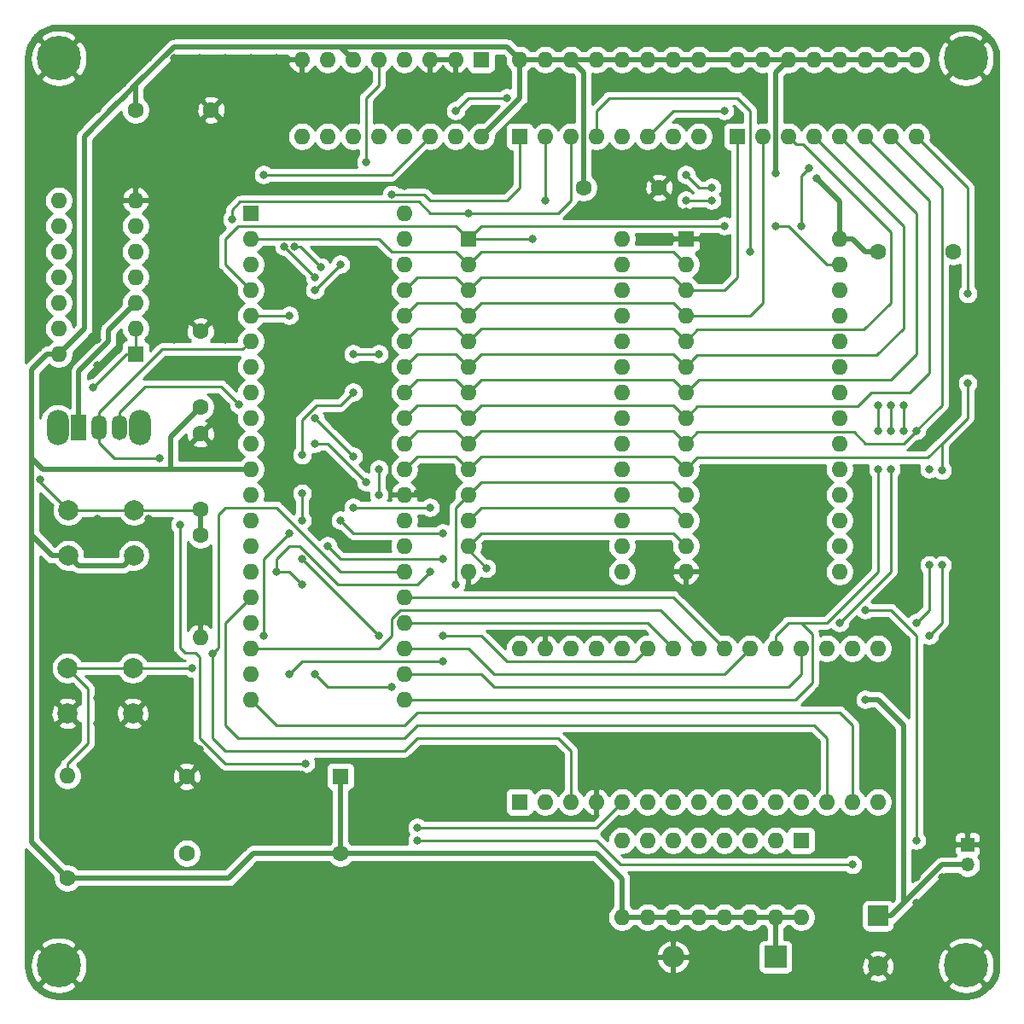
<source format=gbr>
G04 #@! TF.GenerationSoftware,KiCad,Pcbnew,5.1.5-52549c5~84~ubuntu19.10.1*
G04 #@! TF.CreationDate,2020-03-08T15:39:51+01:00*
G04 #@! TF.ProjectId,Z80_minimal,5a38305f-6d69-46e6-996d-616c2e6b6963,rev?*
G04 #@! TF.SameCoordinates,Original*
G04 #@! TF.FileFunction,Copper,L1,Top*
G04 #@! TF.FilePolarity,Positive*
%FSLAX46Y46*%
G04 Gerber Fmt 4.6, Leading zero omitted, Abs format (unit mm)*
G04 Created by KiCad (PCBNEW 5.1.5-52549c5~84~ubuntu19.10.1) date 2020-03-08 15:39:51*
%MOMM*%
%LPD*%
G04 APERTURE LIST*
%ADD10R,1.600000X1.600000*%
%ADD11O,1.600000X1.600000*%
%ADD12C,4.400000*%
%ADD13C,1.600000*%
%ADD14C,2.000000*%
%ADD15R,1.500000X2.500000*%
%ADD16O,1.500000X2.500000*%
%ADD17O,2.200000X3.500000*%
%ADD18R,1.350000X1.350000*%
%ADD19O,1.350000X1.350000*%
%ADD20R,2.000000X2.000000*%
%ADD21R,2.200000X2.200000*%
%ADD22O,2.200000X2.200000*%
%ADD23C,0.800000*%
%ADD24C,0.250000*%
%ADD25C,0.500000*%
%ADD26C,0.254000*%
G04 APERTURE END LIST*
D10*
X121158000Y-65913000D03*
D11*
X136398000Y-114173000D03*
X121158000Y-68453000D03*
X136398000Y-111633000D03*
X121158000Y-70993000D03*
X136398000Y-109093000D03*
X121158000Y-73533000D03*
X136398000Y-106553000D03*
X121158000Y-76073000D03*
X136398000Y-104013000D03*
X121158000Y-78613000D03*
X136398000Y-101473000D03*
X121158000Y-81153000D03*
X136398000Y-98933000D03*
X121158000Y-83693000D03*
X136398000Y-96393000D03*
X121158000Y-86233000D03*
X136398000Y-93853000D03*
X121158000Y-88773000D03*
X136398000Y-91313000D03*
X121158000Y-91313000D03*
X136398000Y-88773000D03*
X121158000Y-93853000D03*
X136398000Y-86233000D03*
X121158000Y-96393000D03*
X136398000Y-83693000D03*
X121158000Y-98933000D03*
X136398000Y-81153000D03*
X121158000Y-101473000D03*
X136398000Y-78613000D03*
X121158000Y-104013000D03*
X136398000Y-76073000D03*
X121158000Y-106553000D03*
X136398000Y-73533000D03*
X121158000Y-109093000D03*
X136398000Y-70993000D03*
X121158000Y-111633000D03*
X136398000Y-68453000D03*
X121158000Y-114173000D03*
X136398000Y-65913000D03*
D12*
X102108000Y-140546000D03*
D11*
X157988000Y-68453000D03*
X142748000Y-101473000D03*
X157988000Y-70993000D03*
X142748000Y-98933000D03*
X157988000Y-73533000D03*
X142748000Y-96393000D03*
X157988000Y-76073000D03*
X142748000Y-93853000D03*
X157988000Y-78613000D03*
X142748000Y-91313000D03*
X157988000Y-81153000D03*
X142748000Y-88773000D03*
X157988000Y-83693000D03*
X142748000Y-86233000D03*
X157988000Y-86233000D03*
X142748000Y-83693000D03*
X157988000Y-88773000D03*
X142748000Y-81153000D03*
X157988000Y-91313000D03*
X142748000Y-78613000D03*
X157988000Y-93853000D03*
X142748000Y-76073000D03*
X157988000Y-96393000D03*
X142748000Y-73533000D03*
X157988000Y-98933000D03*
X142748000Y-70993000D03*
X157988000Y-101473000D03*
D10*
X142748000Y-68453000D03*
X147828000Y-124333000D03*
D11*
X180848000Y-109093000D03*
X150368000Y-124333000D03*
X178308000Y-109093000D03*
X152908000Y-124333000D03*
X175768000Y-109093000D03*
X155448000Y-124333000D03*
X173228000Y-109093000D03*
X157988000Y-124333000D03*
X170688000Y-109093000D03*
X160528000Y-124333000D03*
X168148000Y-109093000D03*
X163068000Y-124333000D03*
X165608000Y-109093000D03*
X165608000Y-124333000D03*
X163068000Y-109093000D03*
X168148000Y-124333000D03*
X160528000Y-109093000D03*
X170688000Y-124333000D03*
X157988000Y-109093000D03*
X173228000Y-124333000D03*
X155448000Y-109093000D03*
X175768000Y-124333000D03*
X152908000Y-109093000D03*
X178308000Y-124333000D03*
X150368000Y-109093000D03*
X180848000Y-124333000D03*
X147828000Y-109093000D03*
X183388000Y-124333000D03*
X183388000Y-109093000D03*
D13*
X102956000Y-131877000D03*
D11*
X102956000Y-121717000D03*
X116164000Y-108001000D03*
D13*
X116164000Y-97841000D03*
D11*
X169418000Y-50673000D03*
X187198000Y-58293000D03*
X171958000Y-50673000D03*
X184658000Y-58293000D03*
X174498000Y-50673000D03*
X182118000Y-58293000D03*
X177038000Y-50673000D03*
X179578000Y-58293000D03*
X179578000Y-50673000D03*
X177038000Y-58293000D03*
X182118000Y-50673000D03*
X174498000Y-58293000D03*
X184658000Y-50673000D03*
X171958000Y-58293000D03*
X187198000Y-50673000D03*
D10*
X169418000Y-58293000D03*
X147828000Y-58293000D03*
D11*
X165608000Y-50673000D03*
X150368000Y-58293000D03*
X163068000Y-50673000D03*
X152908000Y-58293000D03*
X160528000Y-50673000D03*
X155448000Y-58293000D03*
X157988000Y-50673000D03*
X157988000Y-58293000D03*
X155448000Y-50673000D03*
X160528000Y-58293000D03*
X152908000Y-50673000D03*
X163068000Y-58293000D03*
X150368000Y-50673000D03*
X165608000Y-58293000D03*
X147828000Y-50673000D03*
X175768000Y-135763000D03*
X157988000Y-128143000D03*
X173228000Y-135763000D03*
X160528000Y-128143000D03*
X170688000Y-135763000D03*
X163068000Y-128143000D03*
X168148000Y-135763000D03*
X165608000Y-128143000D03*
X165608000Y-135763000D03*
X168148000Y-128143000D03*
X163068000Y-135763000D03*
X170688000Y-128143000D03*
X160528000Y-135763000D03*
X173228000Y-128143000D03*
X157988000Y-135763000D03*
D10*
X175768000Y-128143000D03*
D14*
X102956000Y-115549000D03*
X102956000Y-111049000D03*
X109456000Y-115549000D03*
X109456000Y-111049000D03*
X103060000Y-99873000D03*
X103060000Y-95373000D03*
X109560000Y-99873000D03*
X109560000Y-95373000D03*
D15*
X104099000Y-87173000D03*
D16*
X106099000Y-87173000D03*
X108099000Y-87173000D03*
D17*
X101999000Y-87173000D03*
X110199000Y-87173000D03*
D10*
X164338000Y-68453000D03*
D11*
X179578000Y-101473000D03*
X164338000Y-70993000D03*
X179578000Y-98933000D03*
X164338000Y-73533000D03*
X179578000Y-96393000D03*
X164338000Y-76073000D03*
X179578000Y-93853000D03*
X164338000Y-78613000D03*
X179578000Y-91313000D03*
X164338000Y-81153000D03*
X179578000Y-88773000D03*
X164338000Y-83693000D03*
X179578000Y-86233000D03*
X164338000Y-86233000D03*
X179578000Y-83693000D03*
X164338000Y-88773000D03*
X179578000Y-81153000D03*
X164338000Y-91313000D03*
X179578000Y-78613000D03*
X164338000Y-93853000D03*
X179578000Y-76073000D03*
X164338000Y-96393000D03*
X179578000Y-73533000D03*
X164338000Y-98933000D03*
X179578000Y-70993000D03*
X164338000Y-101473000D03*
X179578000Y-68453000D03*
D10*
X144018000Y-50673000D03*
D11*
X126238000Y-58293000D03*
X141478000Y-50673000D03*
X128778000Y-58293000D03*
X138938000Y-50673000D03*
X131318000Y-58293000D03*
X136398000Y-50673000D03*
X133858000Y-58293000D03*
X133858000Y-50673000D03*
X136398000Y-58293000D03*
X131318000Y-50673000D03*
X138938000Y-58293000D03*
X128778000Y-50673000D03*
X141478000Y-58293000D03*
X126238000Y-50673000D03*
X144018000Y-58293000D03*
D10*
X109728000Y-79883000D03*
D11*
X102108000Y-64643000D03*
X109728000Y-77343000D03*
X102108000Y-67183000D03*
X109728000Y-74803000D03*
X102108000Y-69723000D03*
X109728000Y-72263000D03*
X102108000Y-72263000D03*
X109728000Y-69723000D03*
X102108000Y-74803000D03*
X109728000Y-67183000D03*
X102108000Y-77343000D03*
X109728000Y-64643000D03*
X102108000Y-79883000D03*
D10*
X130048000Y-121793000D03*
D13*
X130048000Y-129413000D03*
X114808000Y-129413000D03*
X114808000Y-121793000D03*
X116164000Y-95301000D03*
X116164000Y-87801000D03*
X183388000Y-69723000D03*
X190888000Y-69723000D03*
X154178000Y-63373000D03*
X161678000Y-63373000D03*
X116164000Y-77641000D03*
X116164000Y-85141000D03*
X109728000Y-55677000D03*
X117228000Y-55677000D03*
D18*
X192278000Y-128556000D03*
D19*
X192278000Y-130556000D03*
D20*
X183388000Y-135636000D03*
D14*
X183388000Y-140636000D03*
D21*
X173228000Y-139700000D03*
D22*
X163068000Y-139700000D03*
D12*
X102108000Y-50546000D03*
X192108000Y-50546000D03*
X192108000Y-140546000D03*
D23*
X147828000Y-101346000D03*
X150368000Y-101346000D03*
X152908000Y-101346000D03*
X155448000Y-101346000D03*
X160528000Y-101346000D03*
X166878000Y-101346000D03*
X169418000Y-101346000D03*
X171958000Y-101346000D03*
X174498000Y-101346000D03*
X177038000Y-101346000D03*
X166878000Y-103886000D03*
X169418000Y-103886000D03*
X171958000Y-103886000D03*
X174498000Y-103886000D03*
X177038000Y-103886000D03*
X105918000Y-141986000D03*
X108458000Y-141986000D03*
X110998000Y-141986000D03*
X113538000Y-141986000D03*
X116078000Y-141986000D03*
X118618000Y-141986000D03*
X121158000Y-141986000D03*
X123698000Y-141986000D03*
X126238000Y-141986000D03*
X128778000Y-141986000D03*
X131318000Y-141986000D03*
X133858000Y-141986000D03*
X136398000Y-141986000D03*
X138938000Y-141986000D03*
X141478000Y-141986000D03*
X144018000Y-141986000D03*
X146558000Y-141986000D03*
X149098000Y-141986000D03*
X151638000Y-141986000D03*
X154178000Y-141986000D03*
X156718000Y-141986000D03*
X159258000Y-141986000D03*
X161798000Y-141986000D03*
X164338000Y-141986000D03*
X166878000Y-141986000D03*
X169418000Y-141986000D03*
X171958000Y-141986000D03*
X174498000Y-141986000D03*
X177038000Y-141986000D03*
X179578000Y-141986000D03*
X182118000Y-141986000D03*
X184658000Y-141986000D03*
X187198000Y-141986000D03*
X105918000Y-139446000D03*
X108458000Y-139446000D03*
X110998000Y-139446000D03*
X113538000Y-139446000D03*
X116078000Y-139446000D03*
X118618000Y-139446000D03*
X121158000Y-139446000D03*
X123698000Y-139446000D03*
X126238000Y-139446000D03*
X128778000Y-139446000D03*
X131318000Y-139446000D03*
X133858000Y-139446000D03*
X136398000Y-139446000D03*
X138938000Y-139446000D03*
X141478000Y-139446000D03*
X144018000Y-139446000D03*
X146558000Y-139446000D03*
X149098000Y-139446000D03*
X151638000Y-139446000D03*
X154178000Y-139446000D03*
X156718000Y-139446000D03*
X159258000Y-139446000D03*
X166878000Y-139446000D03*
X169418000Y-139446000D03*
X177038000Y-139446000D03*
X179578000Y-139446000D03*
X182118000Y-139446000D03*
X184658000Y-139446000D03*
X187198000Y-139446000D03*
X105918000Y-136906000D03*
X108458000Y-136906000D03*
X110998000Y-136906000D03*
X113538000Y-136906000D03*
X116078000Y-136906000D03*
X118618000Y-136906000D03*
X121158000Y-136906000D03*
X123698000Y-136906000D03*
X126238000Y-136906000D03*
X128778000Y-136906000D03*
X131318000Y-136906000D03*
X133858000Y-136906000D03*
X136398000Y-136906000D03*
X138938000Y-136906000D03*
X141478000Y-136906000D03*
X144018000Y-136906000D03*
X146558000Y-136906000D03*
X149098000Y-136906000D03*
X151638000Y-136906000D03*
X154178000Y-136906000D03*
X154178000Y-134366000D03*
X151638000Y-134366000D03*
X149098000Y-134366000D03*
X146558000Y-134366000D03*
X144018000Y-134366000D03*
X141478000Y-134366000D03*
X138938000Y-134366000D03*
X136398000Y-134366000D03*
X133858000Y-134366000D03*
X131318000Y-134366000D03*
X128778000Y-134366000D03*
X126238000Y-134366000D03*
X123698000Y-134366000D03*
X121158000Y-134366000D03*
X121158000Y-131826000D03*
X123698000Y-131826000D03*
X126238000Y-131826000D03*
X128778000Y-131826000D03*
X131318000Y-131826000D03*
X133858000Y-131826000D03*
X136398000Y-131826000D03*
X138938000Y-131826000D03*
X141478000Y-131826000D03*
X144018000Y-131826000D03*
X146558000Y-131826000D03*
X149098000Y-131826000D03*
X151638000Y-131826000D03*
X154178000Y-131826000D03*
X103378000Y-136906000D03*
X100838000Y-136906000D03*
X100838000Y-134366000D03*
X103378000Y-134366000D03*
X105918000Y-134366000D03*
X116078000Y-134366000D03*
X113538000Y-134366000D03*
X110998000Y-134366000D03*
X110998000Y-129286000D03*
X110998000Y-126746000D03*
X113538000Y-126746000D03*
X118618000Y-129286000D03*
X116078000Y-126746000D03*
X179578000Y-136906000D03*
X187198000Y-136906000D03*
X159258000Y-131826000D03*
X161798000Y-131826000D03*
X164338000Y-131826000D03*
X166878000Y-131826000D03*
X169418000Y-131826000D03*
X171958000Y-131826000D03*
X174498000Y-131826000D03*
X177038000Y-131826000D03*
X179578000Y-131826000D03*
X182118000Y-131826000D03*
X184658000Y-131826000D03*
X179578000Y-134366000D03*
X189738000Y-136906000D03*
X192278000Y-136906000D03*
X194818000Y-136906000D03*
X194818000Y-134366000D03*
X192278000Y-134366000D03*
X189738000Y-134366000D03*
X187198000Y-134366000D03*
X187198000Y-131826000D03*
X189738000Y-131826000D03*
X194818000Y-131826000D03*
X194818000Y-129286000D03*
X194818000Y-126746000D03*
X194818000Y-124206000D03*
X194818000Y-121666000D03*
X194818000Y-119126000D03*
X194818000Y-116586000D03*
X194818000Y-114046000D03*
X194818000Y-111506000D03*
X194818000Y-108966000D03*
X194818000Y-106426000D03*
X194818000Y-103886000D03*
X192278000Y-103886000D03*
X192278000Y-106426000D03*
X192278000Y-108966000D03*
X192278000Y-111506000D03*
X192278000Y-114046000D03*
X192278000Y-116586000D03*
X192278000Y-119126000D03*
X192278000Y-121666000D03*
X192278000Y-124206000D03*
X192278000Y-126746000D03*
X189738000Y-129286000D03*
X189738000Y-126746000D03*
X189738000Y-124206000D03*
X189738000Y-121666000D03*
X189738000Y-119126000D03*
X189738000Y-116586000D03*
X189738000Y-114046000D03*
X189738000Y-111506000D03*
X189738000Y-108966000D03*
X192278000Y-101346000D03*
X192278000Y-98806000D03*
X192278000Y-96266000D03*
X192278000Y-93726000D03*
X192278000Y-91186000D03*
X192278000Y-88646000D03*
X194818000Y-101346000D03*
X194818000Y-98806000D03*
X194818000Y-96266000D03*
X194818000Y-93726000D03*
X194818000Y-91186000D03*
X194818000Y-88646000D03*
X194818000Y-86106000D03*
X194818000Y-83566000D03*
X194818000Y-81026000D03*
X194818000Y-78486000D03*
X194818000Y-75946000D03*
X194818000Y-73406000D03*
X194818000Y-70866000D03*
X194818000Y-68326000D03*
X194818000Y-65786000D03*
X194818000Y-63246000D03*
X194818000Y-60706000D03*
X194818000Y-58166000D03*
X194818000Y-55626000D03*
X194818000Y-53086000D03*
X192278000Y-55626000D03*
X192278000Y-58166000D03*
X192278000Y-60706000D03*
X189738000Y-55626000D03*
X189738000Y-53086000D03*
X187198000Y-53086000D03*
X184658000Y-53086000D03*
X182118000Y-53086000D03*
X179578000Y-53086000D03*
X177038000Y-53086000D03*
X171958000Y-53086000D03*
X169418000Y-53086000D03*
X166878000Y-53086000D03*
X164338000Y-53086000D03*
X161798000Y-53086000D03*
X159258000Y-53086000D03*
X156718000Y-53086000D03*
X187198000Y-48006000D03*
X184658000Y-48006000D03*
X182118000Y-48006000D03*
X179578000Y-48006000D03*
X177038000Y-48006000D03*
X174498000Y-48006000D03*
X171958000Y-48006000D03*
X169418000Y-48006000D03*
X166878000Y-48006000D03*
X164338000Y-48006000D03*
X161798000Y-48006000D03*
X159258000Y-48006000D03*
X156718000Y-48006000D03*
X154178000Y-48006000D03*
X151638000Y-48006000D03*
X149098000Y-48006000D03*
X146558000Y-48006000D03*
X144018000Y-48006000D03*
X141478000Y-48006000D03*
X138938000Y-48006000D03*
X136398000Y-48006000D03*
X133858000Y-48006000D03*
X131318000Y-48006000D03*
X128778000Y-48006000D03*
X126238000Y-48006000D03*
X123698000Y-48006000D03*
X121158000Y-48006000D03*
X118618000Y-48006000D03*
X116078000Y-48006000D03*
X113538000Y-48006000D03*
X110998000Y-48006000D03*
X108458000Y-48006000D03*
X105918000Y-48006000D03*
X105918000Y-50546000D03*
X108458000Y-50546000D03*
X105918000Y-53086000D03*
X108458000Y-53086000D03*
X118618000Y-50546000D03*
X116078000Y-50546000D03*
X113538000Y-53086000D03*
X116078000Y-53086000D03*
X118618000Y-53086000D03*
X108458000Y-58166000D03*
X113538000Y-58166000D03*
X110998000Y-58166000D03*
X116078000Y-58166000D03*
X118618000Y-58166000D03*
X116078000Y-60706000D03*
X113538000Y-60706000D03*
X110998000Y-60706000D03*
X108458000Y-60706000D03*
X105918000Y-60706000D03*
X105918000Y-63246000D03*
X108458000Y-63246000D03*
X110998000Y-63246000D03*
X113538000Y-63246000D03*
X116078000Y-63246000D03*
X116078000Y-65786000D03*
X113538000Y-65786000D03*
X116078000Y-68326000D03*
X113538000Y-68326000D03*
X113538000Y-70866000D03*
X116078000Y-70866000D03*
X113538000Y-73406000D03*
X105918000Y-65786000D03*
X105918000Y-68326000D03*
X105918000Y-70866000D03*
X105918000Y-73406000D03*
X105918000Y-78486000D03*
X105918000Y-81026000D03*
X123698000Y-50546000D03*
X123698000Y-53086000D03*
X123698000Y-55626000D03*
X123698000Y-58166000D03*
X123698000Y-60706000D03*
X126238000Y-53086000D03*
X128778000Y-53086000D03*
X131318000Y-53086000D03*
X126238000Y-55626000D03*
X128778000Y-55626000D03*
X131318000Y-55626000D03*
X136398000Y-53086000D03*
X138938000Y-53086000D03*
X141478000Y-53086000D03*
X146558000Y-53086000D03*
X136398000Y-55626000D03*
X138938000Y-55626000D03*
X144018000Y-55626000D03*
X149098000Y-53086000D03*
X151638000Y-53086000D03*
X123698000Y-63246000D03*
X126238000Y-63246000D03*
X128778000Y-63246000D03*
X121158000Y-121666000D03*
X123698000Y-121666000D03*
X126238000Y-121666000D03*
X126238000Y-124206000D03*
X123698000Y-124206000D03*
X121158000Y-124206000D03*
X121158000Y-126746000D03*
X123698000Y-126746000D03*
X126238000Y-126746000D03*
X128778000Y-126746000D03*
X128778000Y-124206000D03*
X131318000Y-126746000D03*
X133858000Y-126746000D03*
X137668000Y-124206000D03*
X140208000Y-124206000D03*
X142748000Y-124206000D03*
X145288000Y-124206000D03*
X184658000Y-126746000D03*
X182118000Y-126746000D03*
X179578000Y-126746000D03*
X179578000Y-129286000D03*
X182118000Y-129286000D03*
X184658000Y-129286000D03*
X187198000Y-103886000D03*
X184658000Y-103886000D03*
X187198000Y-101346000D03*
X187198000Y-98806000D03*
X187198000Y-96266000D03*
X187198000Y-93726000D03*
X182118000Y-101346000D03*
X182118000Y-98806000D03*
X182118000Y-96266000D03*
X182118000Y-93726000D03*
X182118000Y-111506000D03*
X179578000Y-111506000D03*
X126238000Y-60706000D03*
X128778000Y-60706000D03*
X138938000Y-60706000D03*
X141478000Y-60706000D03*
X144018000Y-60706000D03*
X146558000Y-60706000D03*
X146558000Y-63246000D03*
X144018000Y-63246000D03*
X141478000Y-63246000D03*
X138938000Y-63246000D03*
X136398000Y-63246000D03*
X159258000Y-60706000D03*
X156718000Y-60706000D03*
X156718000Y-63246000D03*
X159258000Y-63246000D03*
X159258000Y-65786000D03*
X156718000Y-65786000D03*
X161798000Y-65786000D03*
X161798000Y-60706000D03*
X164338000Y-65786000D03*
X166878000Y-68326000D03*
X161798000Y-68326000D03*
X113538000Y-81026000D03*
X184658000Y-121666000D03*
X184658000Y-119126000D03*
X140208000Y-93726000D03*
X137668000Y-93726000D03*
X123698000Y-70866000D03*
X123698000Y-73406000D03*
X123698000Y-78486000D03*
X126238000Y-75946000D03*
X126238000Y-78486000D03*
X126238000Y-81026000D03*
X126238000Y-73406000D03*
X132588000Y-88646000D03*
X108458000Y-134366000D03*
X118618000Y-134366000D03*
X103378000Y-60706000D03*
X103378000Y-58166000D03*
X100838000Y-58166000D03*
X100838000Y-60706000D03*
X121157640Y-50551280D03*
X121157640Y-53091280D03*
X121157640Y-55631280D03*
X121157640Y-58171280D03*
X121157640Y-60711280D03*
X118617640Y-60711280D03*
X118617640Y-63251280D03*
X108457640Y-65791280D03*
X108457640Y-68331280D03*
X108457640Y-70871280D03*
X108457640Y-73411280D03*
X105917640Y-75951280D03*
X103377640Y-63251280D03*
X100837640Y-63251280D03*
X100837640Y-65791280D03*
X100837640Y-68331280D03*
X100837640Y-70871280D03*
X100837640Y-73411280D03*
X100837640Y-75951280D03*
X100837640Y-78491280D03*
X116077640Y-73411280D03*
X118617640Y-73411280D03*
X118617640Y-75951280D03*
X116077640Y-75951280D03*
X113537640Y-75951280D03*
X110997640Y-75951280D03*
X110997640Y-73411280D03*
X110997640Y-70871280D03*
X110997640Y-68331280D03*
X110997640Y-65791280D03*
X110997640Y-78491280D03*
X113537640Y-78491280D03*
X118617640Y-78491280D03*
X116077640Y-81031280D03*
X118617640Y-81031280D03*
X118617640Y-86111280D03*
X118617640Y-88651280D03*
X103377640Y-55631280D03*
X100837640Y-55631280D03*
X105917640Y-55631280D03*
X110997640Y-50551280D03*
X113537640Y-50551280D03*
X108457640Y-129291280D03*
X105917640Y-129291280D03*
X105917640Y-126751280D03*
X108457640Y-126751280D03*
X110997640Y-124211280D03*
X110997640Y-121671280D03*
X110997640Y-119131280D03*
X113537640Y-124211280D03*
X116077640Y-124211280D03*
X118617640Y-124211280D03*
X118617640Y-121671280D03*
X113537640Y-119131280D03*
X116077640Y-119131280D03*
X108457640Y-124211280D03*
X108457640Y-121671280D03*
X108457640Y-119131280D03*
X105917640Y-119131280D03*
X105917640Y-121671280D03*
X105917640Y-124211280D03*
X103377640Y-129291280D03*
X103377640Y-126751280D03*
X103377640Y-124211280D03*
X100837640Y-124211280D03*
X100837640Y-126751280D03*
X113537640Y-116591280D03*
X113537640Y-114051280D03*
X110997640Y-114051280D03*
X110997640Y-116591280D03*
X105917640Y-116591280D03*
X105917640Y-114051280D03*
X108457640Y-114051280D03*
X118617640Y-126751280D03*
X100837640Y-121671280D03*
X100837640Y-119131280D03*
X100837640Y-116591280D03*
X100837640Y-114051280D03*
X100837640Y-111511280D03*
X100837640Y-108971280D03*
X100837640Y-106431280D03*
X100837640Y-103891280D03*
X100837640Y-101351280D03*
X103377640Y-108971280D03*
X105917640Y-108971280D03*
X108457640Y-108971280D03*
X110997640Y-108971280D03*
X110997640Y-106431280D03*
X108457640Y-106431280D03*
X105917640Y-106431280D03*
X103377640Y-106431280D03*
X103377640Y-103891280D03*
X105917640Y-103891280D03*
X108457640Y-103891280D03*
X110997640Y-103891280D03*
X110997640Y-101351280D03*
X110997640Y-98811280D03*
X110997640Y-96271280D03*
X105917640Y-96271280D03*
X105917640Y-98811280D03*
X100837640Y-96271280D03*
X116077640Y-101351280D03*
X116077640Y-103891280D03*
X116077640Y-106431280D03*
X185928000Y-87503000D03*
X185928000Y-84963000D03*
X146558000Y-54483000D03*
X141478000Y-55753000D03*
X182118000Y-114173000D03*
X177292000Y-62484000D03*
X173228000Y-61976000D03*
X131318000Y-79883000D03*
X133858000Y-79883000D03*
X166878000Y-63373000D03*
X164338000Y-62103000D03*
X125480653Y-69210347D03*
X128104854Y-71262258D03*
X170688000Y-69723000D03*
X142748000Y-65913000D03*
X119307999Y-66548000D03*
X168148000Y-67183000D03*
X173228000Y-67183000D03*
X150368000Y-64643000D03*
X149098000Y-68453000D03*
X135128000Y-64062999D03*
X130048000Y-70993000D03*
X127508000Y-73533000D03*
X124968000Y-76073000D03*
X188468000Y-107823000D03*
X189738000Y-100838000D03*
X189738000Y-91440000D03*
X192278000Y-82804000D03*
X192278000Y-73914000D03*
X187198000Y-87503000D03*
X188468000Y-91313000D03*
X187198000Y-106553000D03*
X188468000Y-100838000D03*
X188468000Y-91313000D03*
X164338000Y-64643000D03*
X166878000Y-64643000D03*
X168148000Y-55753000D03*
X130048000Y-96393000D03*
X140208000Y-97663000D03*
X128778000Y-98933000D03*
X140208000Y-100203000D03*
X127508000Y-86233000D03*
X131318000Y-90043000D03*
X131318000Y-95123000D03*
X138938000Y-95123000D03*
X127508000Y-88773000D03*
X132588000Y-92583000D03*
X135128000Y-112903000D03*
X127508000Y-111633000D03*
X144562999Y-101145001D03*
X133858000Y-93853000D03*
X126238000Y-100203000D03*
X133858000Y-107823000D03*
X133858000Y-91313000D03*
X140208000Y-110363000D03*
X124968000Y-111633000D03*
X141478000Y-102743000D03*
X137668000Y-126873000D03*
X123698000Y-101473000D03*
X126238000Y-102743000D03*
X138938000Y-101473000D03*
X122428000Y-62103000D03*
X124460000Y-69215000D03*
X127508000Y-72263000D03*
X105496000Y-83236000D03*
X100289000Y-92380000D03*
X119974000Y-84887000D03*
X140208000Y-107823000D03*
X131318000Y-83693000D03*
X126238000Y-96393000D03*
X124968000Y-97663000D03*
X122428000Y-107823000D03*
X132588000Y-60833000D03*
X126238000Y-93726000D03*
X126238000Y-89916000D03*
X115353000Y-111049000D03*
X117348000Y-109611000D03*
X175768000Y-67183000D03*
X184658000Y-84963000D03*
X184658000Y-87503000D03*
X184658000Y-91313000D03*
X179578000Y-106553000D03*
X176530003Y-61467997D03*
X183388000Y-91313000D03*
X183388000Y-87503000D03*
X183388000Y-84963000D03*
X187198000Y-128143000D03*
X126592998Y-120523000D03*
X137668000Y-128143000D03*
X182118000Y-105283000D03*
X180848000Y-130556000D03*
X114132000Y-96825000D03*
X112100000Y-90221000D03*
D24*
X185928000Y-87503000D02*
X185928000Y-84963000D01*
X146558000Y-54483000D02*
X142748000Y-54483000D01*
X142748000Y-54483000D02*
X141478000Y-55753000D01*
D25*
X187198000Y-50673000D02*
X169418000Y-50673000D01*
X169418000Y-50673000D02*
X147828000Y-50673000D01*
X147828000Y-54483000D02*
X144018000Y-58293000D01*
X147828000Y-50673000D02*
X147828000Y-54483000D01*
X104648000Y-77343000D02*
X102108000Y-79883000D01*
X104648000Y-58293000D02*
X104648000Y-77343000D01*
X131318000Y-50673000D02*
X130067999Y-49422999D01*
X130067999Y-49422999D02*
X113518001Y-49422999D01*
X175768000Y-135763000D02*
X157988000Y-135763000D01*
X130048000Y-129413000D02*
X130048000Y-121793000D01*
X182118000Y-114173000D02*
X183388000Y-114173000D01*
X183388000Y-114173000D02*
X185928000Y-116713000D01*
X183388000Y-69723000D02*
X182118000Y-69723000D01*
X182118000Y-69723000D02*
X180848000Y-68453000D01*
X180848000Y-68453000D02*
X179578000Y-68453000D01*
X157988000Y-135763000D02*
X157988000Y-131953000D01*
X155448000Y-129413000D02*
X130048000Y-129413000D01*
X157988000Y-131953000D02*
X155448000Y-129413000D01*
X146577999Y-49422999D02*
X147828000Y-50673000D01*
X130067999Y-49422999D02*
X146577999Y-49422999D01*
X154178000Y-51943000D02*
X152908000Y-50673000D01*
X154178000Y-63373000D02*
X154178000Y-51943000D01*
X108458000Y-54483000D02*
X107823000Y-55118000D01*
X107823000Y-55118000D02*
X104648000Y-58293000D01*
X192278000Y-130556000D02*
X189749998Y-130556000D01*
X184669998Y-135636000D02*
X183388000Y-135636000D01*
X185928000Y-131318000D02*
X185933999Y-131323999D01*
X189749998Y-130556000D02*
X185933999Y-134371999D01*
X185933999Y-131323999D02*
X185933999Y-134371999D01*
X185928000Y-116713000D02*
X185928000Y-131318000D01*
X185933999Y-134371999D02*
X184669998Y-135636000D01*
X173228000Y-139700000D02*
X173228000Y-135763000D01*
X179578000Y-68453000D02*
X179578000Y-64770000D01*
X179578000Y-64770000D02*
X177292000Y-62484000D01*
X173228000Y-51943000D02*
X174498000Y-50673000D01*
X173228000Y-61976000D02*
X173228000Y-51943000D01*
X113518001Y-49422999D02*
X109687000Y-53264000D01*
X109687000Y-53264000D02*
X108458000Y-54483000D01*
X109728000Y-53305000D02*
X109687000Y-53264000D01*
X109728000Y-55677000D02*
X109728000Y-53305000D01*
X100976630Y-79883000D02*
X99400000Y-81459630D01*
X102108000Y-79883000D02*
X100976630Y-79883000D01*
X99400000Y-81459630D02*
X99400000Y-90221000D01*
X99400000Y-90221000D02*
X100492000Y-91313000D01*
X103060000Y-99873000D02*
X101432000Y-99873000D01*
X99400000Y-97841000D02*
X99400000Y-90221000D01*
X101432000Y-99873000D02*
X99400000Y-97841000D01*
X104059999Y-100872999D02*
X103060000Y-99873000D01*
X108560001Y-100872999D02*
X104059999Y-100872999D01*
X109560000Y-99873000D02*
X108560001Y-100872999D01*
X113192000Y-88113000D02*
X113192000Y-91313000D01*
X116164000Y-85141000D02*
X113192000Y-88113000D01*
X100492000Y-91313000D02*
X113192000Y-91313000D01*
X113192000Y-91313000D02*
X121158000Y-91313000D01*
X104494000Y-131877000D02*
X102956000Y-131877000D01*
X130048000Y-129413000D02*
X121422000Y-129413000D01*
X118958000Y-131877000D02*
X104494000Y-131877000D01*
X121422000Y-129413000D02*
X118958000Y-131877000D01*
X99400000Y-128321000D02*
X99400000Y-97841000D01*
X102956000Y-131877000D02*
X99400000Y-128321000D01*
D24*
X131318000Y-79883000D02*
X133858000Y-79883000D01*
X164338000Y-62103000D02*
X165608000Y-63373000D01*
X165608000Y-63373000D02*
X166878000Y-63373000D01*
X125480653Y-69210347D02*
X126052943Y-69210347D01*
X126052943Y-69210347D02*
X128104854Y-71262258D01*
X163068000Y-69723000D02*
X164338000Y-70993000D01*
X170688000Y-69723000D02*
X170688000Y-55753000D01*
X170688000Y-55753000D02*
X169418000Y-54483000D01*
X169418000Y-54483000D02*
X156718000Y-54483000D01*
X156718000Y-54483000D02*
X155448000Y-55753000D01*
X155448000Y-55753000D02*
X155448000Y-58293000D01*
X142748000Y-70993000D02*
X144018000Y-69723000D01*
X144018000Y-69723000D02*
X163068000Y-69723000D01*
X135128000Y-69723000D02*
X141478000Y-69723000D01*
X141478000Y-69723000D02*
X142748000Y-70993000D01*
X121158000Y-68453000D02*
X133858000Y-68453000D01*
X133858000Y-68453000D02*
X135128000Y-69723000D01*
X138938000Y-65913000D02*
X137812999Y-64787999D01*
X137812999Y-64787999D02*
X128633001Y-64787999D01*
X142748000Y-65913000D02*
X138938000Y-65913000D01*
X142748000Y-65913000D02*
X151638000Y-65913000D01*
X151638000Y-65913000D02*
X152908000Y-64643000D01*
X152908000Y-64643000D02*
X152908000Y-58293000D01*
X119307999Y-65577999D02*
X119307999Y-66548000D01*
X128633001Y-64787999D02*
X120097999Y-64787999D01*
X120097999Y-64787999D02*
X119307999Y-65577999D01*
X173228000Y-67183000D02*
X174498000Y-67183000D01*
X178308000Y-70993000D02*
X179578000Y-70993000D01*
X174498000Y-67183000D02*
X178308000Y-70993000D01*
X141478000Y-67183000D02*
X142748000Y-68453000D01*
X119888000Y-67183000D02*
X141478000Y-67183000D01*
X118618000Y-68453000D02*
X119888000Y-67183000D01*
X121158000Y-73533000D02*
X118618000Y-70993000D01*
X118618000Y-70993000D02*
X118618000Y-68453000D01*
X142748000Y-68453000D02*
X144018000Y-67183000D01*
X144018000Y-67183000D02*
X168148000Y-67183000D01*
X150368000Y-58293000D02*
X150368000Y-64643000D01*
X149098000Y-68453000D02*
X142748000Y-68453000D01*
X121158000Y-76073000D02*
X124968000Y-76073000D01*
X135128000Y-64062999D02*
X138357999Y-64062999D01*
X138357999Y-64062999D02*
X138938000Y-64643000D01*
X138938000Y-64643000D02*
X146558000Y-64643000D01*
X147828000Y-63373000D02*
X147828000Y-58293000D01*
X146558000Y-64643000D02*
X147828000Y-63373000D01*
X130048000Y-70993000D02*
X127508000Y-73533000D01*
X163068000Y-90043000D02*
X164338000Y-91313000D01*
X165137999Y-90513001D02*
X164338000Y-91313000D01*
X165463001Y-90187999D02*
X165137999Y-90513001D01*
X188323001Y-90187999D02*
X165463001Y-90187999D01*
X189738000Y-88773000D02*
X188323001Y-90187999D01*
X192278000Y-86233000D02*
X189738000Y-88773000D01*
X187198000Y-58293000D02*
X192278000Y-63373000D01*
X136398000Y-91313000D02*
X137668000Y-90043000D01*
X137668000Y-90043000D02*
X141478000Y-90043000D01*
X141478000Y-90043000D02*
X142748000Y-91313000D01*
X142748000Y-91313000D02*
X144018000Y-90043000D01*
X144018000Y-90043000D02*
X163068000Y-90043000D01*
X188468000Y-107823000D02*
X189738000Y-106553000D01*
X189738000Y-106553000D02*
X189738000Y-100838000D01*
X189738000Y-90874315D02*
X189738000Y-88773000D01*
X189738000Y-91440000D02*
X189738000Y-90874315D01*
X192278000Y-86233000D02*
X192278000Y-82804000D01*
X192278000Y-73914000D02*
X192278000Y-63373000D01*
X185928000Y-88773000D02*
X187198000Y-87503000D01*
X182118000Y-88773000D02*
X185928000Y-88773000D01*
X180992999Y-87647999D02*
X182118000Y-88773000D01*
X164338000Y-88773000D02*
X165463001Y-87647999D01*
X165463001Y-87647999D02*
X180992999Y-87647999D01*
X189738000Y-84963000D02*
X187053001Y-87647999D01*
X184658000Y-58293000D02*
X189738000Y-63373000D01*
X189738000Y-63373000D02*
X189738000Y-84963000D01*
X136398000Y-88773000D02*
X137668000Y-87503000D01*
X137668000Y-87503000D02*
X141478000Y-87503000D01*
X141478000Y-87503000D02*
X142748000Y-88773000D01*
X142748000Y-88773000D02*
X144018000Y-87503000D01*
X163068000Y-87503000D02*
X164338000Y-88773000D01*
X144018000Y-87503000D02*
X163068000Y-87503000D01*
X188468000Y-105283000D02*
X187198000Y-106553000D01*
X188468000Y-105283000D02*
X188468000Y-100838000D01*
X163068000Y-84963000D02*
X164338000Y-86233000D01*
X165463001Y-85107999D02*
X181338001Y-85107999D01*
X182753000Y-83693000D02*
X186563000Y-83693000D01*
X186563000Y-83693000D02*
X188468000Y-81788000D01*
X188468000Y-64643000D02*
X182118000Y-58293000D01*
X188468000Y-81788000D02*
X188468000Y-64643000D01*
X164338000Y-86233000D02*
X165463001Y-85107999D01*
X181338001Y-85107999D02*
X182753000Y-83693000D01*
X136398000Y-86233000D02*
X137668000Y-84963000D01*
X137668000Y-84963000D02*
X141478000Y-84963000D01*
X141478000Y-84963000D02*
X142748000Y-86233000D01*
X142748000Y-86233000D02*
X144018000Y-84963000D01*
X144018000Y-84963000D02*
X159258000Y-84963000D01*
X159258000Y-84963000D02*
X163068000Y-84963000D01*
X163068000Y-82423000D02*
X164338000Y-83693000D01*
X184658000Y-82423000D02*
X165608000Y-82423000D01*
X187198000Y-79883000D02*
X184658000Y-82423000D01*
X165608000Y-82423000D02*
X164338000Y-83693000D01*
X179578000Y-58293000D02*
X187198000Y-65913000D01*
X187198000Y-65913000D02*
X187198000Y-79883000D01*
X136398000Y-83693000D02*
X137668000Y-82423000D01*
X137668000Y-82423000D02*
X141478000Y-82423000D01*
X141478000Y-82423000D02*
X142748000Y-83693000D01*
X142748000Y-83693000D02*
X144018000Y-82423000D01*
X144018000Y-82423000D02*
X163068000Y-82423000D01*
X163068000Y-79883000D02*
X164338000Y-81153000D01*
X185928000Y-67183000D02*
X185928000Y-77343000D01*
X185928000Y-77343000D02*
X183243001Y-80027999D01*
X177038000Y-58293000D02*
X185928000Y-67183000D01*
X183243001Y-80027999D02*
X165463001Y-80027999D01*
X165137999Y-80353001D02*
X164338000Y-81153000D01*
X165463001Y-80027999D02*
X165137999Y-80353001D01*
X136398000Y-81153000D02*
X137668000Y-79883000D01*
X137668000Y-79883000D02*
X141478000Y-79883000D01*
X141478000Y-79883000D02*
X142748000Y-81153000D01*
X142748000Y-81153000D02*
X144018000Y-79883000D01*
X144018000Y-79883000D02*
X163068000Y-79883000D01*
X163068000Y-77343000D02*
X164338000Y-78613000D01*
X136398000Y-78613000D02*
X137668000Y-77343000D01*
X141478000Y-77343000D02*
X142748000Y-78613000D01*
X137668000Y-77343000D02*
X141478000Y-77343000D01*
X142748000Y-78613000D02*
X144018000Y-77343000D01*
X144018000Y-77343000D02*
X158383002Y-77343000D01*
X158383002Y-77343000D02*
X163068000Y-77343000D01*
X165463001Y-77487999D02*
X164338000Y-78613000D01*
X181973001Y-77487999D02*
X165463001Y-77487999D01*
X184658000Y-74803000D02*
X181973001Y-77487999D01*
X175297999Y-59092999D02*
X175932999Y-59092999D01*
X174498000Y-58293000D02*
X175297999Y-59092999D01*
X175932999Y-59092999D02*
X184658000Y-67818000D01*
X184658000Y-67818000D02*
X184658000Y-74803000D01*
X171958000Y-58293000D02*
X171958000Y-74803000D01*
X171958000Y-74803000D02*
X170688000Y-76073000D01*
X170688000Y-76073000D02*
X164338000Y-76073000D01*
X163068000Y-74803000D02*
X164338000Y-76073000D01*
X136398000Y-76073000D02*
X137668000Y-74803000D01*
X141478000Y-74803000D02*
X142748000Y-76073000D01*
X137668000Y-74803000D02*
X141478000Y-74803000D01*
X142748000Y-76073000D02*
X144018000Y-74803000D01*
X144018000Y-74803000D02*
X163068000Y-74803000D01*
X163068000Y-72263000D02*
X164338000Y-73533000D01*
X169418000Y-58293000D02*
X169418000Y-72263000D01*
X169418000Y-72263000D02*
X168148000Y-73533000D01*
X168148000Y-73533000D02*
X164338000Y-73533000D01*
X136398000Y-73533000D02*
X137668000Y-72263000D01*
X141478000Y-72263000D02*
X142748000Y-73533000D01*
X137668000Y-72263000D02*
X141478000Y-72263000D01*
X142748000Y-73533000D02*
X144018000Y-72263000D01*
X144018000Y-72263000D02*
X163068000Y-72263000D01*
X164338000Y-64643000D02*
X166878000Y-64643000D01*
X168148000Y-55753000D02*
X163068000Y-55753000D01*
X163068000Y-55753000D02*
X160528000Y-58293000D01*
X131318000Y-97663000D02*
X138938000Y-97663000D01*
X131318000Y-97663000D02*
X130048000Y-96393000D01*
X138938000Y-97663000D02*
X140208000Y-97663000D01*
X138938000Y-100203000D02*
X130048000Y-100203000D01*
X130048000Y-100203000D02*
X128778000Y-98933000D01*
X138938000Y-100203000D02*
X140208000Y-100203000D01*
X127508000Y-86233000D02*
X128778000Y-87503000D01*
X128778000Y-87503000D02*
X131318000Y-90043000D01*
X131318000Y-95123000D02*
X138938000Y-95123000D01*
X127508000Y-88773000D02*
X128778000Y-88773000D01*
X128778000Y-88773000D02*
X132588000Y-92583000D01*
X128778000Y-112903000D02*
X127508000Y-111633000D01*
X135128000Y-112903000D02*
X128778000Y-112903000D01*
X142748000Y-98933000D02*
X144018000Y-97663000D01*
X144018000Y-97663000D02*
X163068000Y-97663000D01*
X163068000Y-97663000D02*
X164338000Y-98933000D01*
X142785000Y-98933000D02*
X142748000Y-98933000D01*
X142748000Y-99330002D02*
X142748000Y-98933000D01*
X144562999Y-101145001D02*
X142748000Y-99330002D01*
X126238000Y-100203000D02*
X130048000Y-104013000D01*
X130048000Y-104013000D02*
X132588000Y-106553000D01*
X132588000Y-106553000D02*
X133858000Y-107823000D01*
X133858000Y-93853000D02*
X133858000Y-91313000D01*
X163068000Y-92583000D02*
X164338000Y-93853000D01*
X140208000Y-110363000D02*
X126238000Y-110363000D01*
X126238000Y-110363000D02*
X124968000Y-111633000D01*
X141478000Y-95123000D02*
X142748000Y-93853000D01*
X141478000Y-102743000D02*
X141478000Y-95123000D01*
X142748000Y-93853000D02*
X144018000Y-92583000D01*
X144018000Y-92583000D02*
X163068000Y-92583000D01*
X155448000Y-126873000D02*
X157988000Y-124333000D01*
X137668000Y-126873000D02*
X155448000Y-126873000D01*
X123698000Y-101473000D02*
X124968000Y-101473000D01*
X124968000Y-101473000D02*
X126238000Y-102743000D01*
X142748000Y-96393000D02*
X144018000Y-95123000D01*
X144018000Y-95123000D02*
X163068000Y-95123000D01*
X163538001Y-95593001D02*
X164338000Y-96393000D01*
X163068000Y-95123000D02*
X163538001Y-95593001D01*
X138938000Y-101473000D02*
X137668000Y-102743000D01*
X137668000Y-102743000D02*
X129851002Y-102743000D01*
X123698000Y-100203000D02*
X123698000Y-101473000D01*
X124968000Y-98933000D02*
X123698000Y-100203000D01*
X126041002Y-98933000D02*
X124968000Y-98933000D01*
X129851002Y-102743000D02*
X126041002Y-98933000D01*
X135128000Y-62103000D02*
X138938000Y-58293000D01*
X131318000Y-62103000D02*
X135128000Y-62103000D01*
X131318000Y-62103000D02*
X122428000Y-62103000D01*
X124460000Y-69215000D02*
X127508000Y-72263000D01*
X109728000Y-79883000D02*
X109728000Y-77343000D01*
D25*
X116164000Y-97841000D02*
X116164000Y-95301000D01*
D24*
X104474213Y-95373000D02*
X109560000Y-95373000D01*
X103060000Y-95373000D02*
X104474213Y-95373000D01*
X116092000Y-95373000D02*
X116164000Y-95301000D01*
X109560000Y-95373000D02*
X116092000Y-95373000D01*
X108849000Y-79883000D02*
X109728000Y-79883000D01*
X105496000Y-83236000D02*
X108849000Y-79883000D01*
X100289000Y-92602000D02*
X100289000Y-92380000D01*
X103060000Y-95373000D02*
X100289000Y-92602000D01*
D25*
X104099000Y-81586998D02*
X107020000Y-78665998D01*
X104099000Y-87173000D02*
X104099000Y-81586998D01*
X107020000Y-77511000D02*
X109728000Y-74803000D01*
X107020000Y-78665998D02*
X107020000Y-77511000D01*
D24*
X108099000Y-85673000D02*
X110663000Y-83109000D01*
X108099000Y-87173000D02*
X108099000Y-85673000D01*
X110663000Y-83109000D02*
X116672000Y-83109000D01*
X116672000Y-83109000D02*
X116726553Y-83109000D01*
X116672000Y-83109000D02*
X118196000Y-83109000D01*
X118196000Y-83109000D02*
X119974000Y-84887000D01*
X136398000Y-109093000D02*
X142748000Y-109093000D01*
X142748000Y-109093000D02*
X145288000Y-111633000D01*
X168148000Y-111633000D02*
X170688000Y-109093000D01*
X145288000Y-111633000D02*
X168148000Y-111633000D01*
X160528000Y-106553000D02*
X163068000Y-109093000D01*
X136398000Y-106553000D02*
X160528000Y-106553000D01*
X163068000Y-104013000D02*
X168148000Y-109093000D01*
X136398000Y-104013000D02*
X163068000Y-104013000D01*
X140208000Y-107823000D02*
X144018000Y-107823000D01*
X160528000Y-109093000D02*
X159258000Y-110363000D01*
X159258000Y-110363000D02*
X146558000Y-110363000D01*
X146558000Y-110363000D02*
X144018000Y-107823000D01*
X177038000Y-116713000D02*
X178308000Y-117983000D01*
X178308000Y-117983000D02*
X178308000Y-124333000D01*
X118618000Y-106553000D02*
X118618000Y-116713000D01*
X121158000Y-104013000D02*
X118618000Y-106553000D01*
X118618000Y-116713000D02*
X119888000Y-117983000D01*
X119888000Y-117983000D02*
X136398000Y-117983000D01*
X137668000Y-116713000D02*
X177038000Y-116713000D01*
X136398000Y-117983000D02*
X137668000Y-116713000D01*
X133858000Y-109093000D02*
X135128000Y-107823000D01*
X121158000Y-109093000D02*
X133858000Y-109093000D01*
X135128000Y-107823000D02*
X135128000Y-106157998D01*
X135128000Y-106157998D02*
X136002998Y-105283000D01*
X161798000Y-105283000D02*
X165608000Y-109093000D01*
X136002998Y-105283000D02*
X161798000Y-105283000D01*
X133858000Y-50673000D02*
X133858000Y-53213000D01*
X133858000Y-53213000D02*
X132588000Y-54483000D01*
X131318000Y-83693000D02*
X130048000Y-84963000D01*
X127704998Y-84963000D02*
X126238000Y-86429998D01*
X130048000Y-84963000D02*
X127704998Y-84963000D01*
X124968000Y-97663000D02*
X122428000Y-100203000D01*
X122428000Y-100203000D02*
X122428000Y-107823000D01*
X132588000Y-54483000D02*
X132588000Y-60833000D01*
X126238000Y-96393000D02*
X126238000Y-93726000D01*
X126238000Y-89916000D02*
X126238000Y-86429998D01*
X137668000Y-117983000D02*
X136398000Y-119253000D01*
X136398000Y-119253000D02*
X118618000Y-119253000D01*
X117348000Y-109611000D02*
X117942000Y-109017000D01*
X151638000Y-117983000D02*
X137668000Y-117983000D01*
X152908000Y-124333000D02*
X152908000Y-119253000D01*
X117348000Y-117983000D02*
X117348000Y-109611000D01*
X118618000Y-119253000D02*
X117348000Y-117983000D01*
X130048000Y-101473000D02*
X136398000Y-101473000D01*
X152908000Y-119253000D02*
X151638000Y-117983000D01*
X117942000Y-109017000D02*
X117942000Y-95799000D01*
X123698000Y-95123000D02*
X130048000Y-101473000D01*
X117942000Y-95799000D02*
X118618000Y-95123000D01*
X118618000Y-95123000D02*
X123698000Y-95123000D01*
X109456000Y-111049000D02*
X115353000Y-111049000D01*
X102956000Y-120585630D02*
X104988000Y-118553630D01*
X102956000Y-121717000D02*
X102956000Y-120585630D01*
X104988000Y-113081000D02*
X102956000Y-111049000D01*
X104988000Y-118553630D02*
X104988000Y-113081000D01*
X102956000Y-111049000D02*
X109456000Y-111049000D01*
X136398000Y-111633000D02*
X144018000Y-111633000D01*
X144018000Y-111633000D02*
X145288000Y-112903000D01*
X145288000Y-112903000D02*
X174498000Y-112903000D01*
X174498000Y-112903000D02*
X175768000Y-111633000D01*
X175768000Y-111633000D02*
X175768000Y-109093000D01*
X184658000Y-84963000D02*
X184658000Y-87503000D01*
X184658000Y-91313000D02*
X184658000Y-101473000D01*
X184658000Y-101473000D02*
X179578000Y-106553000D01*
X175768000Y-67183000D02*
X175768000Y-62230000D01*
X176130004Y-61867996D02*
X176530003Y-61467997D01*
X175768000Y-62230000D02*
X176130004Y-61867996D01*
X176893001Y-112462999D02*
X176893001Y-107678001D01*
X136398000Y-114173000D02*
X175183000Y-114173000D01*
X175183000Y-114173000D02*
X176893001Y-112462999D01*
X176893001Y-107678001D02*
X175768000Y-106553000D01*
X175768000Y-106553000D02*
X174498000Y-106553000D01*
X174498000Y-106553000D02*
X173228000Y-107823000D01*
X173228000Y-107823000D02*
X173228000Y-109093000D01*
X175768000Y-106553000D02*
X178308000Y-106553000D01*
X178308000Y-106553000D02*
X183388000Y-101473000D01*
X183388000Y-101473000D02*
X183388000Y-91313000D01*
X183388000Y-87503000D02*
X183388000Y-85598000D01*
X183388000Y-85598000D02*
X183388000Y-84963000D01*
X120868000Y-78323000D02*
X121158000Y-78613000D01*
X187198000Y-115443000D02*
X187198000Y-123063000D01*
X187198000Y-123063000D02*
X187198000Y-128143000D01*
X121158000Y-120523000D02*
X126592998Y-120523000D01*
X118618000Y-120523000D02*
X121158000Y-120523000D01*
X116078000Y-110363000D02*
X116078000Y-117983000D01*
X116078000Y-117983000D02*
X118618000Y-120523000D01*
X137668000Y-128143000D02*
X155448000Y-128143000D01*
X187198000Y-115443000D02*
X187198000Y-107823000D01*
X187198000Y-107823000D02*
X184658000Y-105283000D01*
X184658000Y-105283000D02*
X182118000Y-105283000D01*
X157861000Y-130556000D02*
X155448000Y-128143000D01*
X180848000Y-130556000D02*
X157861000Y-130556000D01*
X106099000Y-87152707D02*
X106099000Y-87173000D01*
X120358001Y-79412999D02*
X121158000Y-78613000D01*
X106099000Y-85697002D02*
X112383003Y-79412999D01*
X112383003Y-79412999D02*
X120358001Y-79412999D01*
X106099000Y-87173000D02*
X106099000Y-85697002D01*
X116078000Y-110363000D02*
X116078000Y-109947000D01*
X116078000Y-109947000D02*
X115656000Y-109525000D01*
X115656000Y-109525000D02*
X114640000Y-109525000D01*
X114640000Y-109525000D02*
X114132000Y-109017000D01*
X114132000Y-109017000D02*
X114132000Y-96825000D01*
X106099000Y-88673000D02*
X106099000Y-87173000D01*
X107647000Y-90221000D02*
X106099000Y-88673000D01*
X112100000Y-90221000D02*
X107647000Y-90221000D01*
X180848000Y-116713000D02*
X180848000Y-124333000D01*
X123698000Y-116713000D02*
X136398000Y-116713000D01*
X136398000Y-116713000D02*
X137668000Y-115443000D01*
X121158000Y-114173000D02*
X123698000Y-116713000D01*
X179578000Y-115443000D02*
X180848000Y-116713000D01*
X137668000Y-115443000D02*
X179578000Y-115443000D01*
D26*
G36*
X192743891Y-47334515D02*
G01*
X193355565Y-47519190D01*
X193919710Y-47819151D01*
X194414856Y-48222982D01*
X194822133Y-48715297D01*
X195126026Y-49277336D01*
X195314969Y-49887709D01*
X195385001Y-50554022D01*
X195385000Y-140513721D01*
X195319485Y-141181892D01*
X195134812Y-141793561D01*
X194834848Y-142357711D01*
X194431018Y-142852855D01*
X193938703Y-143260133D01*
X193376664Y-143564026D01*
X192766292Y-143752969D01*
X192099988Y-143823000D01*
X102140279Y-143823000D01*
X101472108Y-143757485D01*
X100860439Y-143572812D01*
X100296289Y-143272848D01*
X99801145Y-142869018D01*
X99525463Y-142535775D01*
X100297830Y-142535775D01*
X100537976Y-142923018D01*
X101031877Y-143183641D01*
X101567133Y-143342901D01*
X102123174Y-143394678D01*
X102678632Y-143336981D01*
X103212161Y-143172028D01*
X103678024Y-142923018D01*
X103918170Y-142535775D01*
X190297830Y-142535775D01*
X190537976Y-142923018D01*
X191031877Y-143183641D01*
X191567133Y-143342901D01*
X192123174Y-143394678D01*
X192678632Y-143336981D01*
X193212161Y-143172028D01*
X193678024Y-142923018D01*
X193918170Y-142535775D01*
X192108000Y-140725605D01*
X190297830Y-142535775D01*
X103918170Y-142535775D01*
X102108000Y-140725605D01*
X100297830Y-142535775D01*
X99525463Y-142535775D01*
X99393867Y-142376703D01*
X99089974Y-141814664D01*
X98901031Y-141204292D01*
X98833437Y-140561174D01*
X99259322Y-140561174D01*
X99317019Y-141116632D01*
X99481972Y-141650161D01*
X99730982Y-142116024D01*
X100118225Y-142356170D01*
X101928395Y-140546000D01*
X102287605Y-140546000D01*
X104097775Y-142356170D01*
X104485018Y-142116024D01*
X104666863Y-141771413D01*
X182432192Y-141771413D01*
X182527956Y-142035814D01*
X182817571Y-142176704D01*
X183129108Y-142258384D01*
X183450595Y-142277718D01*
X183769675Y-142233961D01*
X184074088Y-142128795D01*
X184248044Y-142035814D01*
X184343808Y-141771413D01*
X183388000Y-140815605D01*
X182432192Y-141771413D01*
X104666863Y-141771413D01*
X104745641Y-141622123D01*
X104904901Y-141086867D01*
X104956678Y-140530826D01*
X104911525Y-140096122D01*
X161378825Y-140096122D01*
X161443425Y-140309094D01*
X161593469Y-140614329D01*
X161800178Y-140884427D01*
X162055609Y-141109008D01*
X162349946Y-141279442D01*
X162671877Y-141389179D01*
X162941000Y-141271600D01*
X162941000Y-139827000D01*
X163195000Y-139827000D01*
X163195000Y-141271600D01*
X163464123Y-141389179D01*
X163786054Y-141279442D01*
X164080391Y-141109008D01*
X164335822Y-140884427D01*
X164542531Y-140614329D01*
X164692575Y-140309094D01*
X164757175Y-140096122D01*
X164639125Y-139827000D01*
X163195000Y-139827000D01*
X162941000Y-139827000D01*
X161496875Y-139827000D01*
X161378825Y-140096122D01*
X104911525Y-140096122D01*
X104898981Y-139975368D01*
X104734028Y-139441839D01*
X104660287Y-139303878D01*
X161378825Y-139303878D01*
X161496875Y-139573000D01*
X162941000Y-139573000D01*
X162941000Y-138128400D01*
X163195000Y-138128400D01*
X163195000Y-139573000D01*
X164639125Y-139573000D01*
X164757175Y-139303878D01*
X164692575Y-139090906D01*
X164542531Y-138785671D01*
X164335822Y-138515573D01*
X164080391Y-138290992D01*
X163786054Y-138120558D01*
X163464123Y-138010821D01*
X163195000Y-138128400D01*
X162941000Y-138128400D01*
X162671877Y-138010821D01*
X162349946Y-138120558D01*
X162055609Y-138290992D01*
X161800178Y-138515573D01*
X161593469Y-138785671D01*
X161443425Y-139090906D01*
X161378825Y-139303878D01*
X104660287Y-139303878D01*
X104485018Y-138975976D01*
X104097775Y-138735830D01*
X102287605Y-140546000D01*
X101928395Y-140546000D01*
X100118225Y-138735830D01*
X99730982Y-138975976D01*
X99470359Y-139469877D01*
X99311099Y-140005133D01*
X99259322Y-140561174D01*
X98833437Y-140561174D01*
X98831000Y-140537988D01*
X98831000Y-138556225D01*
X100297830Y-138556225D01*
X102108000Y-140366395D01*
X103918170Y-138556225D01*
X103678024Y-138168982D01*
X103184123Y-137908359D01*
X102648867Y-137749099D01*
X102092826Y-137697322D01*
X101537368Y-137755019D01*
X101003839Y-137919972D01*
X100537976Y-138168982D01*
X100297830Y-138556225D01*
X98831000Y-138556225D01*
X98831000Y-129003578D01*
X101527983Y-131700561D01*
X101521000Y-131735665D01*
X101521000Y-132018335D01*
X101576147Y-132295574D01*
X101684320Y-132556727D01*
X101841363Y-132791759D01*
X102041241Y-132991637D01*
X102276273Y-133148680D01*
X102537426Y-133256853D01*
X102814665Y-133312000D01*
X103097335Y-133312000D01*
X103374574Y-133256853D01*
X103635727Y-133148680D01*
X103870759Y-132991637D01*
X104070637Y-132791759D01*
X104090521Y-132762000D01*
X118914531Y-132762000D01*
X118958000Y-132766281D01*
X119001469Y-132762000D01*
X119001477Y-132762000D01*
X119131490Y-132749195D01*
X119298313Y-132698589D01*
X119452059Y-132616411D01*
X119586817Y-132505817D01*
X119614534Y-132472044D01*
X121788579Y-130298000D01*
X128913479Y-130298000D01*
X128933363Y-130327759D01*
X129133241Y-130527637D01*
X129368273Y-130684680D01*
X129629426Y-130792853D01*
X129906665Y-130848000D01*
X130189335Y-130848000D01*
X130466574Y-130792853D01*
X130727727Y-130684680D01*
X130962759Y-130527637D01*
X131162637Y-130327759D01*
X131182521Y-130298000D01*
X155081422Y-130298000D01*
X157103001Y-132319580D01*
X157103000Y-134628479D01*
X157073241Y-134648363D01*
X156873363Y-134848241D01*
X156716320Y-135083273D01*
X156608147Y-135344426D01*
X156553000Y-135621665D01*
X156553000Y-135904335D01*
X156608147Y-136181574D01*
X156716320Y-136442727D01*
X156873363Y-136677759D01*
X157073241Y-136877637D01*
X157308273Y-137034680D01*
X157569426Y-137142853D01*
X157846665Y-137198000D01*
X158129335Y-137198000D01*
X158406574Y-137142853D01*
X158667727Y-137034680D01*
X158902759Y-136877637D01*
X159102637Y-136677759D01*
X159122521Y-136648000D01*
X159393479Y-136648000D01*
X159413363Y-136677759D01*
X159613241Y-136877637D01*
X159848273Y-137034680D01*
X160109426Y-137142853D01*
X160386665Y-137198000D01*
X160669335Y-137198000D01*
X160946574Y-137142853D01*
X161207727Y-137034680D01*
X161442759Y-136877637D01*
X161642637Y-136677759D01*
X161662521Y-136648000D01*
X161933479Y-136648000D01*
X161953363Y-136677759D01*
X162153241Y-136877637D01*
X162388273Y-137034680D01*
X162649426Y-137142853D01*
X162926665Y-137198000D01*
X163209335Y-137198000D01*
X163486574Y-137142853D01*
X163747727Y-137034680D01*
X163982759Y-136877637D01*
X164182637Y-136677759D01*
X164202521Y-136648000D01*
X164473479Y-136648000D01*
X164493363Y-136677759D01*
X164693241Y-136877637D01*
X164928273Y-137034680D01*
X165189426Y-137142853D01*
X165466665Y-137198000D01*
X165749335Y-137198000D01*
X166026574Y-137142853D01*
X166287727Y-137034680D01*
X166522759Y-136877637D01*
X166722637Y-136677759D01*
X166742521Y-136648000D01*
X167013479Y-136648000D01*
X167033363Y-136677759D01*
X167233241Y-136877637D01*
X167468273Y-137034680D01*
X167729426Y-137142853D01*
X168006665Y-137198000D01*
X168289335Y-137198000D01*
X168566574Y-137142853D01*
X168827727Y-137034680D01*
X169062759Y-136877637D01*
X169262637Y-136677759D01*
X169282521Y-136648000D01*
X169553479Y-136648000D01*
X169573363Y-136677759D01*
X169773241Y-136877637D01*
X170008273Y-137034680D01*
X170269426Y-137142853D01*
X170546665Y-137198000D01*
X170829335Y-137198000D01*
X171106574Y-137142853D01*
X171367727Y-137034680D01*
X171602759Y-136877637D01*
X171802637Y-136677759D01*
X171822521Y-136648000D01*
X172093479Y-136648000D01*
X172113363Y-136677759D01*
X172313241Y-136877637D01*
X172343001Y-136897522D01*
X172343000Y-137961928D01*
X172128000Y-137961928D01*
X172003518Y-137974188D01*
X171883820Y-138010498D01*
X171773506Y-138069463D01*
X171676815Y-138148815D01*
X171597463Y-138245506D01*
X171538498Y-138355820D01*
X171502188Y-138475518D01*
X171489928Y-138600000D01*
X171489928Y-140800000D01*
X171502188Y-140924482D01*
X171538498Y-141044180D01*
X171597463Y-141154494D01*
X171676815Y-141251185D01*
X171773506Y-141330537D01*
X171883820Y-141389502D01*
X172003518Y-141425812D01*
X172128000Y-141438072D01*
X174328000Y-141438072D01*
X174452482Y-141425812D01*
X174572180Y-141389502D01*
X174682494Y-141330537D01*
X174779185Y-141251185D01*
X174858537Y-141154494D01*
X174917502Y-141044180D01*
X174953812Y-140924482D01*
X174966072Y-140800000D01*
X174966072Y-140698595D01*
X181746282Y-140698595D01*
X181790039Y-141017675D01*
X181895205Y-141322088D01*
X181988186Y-141496044D01*
X182252587Y-141591808D01*
X183208395Y-140636000D01*
X183567605Y-140636000D01*
X184523413Y-141591808D01*
X184787814Y-141496044D01*
X184928704Y-141206429D01*
X185010384Y-140894892D01*
X185029718Y-140573405D01*
X185028041Y-140561174D01*
X189259322Y-140561174D01*
X189317019Y-141116632D01*
X189481972Y-141650161D01*
X189730982Y-142116024D01*
X190118225Y-142356170D01*
X191928395Y-140546000D01*
X192287605Y-140546000D01*
X194097775Y-142356170D01*
X194485018Y-142116024D01*
X194745641Y-141622123D01*
X194904901Y-141086867D01*
X194956678Y-140530826D01*
X194898981Y-139975368D01*
X194734028Y-139441839D01*
X194485018Y-138975976D01*
X194097775Y-138735830D01*
X192287605Y-140546000D01*
X191928395Y-140546000D01*
X190118225Y-138735830D01*
X189730982Y-138975976D01*
X189470359Y-139469877D01*
X189311099Y-140005133D01*
X189259322Y-140561174D01*
X185028041Y-140561174D01*
X184985961Y-140254325D01*
X184880795Y-139949912D01*
X184787814Y-139775956D01*
X184523413Y-139680192D01*
X183567605Y-140636000D01*
X183208395Y-140636000D01*
X182252587Y-139680192D01*
X181988186Y-139775956D01*
X181847296Y-140065571D01*
X181765616Y-140377108D01*
X181746282Y-140698595D01*
X174966072Y-140698595D01*
X174966072Y-139500587D01*
X182432192Y-139500587D01*
X183388000Y-140456395D01*
X184343808Y-139500587D01*
X184248044Y-139236186D01*
X183958429Y-139095296D01*
X183646892Y-139013616D01*
X183325405Y-138994282D01*
X183006325Y-139038039D01*
X182701912Y-139143205D01*
X182527956Y-139236186D01*
X182432192Y-139500587D01*
X174966072Y-139500587D01*
X174966072Y-138600000D01*
X174961761Y-138556225D01*
X190297830Y-138556225D01*
X192108000Y-140366395D01*
X193918170Y-138556225D01*
X193678024Y-138168982D01*
X193184123Y-137908359D01*
X192648867Y-137749099D01*
X192092826Y-137697322D01*
X191537368Y-137755019D01*
X191003839Y-137919972D01*
X190537976Y-138168982D01*
X190297830Y-138556225D01*
X174961761Y-138556225D01*
X174953812Y-138475518D01*
X174917502Y-138355820D01*
X174858537Y-138245506D01*
X174779185Y-138148815D01*
X174682494Y-138069463D01*
X174572180Y-138010498D01*
X174452482Y-137974188D01*
X174328000Y-137961928D01*
X174113000Y-137961928D01*
X174113000Y-136897521D01*
X174142759Y-136877637D01*
X174342637Y-136677759D01*
X174362521Y-136648000D01*
X174633479Y-136648000D01*
X174653363Y-136677759D01*
X174853241Y-136877637D01*
X175088273Y-137034680D01*
X175349426Y-137142853D01*
X175626665Y-137198000D01*
X175909335Y-137198000D01*
X176186574Y-137142853D01*
X176447727Y-137034680D01*
X176682759Y-136877637D01*
X176882637Y-136677759D01*
X177039680Y-136442727D01*
X177147853Y-136181574D01*
X177203000Y-135904335D01*
X177203000Y-135621665D01*
X177147853Y-135344426D01*
X177039680Y-135083273D01*
X176882637Y-134848241D01*
X176682759Y-134648363D01*
X176447727Y-134491320D01*
X176186574Y-134383147D01*
X175909335Y-134328000D01*
X175626665Y-134328000D01*
X175349426Y-134383147D01*
X175088273Y-134491320D01*
X174853241Y-134648363D01*
X174653363Y-134848241D01*
X174633479Y-134878000D01*
X174362521Y-134878000D01*
X174342637Y-134848241D01*
X174142759Y-134648363D01*
X173907727Y-134491320D01*
X173646574Y-134383147D01*
X173369335Y-134328000D01*
X173086665Y-134328000D01*
X172809426Y-134383147D01*
X172548273Y-134491320D01*
X172313241Y-134648363D01*
X172113363Y-134848241D01*
X172093479Y-134878000D01*
X171822521Y-134878000D01*
X171802637Y-134848241D01*
X171602759Y-134648363D01*
X171367727Y-134491320D01*
X171106574Y-134383147D01*
X170829335Y-134328000D01*
X170546665Y-134328000D01*
X170269426Y-134383147D01*
X170008273Y-134491320D01*
X169773241Y-134648363D01*
X169573363Y-134848241D01*
X169553479Y-134878000D01*
X169282521Y-134878000D01*
X169262637Y-134848241D01*
X169062759Y-134648363D01*
X168827727Y-134491320D01*
X168566574Y-134383147D01*
X168289335Y-134328000D01*
X168006665Y-134328000D01*
X167729426Y-134383147D01*
X167468273Y-134491320D01*
X167233241Y-134648363D01*
X167033363Y-134848241D01*
X167013479Y-134878000D01*
X166742521Y-134878000D01*
X166722637Y-134848241D01*
X166522759Y-134648363D01*
X166287727Y-134491320D01*
X166026574Y-134383147D01*
X165749335Y-134328000D01*
X165466665Y-134328000D01*
X165189426Y-134383147D01*
X164928273Y-134491320D01*
X164693241Y-134648363D01*
X164493363Y-134848241D01*
X164473479Y-134878000D01*
X164202521Y-134878000D01*
X164182637Y-134848241D01*
X163982759Y-134648363D01*
X163747727Y-134491320D01*
X163486574Y-134383147D01*
X163209335Y-134328000D01*
X162926665Y-134328000D01*
X162649426Y-134383147D01*
X162388273Y-134491320D01*
X162153241Y-134648363D01*
X161953363Y-134848241D01*
X161933479Y-134878000D01*
X161662521Y-134878000D01*
X161642637Y-134848241D01*
X161442759Y-134648363D01*
X161207727Y-134491320D01*
X160946574Y-134383147D01*
X160669335Y-134328000D01*
X160386665Y-134328000D01*
X160109426Y-134383147D01*
X159848273Y-134491320D01*
X159613241Y-134648363D01*
X159413363Y-134848241D01*
X159393479Y-134878000D01*
X159122521Y-134878000D01*
X159102637Y-134848241D01*
X158902759Y-134648363D01*
X158873000Y-134628479D01*
X158873000Y-131996465D01*
X158877281Y-131952999D01*
X158873000Y-131909533D01*
X158873000Y-131909523D01*
X158860195Y-131779510D01*
X158809589Y-131612687D01*
X158727411Y-131458941D01*
X158616817Y-131324183D01*
X158606846Y-131316000D01*
X180144289Y-131316000D01*
X180188226Y-131359937D01*
X180357744Y-131473205D01*
X180546102Y-131551226D01*
X180746061Y-131591000D01*
X180949939Y-131591000D01*
X181149898Y-131551226D01*
X181338256Y-131473205D01*
X181507774Y-131359937D01*
X181651937Y-131215774D01*
X181765205Y-131046256D01*
X181843226Y-130857898D01*
X181883000Y-130657939D01*
X181883000Y-130454061D01*
X181843226Y-130254102D01*
X181765205Y-130065744D01*
X181651937Y-129896226D01*
X181507774Y-129752063D01*
X181338256Y-129638795D01*
X181149898Y-129560774D01*
X180949939Y-129521000D01*
X180746061Y-129521000D01*
X180546102Y-129560774D01*
X180357744Y-129638795D01*
X180188226Y-129752063D01*
X180144289Y-129796000D01*
X158175802Y-129796000D01*
X157957802Y-129578000D01*
X158129335Y-129578000D01*
X158406574Y-129522853D01*
X158667727Y-129414680D01*
X158902759Y-129257637D01*
X159102637Y-129057759D01*
X159258000Y-128825241D01*
X159413363Y-129057759D01*
X159613241Y-129257637D01*
X159848273Y-129414680D01*
X160109426Y-129522853D01*
X160386665Y-129578000D01*
X160669335Y-129578000D01*
X160946574Y-129522853D01*
X161207727Y-129414680D01*
X161442759Y-129257637D01*
X161642637Y-129057759D01*
X161798000Y-128825241D01*
X161953363Y-129057759D01*
X162153241Y-129257637D01*
X162388273Y-129414680D01*
X162649426Y-129522853D01*
X162926665Y-129578000D01*
X163209335Y-129578000D01*
X163486574Y-129522853D01*
X163747727Y-129414680D01*
X163982759Y-129257637D01*
X164182637Y-129057759D01*
X164338000Y-128825241D01*
X164493363Y-129057759D01*
X164693241Y-129257637D01*
X164928273Y-129414680D01*
X165189426Y-129522853D01*
X165466665Y-129578000D01*
X165749335Y-129578000D01*
X166026574Y-129522853D01*
X166287727Y-129414680D01*
X166522759Y-129257637D01*
X166722637Y-129057759D01*
X166878000Y-128825241D01*
X167033363Y-129057759D01*
X167233241Y-129257637D01*
X167468273Y-129414680D01*
X167729426Y-129522853D01*
X168006665Y-129578000D01*
X168289335Y-129578000D01*
X168566574Y-129522853D01*
X168827727Y-129414680D01*
X169062759Y-129257637D01*
X169262637Y-129057759D01*
X169418000Y-128825241D01*
X169573363Y-129057759D01*
X169773241Y-129257637D01*
X170008273Y-129414680D01*
X170269426Y-129522853D01*
X170546665Y-129578000D01*
X170829335Y-129578000D01*
X171106574Y-129522853D01*
X171367727Y-129414680D01*
X171602759Y-129257637D01*
X171802637Y-129057759D01*
X171958000Y-128825241D01*
X172113363Y-129057759D01*
X172313241Y-129257637D01*
X172548273Y-129414680D01*
X172809426Y-129522853D01*
X173086665Y-129578000D01*
X173369335Y-129578000D01*
X173646574Y-129522853D01*
X173907727Y-129414680D01*
X174142759Y-129257637D01*
X174341357Y-129059039D01*
X174342188Y-129067482D01*
X174378498Y-129187180D01*
X174437463Y-129297494D01*
X174516815Y-129394185D01*
X174613506Y-129473537D01*
X174723820Y-129532502D01*
X174843518Y-129568812D01*
X174968000Y-129581072D01*
X176568000Y-129581072D01*
X176692482Y-129568812D01*
X176812180Y-129532502D01*
X176922494Y-129473537D01*
X177019185Y-129394185D01*
X177098537Y-129297494D01*
X177157502Y-129187180D01*
X177193812Y-129067482D01*
X177206072Y-128943000D01*
X177206072Y-127343000D01*
X177193812Y-127218518D01*
X177157502Y-127098820D01*
X177098537Y-126988506D01*
X177019185Y-126891815D01*
X176922494Y-126812463D01*
X176812180Y-126753498D01*
X176692482Y-126717188D01*
X176568000Y-126704928D01*
X174968000Y-126704928D01*
X174843518Y-126717188D01*
X174723820Y-126753498D01*
X174613506Y-126812463D01*
X174516815Y-126891815D01*
X174437463Y-126988506D01*
X174378498Y-127098820D01*
X174342188Y-127218518D01*
X174341357Y-127226961D01*
X174142759Y-127028363D01*
X173907727Y-126871320D01*
X173646574Y-126763147D01*
X173369335Y-126708000D01*
X173086665Y-126708000D01*
X172809426Y-126763147D01*
X172548273Y-126871320D01*
X172313241Y-127028363D01*
X172113363Y-127228241D01*
X171958000Y-127460759D01*
X171802637Y-127228241D01*
X171602759Y-127028363D01*
X171367727Y-126871320D01*
X171106574Y-126763147D01*
X170829335Y-126708000D01*
X170546665Y-126708000D01*
X170269426Y-126763147D01*
X170008273Y-126871320D01*
X169773241Y-127028363D01*
X169573363Y-127228241D01*
X169418000Y-127460759D01*
X169262637Y-127228241D01*
X169062759Y-127028363D01*
X168827727Y-126871320D01*
X168566574Y-126763147D01*
X168289335Y-126708000D01*
X168006665Y-126708000D01*
X167729426Y-126763147D01*
X167468273Y-126871320D01*
X167233241Y-127028363D01*
X167033363Y-127228241D01*
X166878000Y-127460759D01*
X166722637Y-127228241D01*
X166522759Y-127028363D01*
X166287727Y-126871320D01*
X166026574Y-126763147D01*
X165749335Y-126708000D01*
X165466665Y-126708000D01*
X165189426Y-126763147D01*
X164928273Y-126871320D01*
X164693241Y-127028363D01*
X164493363Y-127228241D01*
X164338000Y-127460759D01*
X164182637Y-127228241D01*
X163982759Y-127028363D01*
X163747727Y-126871320D01*
X163486574Y-126763147D01*
X163209335Y-126708000D01*
X162926665Y-126708000D01*
X162649426Y-126763147D01*
X162388273Y-126871320D01*
X162153241Y-127028363D01*
X161953363Y-127228241D01*
X161798000Y-127460759D01*
X161642637Y-127228241D01*
X161442759Y-127028363D01*
X161207727Y-126871320D01*
X160946574Y-126763147D01*
X160669335Y-126708000D01*
X160386665Y-126708000D01*
X160109426Y-126763147D01*
X159848273Y-126871320D01*
X159613241Y-127028363D01*
X159413363Y-127228241D01*
X159258000Y-127460759D01*
X159102637Y-127228241D01*
X158902759Y-127028363D01*
X158667727Y-126871320D01*
X158406574Y-126763147D01*
X158129335Y-126708000D01*
X157846665Y-126708000D01*
X157569426Y-126763147D01*
X157308273Y-126871320D01*
X157073241Y-127028363D01*
X156873363Y-127228241D01*
X156716320Y-127463273D01*
X156608147Y-127724426D01*
X156553000Y-128001665D01*
X156553000Y-128173199D01*
X156011804Y-127632003D01*
X155988001Y-127602999D01*
X155872276Y-127508026D01*
X155872227Y-127508000D01*
X155872276Y-127507974D01*
X155988001Y-127413001D01*
X156011804Y-127383997D01*
X157664114Y-125731688D01*
X157846665Y-125768000D01*
X158129335Y-125768000D01*
X158406574Y-125712853D01*
X158667727Y-125604680D01*
X158902759Y-125447637D01*
X159102637Y-125247759D01*
X159258000Y-125015241D01*
X159413363Y-125247759D01*
X159613241Y-125447637D01*
X159848273Y-125604680D01*
X160109426Y-125712853D01*
X160386665Y-125768000D01*
X160669335Y-125768000D01*
X160946574Y-125712853D01*
X161207727Y-125604680D01*
X161442759Y-125447637D01*
X161642637Y-125247759D01*
X161798000Y-125015241D01*
X161953363Y-125247759D01*
X162153241Y-125447637D01*
X162388273Y-125604680D01*
X162649426Y-125712853D01*
X162926665Y-125768000D01*
X163209335Y-125768000D01*
X163486574Y-125712853D01*
X163747727Y-125604680D01*
X163982759Y-125447637D01*
X164182637Y-125247759D01*
X164338000Y-125015241D01*
X164493363Y-125247759D01*
X164693241Y-125447637D01*
X164928273Y-125604680D01*
X165189426Y-125712853D01*
X165466665Y-125768000D01*
X165749335Y-125768000D01*
X166026574Y-125712853D01*
X166287727Y-125604680D01*
X166522759Y-125447637D01*
X166722637Y-125247759D01*
X166878000Y-125015241D01*
X167033363Y-125247759D01*
X167233241Y-125447637D01*
X167468273Y-125604680D01*
X167729426Y-125712853D01*
X168006665Y-125768000D01*
X168289335Y-125768000D01*
X168566574Y-125712853D01*
X168827727Y-125604680D01*
X169062759Y-125447637D01*
X169262637Y-125247759D01*
X169418000Y-125015241D01*
X169573363Y-125247759D01*
X169773241Y-125447637D01*
X170008273Y-125604680D01*
X170269426Y-125712853D01*
X170546665Y-125768000D01*
X170829335Y-125768000D01*
X171106574Y-125712853D01*
X171367727Y-125604680D01*
X171602759Y-125447637D01*
X171802637Y-125247759D01*
X171958000Y-125015241D01*
X172113363Y-125247759D01*
X172313241Y-125447637D01*
X172548273Y-125604680D01*
X172809426Y-125712853D01*
X173086665Y-125768000D01*
X173369335Y-125768000D01*
X173646574Y-125712853D01*
X173907727Y-125604680D01*
X174142759Y-125447637D01*
X174342637Y-125247759D01*
X174498000Y-125015241D01*
X174653363Y-125247759D01*
X174853241Y-125447637D01*
X175088273Y-125604680D01*
X175349426Y-125712853D01*
X175626665Y-125768000D01*
X175909335Y-125768000D01*
X176186574Y-125712853D01*
X176447727Y-125604680D01*
X176682759Y-125447637D01*
X176882637Y-125247759D01*
X177038000Y-125015241D01*
X177193363Y-125247759D01*
X177393241Y-125447637D01*
X177628273Y-125604680D01*
X177889426Y-125712853D01*
X178166665Y-125768000D01*
X178449335Y-125768000D01*
X178726574Y-125712853D01*
X178987727Y-125604680D01*
X179222759Y-125447637D01*
X179422637Y-125247759D01*
X179578000Y-125015241D01*
X179733363Y-125247759D01*
X179933241Y-125447637D01*
X180168273Y-125604680D01*
X180429426Y-125712853D01*
X180706665Y-125768000D01*
X180989335Y-125768000D01*
X181266574Y-125712853D01*
X181527727Y-125604680D01*
X181762759Y-125447637D01*
X181962637Y-125247759D01*
X182118000Y-125015241D01*
X182273363Y-125247759D01*
X182473241Y-125447637D01*
X182708273Y-125604680D01*
X182969426Y-125712853D01*
X183246665Y-125768000D01*
X183529335Y-125768000D01*
X183806574Y-125712853D01*
X184067727Y-125604680D01*
X184302759Y-125447637D01*
X184502637Y-125247759D01*
X184659680Y-125012727D01*
X184767853Y-124751574D01*
X184823000Y-124474335D01*
X184823000Y-124191665D01*
X184767853Y-123914426D01*
X184659680Y-123653273D01*
X184502637Y-123418241D01*
X184302759Y-123218363D01*
X184067727Y-123061320D01*
X183806574Y-122953147D01*
X183529335Y-122898000D01*
X183246665Y-122898000D01*
X182969426Y-122953147D01*
X182708273Y-123061320D01*
X182473241Y-123218363D01*
X182273363Y-123418241D01*
X182118000Y-123650759D01*
X181962637Y-123418241D01*
X181762759Y-123218363D01*
X181608000Y-123114957D01*
X181608000Y-116750322D01*
X181611676Y-116712999D01*
X181608000Y-116675676D01*
X181608000Y-116675667D01*
X181597003Y-116564014D01*
X181553546Y-116420753D01*
X181482974Y-116288724D01*
X181388001Y-116172999D01*
X181359003Y-116149201D01*
X180141804Y-114932003D01*
X180118001Y-114902999D01*
X180002276Y-114808026D01*
X179870247Y-114737454D01*
X179726986Y-114693997D01*
X179615333Y-114683000D01*
X179615322Y-114683000D01*
X179578000Y-114679324D01*
X179540678Y-114683000D01*
X175747801Y-114683000D01*
X177404005Y-113026797D01*
X177433002Y-113003000D01*
X177527975Y-112887275D01*
X177598547Y-112755246D01*
X177642004Y-112611985D01*
X177653001Y-112500332D01*
X177653001Y-112500331D01*
X177656678Y-112462999D01*
X177653001Y-112425666D01*
X177653001Y-110374923D01*
X177889426Y-110472853D01*
X178166665Y-110528000D01*
X178449335Y-110528000D01*
X178726574Y-110472853D01*
X178987727Y-110364680D01*
X179222759Y-110207637D01*
X179422637Y-110007759D01*
X179578000Y-109775241D01*
X179733363Y-110007759D01*
X179933241Y-110207637D01*
X180168273Y-110364680D01*
X180429426Y-110472853D01*
X180706665Y-110528000D01*
X180989335Y-110528000D01*
X181266574Y-110472853D01*
X181527727Y-110364680D01*
X181762759Y-110207637D01*
X181962637Y-110007759D01*
X182118000Y-109775241D01*
X182273363Y-110007759D01*
X182473241Y-110207637D01*
X182708273Y-110364680D01*
X182969426Y-110472853D01*
X183246665Y-110528000D01*
X183529335Y-110528000D01*
X183806574Y-110472853D01*
X184067727Y-110364680D01*
X184302759Y-110207637D01*
X184502637Y-110007759D01*
X184659680Y-109772727D01*
X184767853Y-109511574D01*
X184823000Y-109234335D01*
X184823000Y-108951665D01*
X184767853Y-108674426D01*
X184659680Y-108413273D01*
X184502637Y-108178241D01*
X184302759Y-107978363D01*
X184067727Y-107821320D01*
X183806574Y-107713147D01*
X183529335Y-107658000D01*
X183246665Y-107658000D01*
X182969426Y-107713147D01*
X182708273Y-107821320D01*
X182473241Y-107978363D01*
X182273363Y-108178241D01*
X182118000Y-108410759D01*
X181962637Y-108178241D01*
X181762759Y-107978363D01*
X181527727Y-107821320D01*
X181266574Y-107713147D01*
X180989335Y-107658000D01*
X180706665Y-107658000D01*
X180429426Y-107713147D01*
X180168273Y-107821320D01*
X179933241Y-107978363D01*
X179733363Y-108178241D01*
X179578000Y-108410759D01*
X179422637Y-108178241D01*
X179222759Y-107978363D01*
X178987727Y-107821320D01*
X178726574Y-107713147D01*
X178449335Y-107658000D01*
X178166665Y-107658000D01*
X177889426Y-107713147D01*
X177653001Y-107811077D01*
X177653001Y-107715326D01*
X177656677Y-107678001D01*
X177653001Y-107640676D01*
X177653001Y-107640668D01*
X177642004Y-107529015D01*
X177598547Y-107385754D01*
X177559659Y-107313000D01*
X178270678Y-107313000D01*
X178308000Y-107316676D01*
X178345322Y-107313000D01*
X178345333Y-107313000D01*
X178456986Y-107302003D01*
X178600247Y-107258546D01*
X178732276Y-107187974D01*
X178748562Y-107174609D01*
X178774063Y-107212774D01*
X178918226Y-107356937D01*
X179087744Y-107470205D01*
X179276102Y-107548226D01*
X179476061Y-107588000D01*
X179679939Y-107588000D01*
X179879898Y-107548226D01*
X180068256Y-107470205D01*
X180237774Y-107356937D01*
X180381937Y-107212774D01*
X180495205Y-107043256D01*
X180573226Y-106854898D01*
X180613000Y-106654939D01*
X180613000Y-106592801D01*
X181293621Y-105912180D01*
X181314063Y-105942774D01*
X181458226Y-106086937D01*
X181627744Y-106200205D01*
X181816102Y-106278226D01*
X182016061Y-106318000D01*
X182219939Y-106318000D01*
X182419898Y-106278226D01*
X182608256Y-106200205D01*
X182777774Y-106086937D01*
X182821711Y-106043000D01*
X184343199Y-106043000D01*
X186438001Y-108137804D01*
X186438000Y-115405667D01*
X186438000Y-115971421D01*
X184044534Y-113577956D01*
X184016817Y-113544183D01*
X183882059Y-113433589D01*
X183728313Y-113351411D01*
X183561490Y-113300805D01*
X183431477Y-113288000D01*
X183431469Y-113288000D01*
X183388000Y-113283719D01*
X183344531Y-113288000D01*
X182656454Y-113288000D01*
X182608256Y-113255795D01*
X182419898Y-113177774D01*
X182219939Y-113138000D01*
X182016061Y-113138000D01*
X181816102Y-113177774D01*
X181627744Y-113255795D01*
X181458226Y-113369063D01*
X181314063Y-113513226D01*
X181200795Y-113682744D01*
X181122774Y-113871102D01*
X181083000Y-114071061D01*
X181083000Y-114274939D01*
X181122774Y-114474898D01*
X181200795Y-114663256D01*
X181314063Y-114832774D01*
X181458226Y-114976937D01*
X181627744Y-115090205D01*
X181816102Y-115168226D01*
X182016061Y-115208000D01*
X182219939Y-115208000D01*
X182419898Y-115168226D01*
X182608256Y-115090205D01*
X182656454Y-115058000D01*
X183021422Y-115058000D01*
X185043000Y-117079579D01*
X185043001Y-131274521D01*
X185038719Y-131318000D01*
X185048999Y-131422383D01*
X185049000Y-134005419D01*
X184852897Y-134201523D01*
X184839185Y-134184815D01*
X184742494Y-134105463D01*
X184632180Y-134046498D01*
X184512482Y-134010188D01*
X184388000Y-133997928D01*
X182388000Y-133997928D01*
X182263518Y-134010188D01*
X182143820Y-134046498D01*
X182033506Y-134105463D01*
X181936815Y-134184815D01*
X181857463Y-134281506D01*
X181798498Y-134391820D01*
X181762188Y-134511518D01*
X181749928Y-134636000D01*
X181749928Y-136636000D01*
X181762188Y-136760482D01*
X181798498Y-136880180D01*
X181857463Y-136990494D01*
X181936815Y-137087185D01*
X182033506Y-137166537D01*
X182143820Y-137225502D01*
X182263518Y-137261812D01*
X182388000Y-137274072D01*
X184388000Y-137274072D01*
X184512482Y-137261812D01*
X184632180Y-137225502D01*
X184742494Y-137166537D01*
X184839185Y-137087185D01*
X184918537Y-136990494D01*
X184977502Y-136880180D01*
X185013812Y-136760482D01*
X185026072Y-136636000D01*
X185026072Y-136449165D01*
X185164057Y-136375411D01*
X185298815Y-136264817D01*
X185326532Y-136231044D01*
X186529048Y-135028529D01*
X186562816Y-135000816D01*
X186590533Y-134967043D01*
X190116577Y-131441000D01*
X191310379Y-131441000D01*
X191442923Y-131573544D01*
X191657482Y-131716907D01*
X191895887Y-131815658D01*
X192148976Y-131866000D01*
X192407024Y-131866000D01*
X192660113Y-131815658D01*
X192898518Y-131716907D01*
X193113077Y-131573544D01*
X193295544Y-131391077D01*
X193438907Y-131176518D01*
X193537658Y-130938113D01*
X193588000Y-130685024D01*
X193588000Y-130426976D01*
X193537658Y-130173887D01*
X193438907Y-129935482D01*
X193317303Y-129753487D01*
X193404185Y-129682185D01*
X193483537Y-129585494D01*
X193542502Y-129475180D01*
X193578812Y-129355482D01*
X193591072Y-129231000D01*
X193588000Y-128841750D01*
X193429250Y-128683000D01*
X192405000Y-128683000D01*
X192405000Y-128703000D01*
X192151000Y-128703000D01*
X192151000Y-128683000D01*
X191126750Y-128683000D01*
X190968000Y-128841750D01*
X190964928Y-129231000D01*
X190977188Y-129355482D01*
X191013498Y-129475180D01*
X191072463Y-129585494D01*
X191142636Y-129671000D01*
X189793467Y-129671000D01*
X189749998Y-129666719D01*
X189706529Y-129671000D01*
X189706521Y-129671000D01*
X189576508Y-129683805D01*
X189409684Y-129734411D01*
X189255939Y-129816589D01*
X189154951Y-129899468D01*
X189154949Y-129899470D01*
X189121181Y-129927183D01*
X189093468Y-129960951D01*
X186818999Y-132235421D01*
X186818999Y-131367468D01*
X186823280Y-131323999D01*
X186818999Y-131280530D01*
X186818999Y-131280522D01*
X186813000Y-131219612D01*
X186813000Y-129103804D01*
X186896102Y-129138226D01*
X187096061Y-129178000D01*
X187299939Y-129178000D01*
X187499898Y-129138226D01*
X187688256Y-129060205D01*
X187857774Y-128946937D01*
X188001937Y-128802774D01*
X188115205Y-128633256D01*
X188193226Y-128444898D01*
X188233000Y-128244939D01*
X188233000Y-128041061D01*
X188201163Y-127881000D01*
X190964928Y-127881000D01*
X190968000Y-128270250D01*
X191126750Y-128429000D01*
X192151000Y-128429000D01*
X192151000Y-127404750D01*
X192405000Y-127404750D01*
X192405000Y-128429000D01*
X193429250Y-128429000D01*
X193588000Y-128270250D01*
X193591072Y-127881000D01*
X193578812Y-127756518D01*
X193542502Y-127636820D01*
X193483537Y-127526506D01*
X193404185Y-127429815D01*
X193307494Y-127350463D01*
X193197180Y-127291498D01*
X193077482Y-127255188D01*
X192953000Y-127242928D01*
X192563750Y-127246000D01*
X192405000Y-127404750D01*
X192151000Y-127404750D01*
X191992250Y-127246000D01*
X191603000Y-127242928D01*
X191478518Y-127255188D01*
X191358820Y-127291498D01*
X191248506Y-127350463D01*
X191151815Y-127429815D01*
X191072463Y-127526506D01*
X191013498Y-127636820D01*
X190977188Y-127756518D01*
X190964928Y-127881000D01*
X188201163Y-127881000D01*
X188193226Y-127841102D01*
X188115205Y-127652744D01*
X188001937Y-127483226D01*
X187958000Y-127439289D01*
X187958000Y-108727013D01*
X187977744Y-108740205D01*
X188166102Y-108818226D01*
X188366061Y-108858000D01*
X188569939Y-108858000D01*
X188769898Y-108818226D01*
X188958256Y-108740205D01*
X189127774Y-108626937D01*
X189271937Y-108482774D01*
X189385205Y-108313256D01*
X189463226Y-108124898D01*
X189503000Y-107924939D01*
X189503000Y-107862801D01*
X190249004Y-107116798D01*
X190278001Y-107093001D01*
X190372974Y-106977276D01*
X190443546Y-106845247D01*
X190487003Y-106701986D01*
X190498000Y-106590333D01*
X190498000Y-106590324D01*
X190501676Y-106553001D01*
X190498000Y-106515678D01*
X190498000Y-101541711D01*
X190541937Y-101497774D01*
X190655205Y-101328256D01*
X190733226Y-101139898D01*
X190773000Y-100939939D01*
X190773000Y-100736061D01*
X190733226Y-100536102D01*
X190655205Y-100347744D01*
X190541937Y-100178226D01*
X190397774Y-100034063D01*
X190228256Y-99920795D01*
X190039898Y-99842774D01*
X189839939Y-99803000D01*
X189636061Y-99803000D01*
X189436102Y-99842774D01*
X189247744Y-99920795D01*
X189103000Y-100017510D01*
X188958256Y-99920795D01*
X188769898Y-99842774D01*
X188569939Y-99803000D01*
X188366061Y-99803000D01*
X188166102Y-99842774D01*
X187977744Y-99920795D01*
X187808226Y-100034063D01*
X187664063Y-100178226D01*
X187550795Y-100347744D01*
X187472774Y-100536102D01*
X187433000Y-100736061D01*
X187433000Y-100939939D01*
X187472774Y-101139898D01*
X187550795Y-101328256D01*
X187664063Y-101497774D01*
X187708001Y-101541712D01*
X187708000Y-104968198D01*
X187158199Y-105518000D01*
X187096061Y-105518000D01*
X186896102Y-105557774D01*
X186707744Y-105635795D01*
X186538226Y-105749063D01*
X186394063Y-105893226D01*
X186373621Y-105923819D01*
X185221804Y-104772003D01*
X185198001Y-104742999D01*
X185082276Y-104648026D01*
X184950247Y-104577454D01*
X184806986Y-104533997D01*
X184695333Y-104523000D01*
X184695322Y-104523000D01*
X184658000Y-104519324D01*
X184620678Y-104523000D01*
X182821711Y-104523000D01*
X182777774Y-104479063D01*
X182747180Y-104458621D01*
X185169003Y-102036799D01*
X185198001Y-102013001D01*
X185250576Y-101948938D01*
X185292974Y-101897277D01*
X185363546Y-101765247D01*
X185369629Y-101745193D01*
X185407003Y-101621986D01*
X185418000Y-101510333D01*
X185418000Y-101510323D01*
X185421676Y-101473000D01*
X185418000Y-101435677D01*
X185418000Y-92016711D01*
X185461937Y-91972774D01*
X185575205Y-91803256D01*
X185653226Y-91614898D01*
X185693000Y-91414939D01*
X185693000Y-91211061D01*
X185653226Y-91011102D01*
X185627088Y-90947999D01*
X187498912Y-90947999D01*
X187472774Y-91011102D01*
X187433000Y-91211061D01*
X187433000Y-91414939D01*
X187472774Y-91614898D01*
X187550795Y-91803256D01*
X187664063Y-91972774D01*
X187808226Y-92116937D01*
X187977744Y-92230205D01*
X188166102Y-92308226D01*
X188366061Y-92348000D01*
X188569939Y-92348000D01*
X188769898Y-92308226D01*
X188958256Y-92230205D01*
X189021941Y-92187652D01*
X189078226Y-92243937D01*
X189247744Y-92357205D01*
X189436102Y-92435226D01*
X189636061Y-92475000D01*
X189839939Y-92475000D01*
X190039898Y-92435226D01*
X190228256Y-92357205D01*
X190397774Y-92243937D01*
X190541937Y-92099774D01*
X190655205Y-91930256D01*
X190733226Y-91741898D01*
X190773000Y-91541939D01*
X190773000Y-91338061D01*
X190733226Y-91138102D01*
X190655205Y-90949744D01*
X190541937Y-90780226D01*
X190498000Y-90736289D01*
X190498000Y-89087801D01*
X192789009Y-86796794D01*
X192818001Y-86773001D01*
X192841795Y-86744008D01*
X192841799Y-86744004D01*
X192912973Y-86657277D01*
X192912974Y-86657276D01*
X192983546Y-86525247D01*
X193027003Y-86381986D01*
X193038000Y-86270333D01*
X193038000Y-86270324D01*
X193041676Y-86233001D01*
X193038000Y-86195678D01*
X193038000Y-83507711D01*
X193081937Y-83463774D01*
X193195205Y-83294256D01*
X193273226Y-83105898D01*
X193313000Y-82905939D01*
X193313000Y-82702061D01*
X193273226Y-82502102D01*
X193195205Y-82313744D01*
X193081937Y-82144226D01*
X192937774Y-82000063D01*
X192768256Y-81886795D01*
X192579898Y-81808774D01*
X192379939Y-81769000D01*
X192176061Y-81769000D01*
X191976102Y-81808774D01*
X191787744Y-81886795D01*
X191618226Y-82000063D01*
X191474063Y-82144226D01*
X191360795Y-82313744D01*
X191282774Y-82502102D01*
X191243000Y-82702061D01*
X191243000Y-82905939D01*
X191282774Y-83105898D01*
X191360795Y-83294256D01*
X191474063Y-83463774D01*
X191518001Y-83507712D01*
X191518000Y-85918197D01*
X189227002Y-88209197D01*
X189226997Y-88209201D01*
X189226993Y-88209205D01*
X189198000Y-88232999D01*
X189174206Y-88261992D01*
X188008200Y-89427999D01*
X186314812Y-89427999D01*
X186352276Y-89407974D01*
X186468001Y-89313001D01*
X186491804Y-89283997D01*
X187237802Y-88538000D01*
X187299939Y-88538000D01*
X187499898Y-88498226D01*
X187688256Y-88420205D01*
X187857774Y-88306937D01*
X188001937Y-88162774D01*
X188115205Y-87993256D01*
X188193226Y-87804898D01*
X188233000Y-87604939D01*
X188233000Y-87542801D01*
X190249003Y-85526799D01*
X190278001Y-85503001D01*
X190322307Y-85449014D01*
X190372974Y-85387277D01*
X190443546Y-85255247D01*
X190471832Y-85161998D01*
X190487003Y-85111986D01*
X190498000Y-85000333D01*
X190498000Y-85000323D01*
X190501676Y-84963001D01*
X190498000Y-84925678D01*
X190498000Y-71104636D01*
X190676184Y-71149300D01*
X190958512Y-71163217D01*
X191238130Y-71121787D01*
X191504292Y-71026603D01*
X191518000Y-71019276D01*
X191518000Y-73210289D01*
X191474063Y-73254226D01*
X191360795Y-73423744D01*
X191282774Y-73612102D01*
X191243000Y-73812061D01*
X191243000Y-74015939D01*
X191282774Y-74215898D01*
X191360795Y-74404256D01*
X191474063Y-74573774D01*
X191618226Y-74717937D01*
X191787744Y-74831205D01*
X191976102Y-74909226D01*
X192176061Y-74949000D01*
X192379939Y-74949000D01*
X192579898Y-74909226D01*
X192768256Y-74831205D01*
X192937774Y-74717937D01*
X193081937Y-74573774D01*
X193195205Y-74404256D01*
X193273226Y-74215898D01*
X193313000Y-74015939D01*
X193313000Y-73812061D01*
X193273226Y-73612102D01*
X193195205Y-73423744D01*
X193081937Y-73254226D01*
X193038000Y-73210289D01*
X193038000Y-63410323D01*
X193041676Y-63373000D01*
X193038000Y-63335677D01*
X193038000Y-63335667D01*
X193027003Y-63224014D01*
X192983546Y-63080753D01*
X192955348Y-63027999D01*
X192912974Y-62948723D01*
X192841799Y-62861997D01*
X192818001Y-62832999D01*
X192789003Y-62809201D01*
X188596688Y-58616887D01*
X188633000Y-58434335D01*
X188633000Y-58151665D01*
X188577853Y-57874426D01*
X188469680Y-57613273D01*
X188312637Y-57378241D01*
X188112759Y-57178363D01*
X187877727Y-57021320D01*
X187616574Y-56913147D01*
X187339335Y-56858000D01*
X187056665Y-56858000D01*
X186779426Y-56913147D01*
X186518273Y-57021320D01*
X186283241Y-57178363D01*
X186083363Y-57378241D01*
X185928000Y-57610759D01*
X185772637Y-57378241D01*
X185572759Y-57178363D01*
X185337727Y-57021320D01*
X185076574Y-56913147D01*
X184799335Y-56858000D01*
X184516665Y-56858000D01*
X184239426Y-56913147D01*
X183978273Y-57021320D01*
X183743241Y-57178363D01*
X183543363Y-57378241D01*
X183388000Y-57610759D01*
X183232637Y-57378241D01*
X183032759Y-57178363D01*
X182797727Y-57021320D01*
X182536574Y-56913147D01*
X182259335Y-56858000D01*
X181976665Y-56858000D01*
X181699426Y-56913147D01*
X181438273Y-57021320D01*
X181203241Y-57178363D01*
X181003363Y-57378241D01*
X180848000Y-57610759D01*
X180692637Y-57378241D01*
X180492759Y-57178363D01*
X180257727Y-57021320D01*
X179996574Y-56913147D01*
X179719335Y-56858000D01*
X179436665Y-56858000D01*
X179159426Y-56913147D01*
X178898273Y-57021320D01*
X178663241Y-57178363D01*
X178463363Y-57378241D01*
X178308000Y-57610759D01*
X178152637Y-57378241D01*
X177952759Y-57178363D01*
X177717727Y-57021320D01*
X177456574Y-56913147D01*
X177179335Y-56858000D01*
X176896665Y-56858000D01*
X176619426Y-56913147D01*
X176358273Y-57021320D01*
X176123241Y-57178363D01*
X175923363Y-57378241D01*
X175768000Y-57610759D01*
X175612637Y-57378241D01*
X175412759Y-57178363D01*
X175177727Y-57021320D01*
X174916574Y-56913147D01*
X174639335Y-56858000D01*
X174356665Y-56858000D01*
X174113000Y-56906469D01*
X174113000Y-52535775D01*
X190297830Y-52535775D01*
X190537976Y-52923018D01*
X191031877Y-53183641D01*
X191567133Y-53342901D01*
X192123174Y-53394678D01*
X192678632Y-53336981D01*
X193212161Y-53172028D01*
X193678024Y-52923018D01*
X193918170Y-52535775D01*
X192108000Y-50725605D01*
X190297830Y-52535775D01*
X174113000Y-52535775D01*
X174113000Y-52309578D01*
X174321561Y-52101017D01*
X174356665Y-52108000D01*
X174639335Y-52108000D01*
X174916574Y-52052853D01*
X175177727Y-51944680D01*
X175412759Y-51787637D01*
X175612637Y-51587759D01*
X175632521Y-51558000D01*
X175903479Y-51558000D01*
X175923363Y-51587759D01*
X176123241Y-51787637D01*
X176358273Y-51944680D01*
X176619426Y-52052853D01*
X176896665Y-52108000D01*
X177179335Y-52108000D01*
X177456574Y-52052853D01*
X177717727Y-51944680D01*
X177952759Y-51787637D01*
X178152637Y-51587759D01*
X178172521Y-51558000D01*
X178443479Y-51558000D01*
X178463363Y-51587759D01*
X178663241Y-51787637D01*
X178898273Y-51944680D01*
X179159426Y-52052853D01*
X179436665Y-52108000D01*
X179719335Y-52108000D01*
X179996574Y-52052853D01*
X180257727Y-51944680D01*
X180492759Y-51787637D01*
X180692637Y-51587759D01*
X180712521Y-51558000D01*
X180983479Y-51558000D01*
X181003363Y-51587759D01*
X181203241Y-51787637D01*
X181438273Y-51944680D01*
X181699426Y-52052853D01*
X181976665Y-52108000D01*
X182259335Y-52108000D01*
X182536574Y-52052853D01*
X182797727Y-51944680D01*
X183032759Y-51787637D01*
X183232637Y-51587759D01*
X183252521Y-51558000D01*
X183523479Y-51558000D01*
X183543363Y-51587759D01*
X183743241Y-51787637D01*
X183978273Y-51944680D01*
X184239426Y-52052853D01*
X184516665Y-52108000D01*
X184799335Y-52108000D01*
X185076574Y-52052853D01*
X185337727Y-51944680D01*
X185572759Y-51787637D01*
X185772637Y-51587759D01*
X185792521Y-51558000D01*
X186063479Y-51558000D01*
X186083363Y-51587759D01*
X186283241Y-51787637D01*
X186518273Y-51944680D01*
X186779426Y-52052853D01*
X187056665Y-52108000D01*
X187339335Y-52108000D01*
X187616574Y-52052853D01*
X187877727Y-51944680D01*
X188112759Y-51787637D01*
X188312637Y-51587759D01*
X188469680Y-51352727D01*
X188577853Y-51091574D01*
X188633000Y-50814335D01*
X188633000Y-50561174D01*
X189259322Y-50561174D01*
X189317019Y-51116632D01*
X189481972Y-51650161D01*
X189730982Y-52116024D01*
X190118225Y-52356170D01*
X191928395Y-50546000D01*
X192287605Y-50546000D01*
X194097775Y-52356170D01*
X194485018Y-52116024D01*
X194745641Y-51622123D01*
X194904901Y-51086867D01*
X194956678Y-50530826D01*
X194898981Y-49975368D01*
X194734028Y-49441839D01*
X194485018Y-48975976D01*
X194097775Y-48735830D01*
X192287605Y-50546000D01*
X191928395Y-50546000D01*
X190118225Y-48735830D01*
X189730982Y-48975976D01*
X189470359Y-49469877D01*
X189311099Y-50005133D01*
X189259322Y-50561174D01*
X188633000Y-50561174D01*
X188633000Y-50531665D01*
X188577853Y-50254426D01*
X188469680Y-49993273D01*
X188312637Y-49758241D01*
X188112759Y-49558363D01*
X187877727Y-49401320D01*
X187616574Y-49293147D01*
X187339335Y-49238000D01*
X187056665Y-49238000D01*
X186779426Y-49293147D01*
X186518273Y-49401320D01*
X186283241Y-49558363D01*
X186083363Y-49758241D01*
X186063479Y-49788000D01*
X185792521Y-49788000D01*
X185772637Y-49758241D01*
X185572759Y-49558363D01*
X185337727Y-49401320D01*
X185076574Y-49293147D01*
X184799335Y-49238000D01*
X184516665Y-49238000D01*
X184239426Y-49293147D01*
X183978273Y-49401320D01*
X183743241Y-49558363D01*
X183543363Y-49758241D01*
X183523479Y-49788000D01*
X183252521Y-49788000D01*
X183232637Y-49758241D01*
X183032759Y-49558363D01*
X182797727Y-49401320D01*
X182536574Y-49293147D01*
X182259335Y-49238000D01*
X181976665Y-49238000D01*
X181699426Y-49293147D01*
X181438273Y-49401320D01*
X181203241Y-49558363D01*
X181003363Y-49758241D01*
X180983479Y-49788000D01*
X180712521Y-49788000D01*
X180692637Y-49758241D01*
X180492759Y-49558363D01*
X180257727Y-49401320D01*
X179996574Y-49293147D01*
X179719335Y-49238000D01*
X179436665Y-49238000D01*
X179159426Y-49293147D01*
X178898273Y-49401320D01*
X178663241Y-49558363D01*
X178463363Y-49758241D01*
X178443479Y-49788000D01*
X178172521Y-49788000D01*
X178152637Y-49758241D01*
X177952759Y-49558363D01*
X177717727Y-49401320D01*
X177456574Y-49293147D01*
X177179335Y-49238000D01*
X176896665Y-49238000D01*
X176619426Y-49293147D01*
X176358273Y-49401320D01*
X176123241Y-49558363D01*
X175923363Y-49758241D01*
X175903479Y-49788000D01*
X175632521Y-49788000D01*
X175612637Y-49758241D01*
X175412759Y-49558363D01*
X175177727Y-49401320D01*
X174916574Y-49293147D01*
X174639335Y-49238000D01*
X174356665Y-49238000D01*
X174079426Y-49293147D01*
X173818273Y-49401320D01*
X173583241Y-49558363D01*
X173383363Y-49758241D01*
X173363479Y-49788000D01*
X173092521Y-49788000D01*
X173072637Y-49758241D01*
X172872759Y-49558363D01*
X172637727Y-49401320D01*
X172376574Y-49293147D01*
X172099335Y-49238000D01*
X171816665Y-49238000D01*
X171539426Y-49293147D01*
X171278273Y-49401320D01*
X171043241Y-49558363D01*
X170843363Y-49758241D01*
X170823479Y-49788000D01*
X170552521Y-49788000D01*
X170532637Y-49758241D01*
X170332759Y-49558363D01*
X170097727Y-49401320D01*
X169836574Y-49293147D01*
X169559335Y-49238000D01*
X169276665Y-49238000D01*
X168999426Y-49293147D01*
X168738273Y-49401320D01*
X168503241Y-49558363D01*
X168303363Y-49758241D01*
X168283479Y-49788000D01*
X166742521Y-49788000D01*
X166722637Y-49758241D01*
X166522759Y-49558363D01*
X166287727Y-49401320D01*
X166026574Y-49293147D01*
X165749335Y-49238000D01*
X165466665Y-49238000D01*
X165189426Y-49293147D01*
X164928273Y-49401320D01*
X164693241Y-49558363D01*
X164493363Y-49758241D01*
X164473479Y-49788000D01*
X164202521Y-49788000D01*
X164182637Y-49758241D01*
X163982759Y-49558363D01*
X163747727Y-49401320D01*
X163486574Y-49293147D01*
X163209335Y-49238000D01*
X162926665Y-49238000D01*
X162649426Y-49293147D01*
X162388273Y-49401320D01*
X162153241Y-49558363D01*
X161953363Y-49758241D01*
X161933479Y-49788000D01*
X161662521Y-49788000D01*
X161642637Y-49758241D01*
X161442759Y-49558363D01*
X161207727Y-49401320D01*
X160946574Y-49293147D01*
X160669335Y-49238000D01*
X160386665Y-49238000D01*
X160109426Y-49293147D01*
X159848273Y-49401320D01*
X159613241Y-49558363D01*
X159413363Y-49758241D01*
X159393479Y-49788000D01*
X159122521Y-49788000D01*
X159102637Y-49758241D01*
X158902759Y-49558363D01*
X158667727Y-49401320D01*
X158406574Y-49293147D01*
X158129335Y-49238000D01*
X157846665Y-49238000D01*
X157569426Y-49293147D01*
X157308273Y-49401320D01*
X157073241Y-49558363D01*
X156873363Y-49758241D01*
X156853479Y-49788000D01*
X156582521Y-49788000D01*
X156562637Y-49758241D01*
X156362759Y-49558363D01*
X156127727Y-49401320D01*
X155866574Y-49293147D01*
X155589335Y-49238000D01*
X155306665Y-49238000D01*
X155029426Y-49293147D01*
X154768273Y-49401320D01*
X154533241Y-49558363D01*
X154333363Y-49758241D01*
X154313479Y-49788000D01*
X154042521Y-49788000D01*
X154022637Y-49758241D01*
X153822759Y-49558363D01*
X153587727Y-49401320D01*
X153326574Y-49293147D01*
X153049335Y-49238000D01*
X152766665Y-49238000D01*
X152489426Y-49293147D01*
X152228273Y-49401320D01*
X151993241Y-49558363D01*
X151793363Y-49758241D01*
X151773479Y-49788000D01*
X151502521Y-49788000D01*
X151482637Y-49758241D01*
X151282759Y-49558363D01*
X151047727Y-49401320D01*
X150786574Y-49293147D01*
X150509335Y-49238000D01*
X150226665Y-49238000D01*
X149949426Y-49293147D01*
X149688273Y-49401320D01*
X149453241Y-49558363D01*
X149253363Y-49758241D01*
X149233479Y-49788000D01*
X148962521Y-49788000D01*
X148942637Y-49758241D01*
X148742759Y-49558363D01*
X148507727Y-49401320D01*
X148246574Y-49293147D01*
X147969335Y-49238000D01*
X147686665Y-49238000D01*
X147651561Y-49244983D01*
X147234533Y-48827955D01*
X147206816Y-48794182D01*
X147072058Y-48683588D01*
X146918312Y-48601410D01*
X146769360Y-48556225D01*
X190297830Y-48556225D01*
X192108000Y-50366395D01*
X193918170Y-48556225D01*
X193678024Y-48168982D01*
X193184123Y-47908359D01*
X192648867Y-47749099D01*
X192092826Y-47697322D01*
X191537368Y-47755019D01*
X191003839Y-47919972D01*
X190537976Y-48168982D01*
X190297830Y-48556225D01*
X146769360Y-48556225D01*
X146751489Y-48550804D01*
X146621476Y-48537999D01*
X146621468Y-48537999D01*
X146577999Y-48533718D01*
X146534530Y-48537999D01*
X130111468Y-48537999D01*
X130067999Y-48533718D01*
X130024530Y-48537999D01*
X113560888Y-48537999D01*
X113516841Y-48533719D01*
X113431561Y-48542230D01*
X113344511Y-48550804D01*
X113343948Y-48550975D01*
X113343374Y-48551032D01*
X113261015Y-48576133D01*
X113177688Y-48601410D01*
X113177173Y-48601685D01*
X113176616Y-48601855D01*
X113100318Y-48642765D01*
X113023942Y-48683588D01*
X113023492Y-48683958D01*
X113022978Y-48684233D01*
X112955721Y-48739576D01*
X112889184Y-48794182D01*
X112861109Y-48828391D01*
X109091507Y-52607835D01*
X109058183Y-52635183D01*
X109031619Y-52667551D01*
X107864358Y-53825315D01*
X107862953Y-53826468D01*
X107833406Y-53856015D01*
X107803904Y-53885277D01*
X107802752Y-53886669D01*
X107227958Y-54461464D01*
X107227953Y-54461468D01*
X104052956Y-57636466D01*
X104019183Y-57664183D01*
X103908589Y-57798942D01*
X103826411Y-57952688D01*
X103775805Y-58119511D01*
X103763000Y-58249524D01*
X103763000Y-58249531D01*
X103758719Y-58293000D01*
X103763000Y-58336469D01*
X103763001Y-76976420D01*
X103542130Y-77197291D01*
X103487853Y-76924426D01*
X103379680Y-76663273D01*
X103222637Y-76428241D01*
X103022759Y-76228363D01*
X102790241Y-76073000D01*
X103022759Y-75917637D01*
X103222637Y-75717759D01*
X103379680Y-75482727D01*
X103487853Y-75221574D01*
X103543000Y-74944335D01*
X103543000Y-74661665D01*
X103487853Y-74384426D01*
X103379680Y-74123273D01*
X103222637Y-73888241D01*
X103022759Y-73688363D01*
X102790241Y-73533000D01*
X103022759Y-73377637D01*
X103222637Y-73177759D01*
X103379680Y-72942727D01*
X103487853Y-72681574D01*
X103543000Y-72404335D01*
X103543000Y-72121665D01*
X103487853Y-71844426D01*
X103379680Y-71583273D01*
X103222637Y-71348241D01*
X103022759Y-71148363D01*
X102790241Y-70993000D01*
X103022759Y-70837637D01*
X103222637Y-70637759D01*
X103379680Y-70402727D01*
X103487853Y-70141574D01*
X103543000Y-69864335D01*
X103543000Y-69581665D01*
X103487853Y-69304426D01*
X103379680Y-69043273D01*
X103222637Y-68808241D01*
X103022759Y-68608363D01*
X102790241Y-68453000D01*
X103022759Y-68297637D01*
X103222637Y-68097759D01*
X103379680Y-67862727D01*
X103487853Y-67601574D01*
X103543000Y-67324335D01*
X103543000Y-67041665D01*
X103487853Y-66764426D01*
X103379680Y-66503273D01*
X103222637Y-66268241D01*
X103022759Y-66068363D01*
X102790241Y-65913000D01*
X103022759Y-65757637D01*
X103222637Y-65557759D01*
X103379680Y-65322727D01*
X103487853Y-65061574D01*
X103543000Y-64784335D01*
X103543000Y-64501665D01*
X103487853Y-64224426D01*
X103379680Y-63963273D01*
X103222637Y-63728241D01*
X103022759Y-63528363D01*
X102787727Y-63371320D01*
X102526574Y-63263147D01*
X102249335Y-63208000D01*
X101966665Y-63208000D01*
X101689426Y-63263147D01*
X101428273Y-63371320D01*
X101193241Y-63528363D01*
X100993363Y-63728241D01*
X100836320Y-63963273D01*
X100728147Y-64224426D01*
X100673000Y-64501665D01*
X100673000Y-64784335D01*
X100728147Y-65061574D01*
X100836320Y-65322727D01*
X100993363Y-65557759D01*
X101193241Y-65757637D01*
X101425759Y-65913000D01*
X101193241Y-66068363D01*
X100993363Y-66268241D01*
X100836320Y-66503273D01*
X100728147Y-66764426D01*
X100673000Y-67041665D01*
X100673000Y-67324335D01*
X100728147Y-67601574D01*
X100836320Y-67862727D01*
X100993363Y-68097759D01*
X101193241Y-68297637D01*
X101425759Y-68453000D01*
X101193241Y-68608363D01*
X100993363Y-68808241D01*
X100836320Y-69043273D01*
X100728147Y-69304426D01*
X100673000Y-69581665D01*
X100673000Y-69864335D01*
X100728147Y-70141574D01*
X100836320Y-70402727D01*
X100993363Y-70637759D01*
X101193241Y-70837637D01*
X101425759Y-70993000D01*
X101193241Y-71148363D01*
X100993363Y-71348241D01*
X100836320Y-71583273D01*
X100728147Y-71844426D01*
X100673000Y-72121665D01*
X100673000Y-72404335D01*
X100728147Y-72681574D01*
X100836320Y-72942727D01*
X100993363Y-73177759D01*
X101193241Y-73377637D01*
X101425759Y-73533000D01*
X101193241Y-73688363D01*
X100993363Y-73888241D01*
X100836320Y-74123273D01*
X100728147Y-74384426D01*
X100673000Y-74661665D01*
X100673000Y-74944335D01*
X100728147Y-75221574D01*
X100836320Y-75482727D01*
X100993363Y-75717759D01*
X101193241Y-75917637D01*
X101425759Y-76073000D01*
X101193241Y-76228363D01*
X100993363Y-76428241D01*
X100836320Y-76663273D01*
X100728147Y-76924426D01*
X100673000Y-77201665D01*
X100673000Y-77484335D01*
X100728147Y-77761574D01*
X100836320Y-78022727D01*
X100993363Y-78257759D01*
X101193241Y-78457637D01*
X101425759Y-78613000D01*
X101193241Y-78768363D01*
X100993363Y-78968241D01*
X100976319Y-78993750D01*
X100933161Y-78998000D01*
X100933153Y-78998000D01*
X100803140Y-79010805D01*
X100636316Y-79061411D01*
X100482571Y-79143589D01*
X100381583Y-79226468D01*
X100381581Y-79226470D01*
X100347813Y-79254183D01*
X100320100Y-79287951D01*
X98831000Y-80777052D01*
X98831000Y-52535775D01*
X100297830Y-52535775D01*
X100537976Y-52923018D01*
X101031877Y-53183641D01*
X101567133Y-53342901D01*
X102123174Y-53394678D01*
X102678632Y-53336981D01*
X103212161Y-53172028D01*
X103678024Y-52923018D01*
X103918170Y-52535775D01*
X102108000Y-50725605D01*
X100297830Y-52535775D01*
X98831000Y-52535775D01*
X98831000Y-50578279D01*
X98832677Y-50561174D01*
X99259322Y-50561174D01*
X99317019Y-51116632D01*
X99481972Y-51650161D01*
X99730982Y-52116024D01*
X100118225Y-52356170D01*
X101928395Y-50546000D01*
X102287605Y-50546000D01*
X104097775Y-52356170D01*
X104485018Y-52116024D01*
X104745641Y-51622123D01*
X104904901Y-51086867D01*
X104956678Y-50530826D01*
X104898981Y-49975368D01*
X104734028Y-49441839D01*
X104485018Y-48975976D01*
X104097775Y-48735830D01*
X102287605Y-50546000D01*
X101928395Y-50546000D01*
X100118225Y-48735830D01*
X99730982Y-48975976D01*
X99470359Y-49469877D01*
X99311099Y-50005133D01*
X99259322Y-50561174D01*
X98832677Y-50561174D01*
X98896515Y-49910109D01*
X99081190Y-49298435D01*
X99381151Y-48734290D01*
X99526377Y-48556225D01*
X100297830Y-48556225D01*
X102108000Y-50366395D01*
X103918170Y-48556225D01*
X103678024Y-48168982D01*
X103184123Y-47908359D01*
X102648867Y-47749099D01*
X102092826Y-47697322D01*
X101537368Y-47755019D01*
X101003839Y-47919972D01*
X100537976Y-48168982D01*
X100297830Y-48556225D01*
X99526377Y-48556225D01*
X99784982Y-48239144D01*
X100277297Y-47831867D01*
X100839336Y-47527974D01*
X101449709Y-47339031D01*
X102116012Y-47269000D01*
X192075721Y-47269000D01*
X192743891Y-47334515D01*
G37*
X192743891Y-47334515D02*
X193355565Y-47519190D01*
X193919710Y-47819151D01*
X194414856Y-48222982D01*
X194822133Y-48715297D01*
X195126026Y-49277336D01*
X195314969Y-49887709D01*
X195385001Y-50554022D01*
X195385000Y-140513721D01*
X195319485Y-141181892D01*
X195134812Y-141793561D01*
X194834848Y-142357711D01*
X194431018Y-142852855D01*
X193938703Y-143260133D01*
X193376664Y-143564026D01*
X192766292Y-143752969D01*
X192099988Y-143823000D01*
X102140279Y-143823000D01*
X101472108Y-143757485D01*
X100860439Y-143572812D01*
X100296289Y-143272848D01*
X99801145Y-142869018D01*
X99525463Y-142535775D01*
X100297830Y-142535775D01*
X100537976Y-142923018D01*
X101031877Y-143183641D01*
X101567133Y-143342901D01*
X102123174Y-143394678D01*
X102678632Y-143336981D01*
X103212161Y-143172028D01*
X103678024Y-142923018D01*
X103918170Y-142535775D01*
X190297830Y-142535775D01*
X190537976Y-142923018D01*
X191031877Y-143183641D01*
X191567133Y-143342901D01*
X192123174Y-143394678D01*
X192678632Y-143336981D01*
X193212161Y-143172028D01*
X193678024Y-142923018D01*
X193918170Y-142535775D01*
X192108000Y-140725605D01*
X190297830Y-142535775D01*
X103918170Y-142535775D01*
X102108000Y-140725605D01*
X100297830Y-142535775D01*
X99525463Y-142535775D01*
X99393867Y-142376703D01*
X99089974Y-141814664D01*
X98901031Y-141204292D01*
X98833437Y-140561174D01*
X99259322Y-140561174D01*
X99317019Y-141116632D01*
X99481972Y-141650161D01*
X99730982Y-142116024D01*
X100118225Y-142356170D01*
X101928395Y-140546000D01*
X102287605Y-140546000D01*
X104097775Y-142356170D01*
X104485018Y-142116024D01*
X104666863Y-141771413D01*
X182432192Y-141771413D01*
X182527956Y-142035814D01*
X182817571Y-142176704D01*
X183129108Y-142258384D01*
X183450595Y-142277718D01*
X183769675Y-142233961D01*
X184074088Y-142128795D01*
X184248044Y-142035814D01*
X184343808Y-141771413D01*
X183388000Y-140815605D01*
X182432192Y-141771413D01*
X104666863Y-141771413D01*
X104745641Y-141622123D01*
X104904901Y-141086867D01*
X104956678Y-140530826D01*
X104911525Y-140096122D01*
X161378825Y-140096122D01*
X161443425Y-140309094D01*
X161593469Y-140614329D01*
X161800178Y-140884427D01*
X162055609Y-141109008D01*
X162349946Y-141279442D01*
X162671877Y-141389179D01*
X162941000Y-141271600D01*
X162941000Y-139827000D01*
X163195000Y-139827000D01*
X163195000Y-141271600D01*
X163464123Y-141389179D01*
X163786054Y-141279442D01*
X164080391Y-141109008D01*
X164335822Y-140884427D01*
X164542531Y-140614329D01*
X164692575Y-140309094D01*
X164757175Y-140096122D01*
X164639125Y-139827000D01*
X163195000Y-139827000D01*
X162941000Y-139827000D01*
X161496875Y-139827000D01*
X161378825Y-140096122D01*
X104911525Y-140096122D01*
X104898981Y-139975368D01*
X104734028Y-139441839D01*
X104660287Y-139303878D01*
X161378825Y-139303878D01*
X161496875Y-139573000D01*
X162941000Y-139573000D01*
X162941000Y-138128400D01*
X163195000Y-138128400D01*
X163195000Y-139573000D01*
X164639125Y-139573000D01*
X164757175Y-139303878D01*
X164692575Y-139090906D01*
X164542531Y-138785671D01*
X164335822Y-138515573D01*
X164080391Y-138290992D01*
X163786054Y-138120558D01*
X163464123Y-138010821D01*
X163195000Y-138128400D01*
X162941000Y-138128400D01*
X162671877Y-138010821D01*
X162349946Y-138120558D01*
X162055609Y-138290992D01*
X161800178Y-138515573D01*
X161593469Y-138785671D01*
X161443425Y-139090906D01*
X161378825Y-139303878D01*
X104660287Y-139303878D01*
X104485018Y-138975976D01*
X104097775Y-138735830D01*
X102287605Y-140546000D01*
X101928395Y-140546000D01*
X100118225Y-138735830D01*
X99730982Y-138975976D01*
X99470359Y-139469877D01*
X99311099Y-140005133D01*
X99259322Y-140561174D01*
X98833437Y-140561174D01*
X98831000Y-140537988D01*
X98831000Y-138556225D01*
X100297830Y-138556225D01*
X102108000Y-140366395D01*
X103918170Y-138556225D01*
X103678024Y-138168982D01*
X103184123Y-137908359D01*
X102648867Y-137749099D01*
X102092826Y-137697322D01*
X101537368Y-137755019D01*
X101003839Y-137919972D01*
X100537976Y-138168982D01*
X100297830Y-138556225D01*
X98831000Y-138556225D01*
X98831000Y-129003578D01*
X101527983Y-131700561D01*
X101521000Y-131735665D01*
X101521000Y-132018335D01*
X101576147Y-132295574D01*
X101684320Y-132556727D01*
X101841363Y-132791759D01*
X102041241Y-132991637D01*
X102276273Y-133148680D01*
X102537426Y-133256853D01*
X102814665Y-133312000D01*
X103097335Y-133312000D01*
X103374574Y-133256853D01*
X103635727Y-133148680D01*
X103870759Y-132991637D01*
X104070637Y-132791759D01*
X104090521Y-132762000D01*
X118914531Y-132762000D01*
X118958000Y-132766281D01*
X119001469Y-132762000D01*
X119001477Y-132762000D01*
X119131490Y-132749195D01*
X119298313Y-132698589D01*
X119452059Y-132616411D01*
X119586817Y-132505817D01*
X119614534Y-132472044D01*
X121788579Y-130298000D01*
X128913479Y-130298000D01*
X128933363Y-130327759D01*
X129133241Y-130527637D01*
X129368273Y-130684680D01*
X129629426Y-130792853D01*
X129906665Y-130848000D01*
X130189335Y-130848000D01*
X130466574Y-130792853D01*
X130727727Y-130684680D01*
X130962759Y-130527637D01*
X131162637Y-130327759D01*
X131182521Y-130298000D01*
X155081422Y-130298000D01*
X157103001Y-132319580D01*
X157103000Y-134628479D01*
X157073241Y-134648363D01*
X156873363Y-134848241D01*
X156716320Y-135083273D01*
X156608147Y-135344426D01*
X156553000Y-135621665D01*
X156553000Y-135904335D01*
X156608147Y-136181574D01*
X156716320Y-136442727D01*
X156873363Y-136677759D01*
X157073241Y-136877637D01*
X157308273Y-137034680D01*
X157569426Y-137142853D01*
X157846665Y-137198000D01*
X158129335Y-137198000D01*
X158406574Y-137142853D01*
X158667727Y-137034680D01*
X158902759Y-136877637D01*
X159102637Y-136677759D01*
X159122521Y-136648000D01*
X159393479Y-136648000D01*
X159413363Y-136677759D01*
X159613241Y-136877637D01*
X159848273Y-137034680D01*
X160109426Y-137142853D01*
X160386665Y-137198000D01*
X160669335Y-137198000D01*
X160946574Y-137142853D01*
X161207727Y-137034680D01*
X161442759Y-136877637D01*
X161642637Y-136677759D01*
X161662521Y-136648000D01*
X161933479Y-136648000D01*
X161953363Y-136677759D01*
X162153241Y-136877637D01*
X162388273Y-137034680D01*
X162649426Y-137142853D01*
X162926665Y-137198000D01*
X163209335Y-137198000D01*
X163486574Y-137142853D01*
X163747727Y-137034680D01*
X163982759Y-136877637D01*
X164182637Y-136677759D01*
X164202521Y-136648000D01*
X164473479Y-136648000D01*
X164493363Y-136677759D01*
X164693241Y-136877637D01*
X164928273Y-137034680D01*
X165189426Y-137142853D01*
X165466665Y-137198000D01*
X165749335Y-137198000D01*
X166026574Y-137142853D01*
X166287727Y-137034680D01*
X166522759Y-136877637D01*
X166722637Y-136677759D01*
X166742521Y-136648000D01*
X167013479Y-136648000D01*
X167033363Y-136677759D01*
X167233241Y-136877637D01*
X167468273Y-137034680D01*
X167729426Y-137142853D01*
X168006665Y-137198000D01*
X168289335Y-137198000D01*
X168566574Y-137142853D01*
X168827727Y-137034680D01*
X169062759Y-136877637D01*
X169262637Y-136677759D01*
X169282521Y-136648000D01*
X169553479Y-136648000D01*
X169573363Y-136677759D01*
X169773241Y-136877637D01*
X170008273Y-137034680D01*
X170269426Y-137142853D01*
X170546665Y-137198000D01*
X170829335Y-137198000D01*
X171106574Y-137142853D01*
X171367727Y-137034680D01*
X171602759Y-136877637D01*
X171802637Y-136677759D01*
X171822521Y-136648000D01*
X172093479Y-136648000D01*
X172113363Y-136677759D01*
X172313241Y-136877637D01*
X172343001Y-136897522D01*
X172343000Y-137961928D01*
X172128000Y-137961928D01*
X172003518Y-137974188D01*
X171883820Y-138010498D01*
X171773506Y-138069463D01*
X171676815Y-138148815D01*
X171597463Y-138245506D01*
X171538498Y-138355820D01*
X171502188Y-138475518D01*
X171489928Y-138600000D01*
X171489928Y-140800000D01*
X171502188Y-140924482D01*
X171538498Y-141044180D01*
X171597463Y-141154494D01*
X171676815Y-141251185D01*
X171773506Y-141330537D01*
X171883820Y-141389502D01*
X172003518Y-141425812D01*
X172128000Y-141438072D01*
X174328000Y-141438072D01*
X174452482Y-141425812D01*
X174572180Y-141389502D01*
X174682494Y-141330537D01*
X174779185Y-141251185D01*
X174858537Y-141154494D01*
X174917502Y-141044180D01*
X174953812Y-140924482D01*
X174966072Y-140800000D01*
X174966072Y-140698595D01*
X181746282Y-140698595D01*
X181790039Y-141017675D01*
X181895205Y-141322088D01*
X181988186Y-141496044D01*
X182252587Y-141591808D01*
X183208395Y-140636000D01*
X183567605Y-140636000D01*
X184523413Y-141591808D01*
X184787814Y-141496044D01*
X184928704Y-141206429D01*
X185010384Y-140894892D01*
X185029718Y-140573405D01*
X185028041Y-140561174D01*
X189259322Y-140561174D01*
X189317019Y-141116632D01*
X189481972Y-141650161D01*
X189730982Y-142116024D01*
X190118225Y-142356170D01*
X191928395Y-140546000D01*
X192287605Y-140546000D01*
X194097775Y-142356170D01*
X194485018Y-142116024D01*
X194745641Y-141622123D01*
X194904901Y-141086867D01*
X194956678Y-140530826D01*
X194898981Y-139975368D01*
X194734028Y-139441839D01*
X194485018Y-138975976D01*
X194097775Y-138735830D01*
X192287605Y-140546000D01*
X191928395Y-140546000D01*
X190118225Y-138735830D01*
X189730982Y-138975976D01*
X189470359Y-139469877D01*
X189311099Y-140005133D01*
X189259322Y-140561174D01*
X185028041Y-140561174D01*
X184985961Y-140254325D01*
X184880795Y-139949912D01*
X184787814Y-139775956D01*
X184523413Y-139680192D01*
X183567605Y-140636000D01*
X183208395Y-140636000D01*
X182252587Y-139680192D01*
X181988186Y-139775956D01*
X181847296Y-140065571D01*
X181765616Y-140377108D01*
X181746282Y-140698595D01*
X174966072Y-140698595D01*
X174966072Y-139500587D01*
X182432192Y-139500587D01*
X183388000Y-140456395D01*
X184343808Y-139500587D01*
X184248044Y-139236186D01*
X183958429Y-139095296D01*
X183646892Y-139013616D01*
X183325405Y-138994282D01*
X183006325Y-139038039D01*
X182701912Y-139143205D01*
X182527956Y-139236186D01*
X182432192Y-139500587D01*
X174966072Y-139500587D01*
X174966072Y-138600000D01*
X174961761Y-138556225D01*
X190297830Y-138556225D01*
X192108000Y-140366395D01*
X193918170Y-138556225D01*
X193678024Y-138168982D01*
X193184123Y-137908359D01*
X192648867Y-137749099D01*
X192092826Y-137697322D01*
X191537368Y-137755019D01*
X191003839Y-137919972D01*
X190537976Y-138168982D01*
X190297830Y-138556225D01*
X174961761Y-138556225D01*
X174953812Y-138475518D01*
X174917502Y-138355820D01*
X174858537Y-138245506D01*
X174779185Y-138148815D01*
X174682494Y-138069463D01*
X174572180Y-138010498D01*
X174452482Y-137974188D01*
X174328000Y-137961928D01*
X174113000Y-137961928D01*
X174113000Y-136897521D01*
X174142759Y-136877637D01*
X174342637Y-136677759D01*
X174362521Y-136648000D01*
X174633479Y-136648000D01*
X174653363Y-136677759D01*
X174853241Y-136877637D01*
X175088273Y-137034680D01*
X175349426Y-137142853D01*
X175626665Y-137198000D01*
X175909335Y-137198000D01*
X176186574Y-137142853D01*
X176447727Y-137034680D01*
X176682759Y-136877637D01*
X176882637Y-136677759D01*
X177039680Y-136442727D01*
X177147853Y-136181574D01*
X177203000Y-135904335D01*
X177203000Y-135621665D01*
X177147853Y-135344426D01*
X177039680Y-135083273D01*
X176882637Y-134848241D01*
X176682759Y-134648363D01*
X176447727Y-134491320D01*
X176186574Y-134383147D01*
X175909335Y-134328000D01*
X175626665Y-134328000D01*
X175349426Y-134383147D01*
X175088273Y-134491320D01*
X174853241Y-134648363D01*
X174653363Y-134848241D01*
X174633479Y-134878000D01*
X174362521Y-134878000D01*
X174342637Y-134848241D01*
X174142759Y-134648363D01*
X173907727Y-134491320D01*
X173646574Y-134383147D01*
X173369335Y-134328000D01*
X173086665Y-134328000D01*
X172809426Y-134383147D01*
X172548273Y-134491320D01*
X172313241Y-134648363D01*
X172113363Y-134848241D01*
X172093479Y-134878000D01*
X171822521Y-134878000D01*
X171802637Y-134848241D01*
X171602759Y-134648363D01*
X171367727Y-134491320D01*
X171106574Y-134383147D01*
X170829335Y-134328000D01*
X170546665Y-134328000D01*
X170269426Y-134383147D01*
X170008273Y-134491320D01*
X169773241Y-134648363D01*
X169573363Y-134848241D01*
X169553479Y-134878000D01*
X169282521Y-134878000D01*
X169262637Y-134848241D01*
X169062759Y-134648363D01*
X168827727Y-134491320D01*
X168566574Y-134383147D01*
X168289335Y-134328000D01*
X168006665Y-134328000D01*
X167729426Y-134383147D01*
X167468273Y-134491320D01*
X167233241Y-134648363D01*
X167033363Y-134848241D01*
X167013479Y-134878000D01*
X166742521Y-134878000D01*
X166722637Y-134848241D01*
X166522759Y-134648363D01*
X166287727Y-134491320D01*
X166026574Y-134383147D01*
X165749335Y-134328000D01*
X165466665Y-134328000D01*
X165189426Y-134383147D01*
X164928273Y-134491320D01*
X164693241Y-134648363D01*
X164493363Y-134848241D01*
X164473479Y-134878000D01*
X164202521Y-134878000D01*
X164182637Y-134848241D01*
X163982759Y-134648363D01*
X163747727Y-134491320D01*
X163486574Y-134383147D01*
X163209335Y-134328000D01*
X162926665Y-134328000D01*
X162649426Y-134383147D01*
X162388273Y-134491320D01*
X162153241Y-134648363D01*
X161953363Y-134848241D01*
X161933479Y-134878000D01*
X161662521Y-134878000D01*
X161642637Y-134848241D01*
X161442759Y-134648363D01*
X161207727Y-134491320D01*
X160946574Y-134383147D01*
X160669335Y-134328000D01*
X160386665Y-134328000D01*
X160109426Y-134383147D01*
X159848273Y-134491320D01*
X159613241Y-134648363D01*
X159413363Y-134848241D01*
X159393479Y-134878000D01*
X159122521Y-134878000D01*
X159102637Y-134848241D01*
X158902759Y-134648363D01*
X158873000Y-134628479D01*
X158873000Y-131996465D01*
X158877281Y-131952999D01*
X158873000Y-131909533D01*
X158873000Y-131909523D01*
X158860195Y-131779510D01*
X158809589Y-131612687D01*
X158727411Y-131458941D01*
X158616817Y-131324183D01*
X158606846Y-131316000D01*
X180144289Y-131316000D01*
X180188226Y-131359937D01*
X180357744Y-131473205D01*
X180546102Y-131551226D01*
X180746061Y-131591000D01*
X180949939Y-131591000D01*
X181149898Y-131551226D01*
X181338256Y-131473205D01*
X181507774Y-131359937D01*
X181651937Y-131215774D01*
X181765205Y-131046256D01*
X181843226Y-130857898D01*
X181883000Y-130657939D01*
X181883000Y-130454061D01*
X181843226Y-130254102D01*
X181765205Y-130065744D01*
X181651937Y-129896226D01*
X181507774Y-129752063D01*
X181338256Y-129638795D01*
X181149898Y-129560774D01*
X180949939Y-129521000D01*
X180746061Y-129521000D01*
X180546102Y-129560774D01*
X180357744Y-129638795D01*
X180188226Y-129752063D01*
X180144289Y-129796000D01*
X158175802Y-129796000D01*
X157957802Y-129578000D01*
X158129335Y-129578000D01*
X158406574Y-129522853D01*
X158667727Y-129414680D01*
X158902759Y-129257637D01*
X159102637Y-129057759D01*
X159258000Y-128825241D01*
X159413363Y-129057759D01*
X159613241Y-129257637D01*
X159848273Y-129414680D01*
X160109426Y-129522853D01*
X160386665Y-129578000D01*
X160669335Y-129578000D01*
X160946574Y-129522853D01*
X161207727Y-129414680D01*
X161442759Y-129257637D01*
X161642637Y-129057759D01*
X161798000Y-128825241D01*
X161953363Y-129057759D01*
X162153241Y-129257637D01*
X162388273Y-129414680D01*
X162649426Y-129522853D01*
X162926665Y-129578000D01*
X163209335Y-129578000D01*
X163486574Y-129522853D01*
X163747727Y-129414680D01*
X163982759Y-129257637D01*
X164182637Y-129057759D01*
X164338000Y-128825241D01*
X164493363Y-129057759D01*
X164693241Y-129257637D01*
X164928273Y-129414680D01*
X165189426Y-129522853D01*
X165466665Y-129578000D01*
X165749335Y-129578000D01*
X166026574Y-129522853D01*
X166287727Y-129414680D01*
X166522759Y-129257637D01*
X166722637Y-129057759D01*
X166878000Y-128825241D01*
X167033363Y-129057759D01*
X167233241Y-129257637D01*
X167468273Y-129414680D01*
X167729426Y-129522853D01*
X168006665Y-129578000D01*
X168289335Y-129578000D01*
X168566574Y-129522853D01*
X168827727Y-129414680D01*
X169062759Y-129257637D01*
X169262637Y-129057759D01*
X169418000Y-128825241D01*
X169573363Y-129057759D01*
X169773241Y-129257637D01*
X170008273Y-129414680D01*
X170269426Y-129522853D01*
X170546665Y-129578000D01*
X170829335Y-129578000D01*
X171106574Y-129522853D01*
X171367727Y-129414680D01*
X171602759Y-129257637D01*
X171802637Y-129057759D01*
X171958000Y-128825241D01*
X172113363Y-129057759D01*
X172313241Y-129257637D01*
X172548273Y-129414680D01*
X172809426Y-129522853D01*
X173086665Y-129578000D01*
X173369335Y-129578000D01*
X173646574Y-129522853D01*
X173907727Y-129414680D01*
X174142759Y-129257637D01*
X174341357Y-129059039D01*
X174342188Y-129067482D01*
X174378498Y-129187180D01*
X174437463Y-129297494D01*
X174516815Y-129394185D01*
X174613506Y-129473537D01*
X174723820Y-129532502D01*
X174843518Y-129568812D01*
X174968000Y-129581072D01*
X176568000Y-129581072D01*
X176692482Y-129568812D01*
X176812180Y-129532502D01*
X176922494Y-129473537D01*
X177019185Y-129394185D01*
X177098537Y-129297494D01*
X177157502Y-129187180D01*
X177193812Y-129067482D01*
X177206072Y-128943000D01*
X177206072Y-127343000D01*
X177193812Y-127218518D01*
X177157502Y-127098820D01*
X177098537Y-126988506D01*
X177019185Y-126891815D01*
X176922494Y-126812463D01*
X176812180Y-126753498D01*
X176692482Y-126717188D01*
X176568000Y-126704928D01*
X174968000Y-126704928D01*
X174843518Y-126717188D01*
X174723820Y-126753498D01*
X174613506Y-126812463D01*
X174516815Y-126891815D01*
X174437463Y-126988506D01*
X174378498Y-127098820D01*
X174342188Y-127218518D01*
X174341357Y-127226961D01*
X174142759Y-127028363D01*
X173907727Y-126871320D01*
X173646574Y-126763147D01*
X173369335Y-126708000D01*
X173086665Y-126708000D01*
X172809426Y-126763147D01*
X172548273Y-126871320D01*
X172313241Y-127028363D01*
X172113363Y-127228241D01*
X171958000Y-127460759D01*
X171802637Y-127228241D01*
X171602759Y-127028363D01*
X171367727Y-126871320D01*
X171106574Y-126763147D01*
X170829335Y-126708000D01*
X170546665Y-126708000D01*
X170269426Y-126763147D01*
X170008273Y-126871320D01*
X169773241Y-127028363D01*
X169573363Y-127228241D01*
X169418000Y-127460759D01*
X169262637Y-127228241D01*
X169062759Y-127028363D01*
X168827727Y-126871320D01*
X168566574Y-126763147D01*
X168289335Y-126708000D01*
X168006665Y-126708000D01*
X167729426Y-126763147D01*
X167468273Y-126871320D01*
X167233241Y-127028363D01*
X167033363Y-127228241D01*
X166878000Y-127460759D01*
X166722637Y-127228241D01*
X166522759Y-127028363D01*
X166287727Y-126871320D01*
X166026574Y-126763147D01*
X165749335Y-126708000D01*
X165466665Y-126708000D01*
X165189426Y-126763147D01*
X164928273Y-126871320D01*
X164693241Y-127028363D01*
X164493363Y-127228241D01*
X164338000Y-127460759D01*
X164182637Y-127228241D01*
X163982759Y-127028363D01*
X163747727Y-126871320D01*
X163486574Y-126763147D01*
X163209335Y-126708000D01*
X162926665Y-126708000D01*
X162649426Y-126763147D01*
X162388273Y-126871320D01*
X162153241Y-127028363D01*
X161953363Y-127228241D01*
X161798000Y-127460759D01*
X161642637Y-127228241D01*
X161442759Y-127028363D01*
X161207727Y-126871320D01*
X160946574Y-126763147D01*
X160669335Y-126708000D01*
X160386665Y-126708000D01*
X160109426Y-126763147D01*
X159848273Y-126871320D01*
X159613241Y-127028363D01*
X159413363Y-127228241D01*
X159258000Y-127460759D01*
X159102637Y-127228241D01*
X158902759Y-127028363D01*
X158667727Y-126871320D01*
X158406574Y-126763147D01*
X158129335Y-126708000D01*
X157846665Y-126708000D01*
X157569426Y-126763147D01*
X157308273Y-126871320D01*
X157073241Y-127028363D01*
X156873363Y-127228241D01*
X156716320Y-127463273D01*
X156608147Y-127724426D01*
X156553000Y-128001665D01*
X156553000Y-128173199D01*
X156011804Y-127632003D01*
X155988001Y-127602999D01*
X155872276Y-127508026D01*
X155872227Y-127508000D01*
X155872276Y-127507974D01*
X155988001Y-127413001D01*
X156011804Y-127383997D01*
X157664114Y-125731688D01*
X157846665Y-125768000D01*
X158129335Y-125768000D01*
X158406574Y-125712853D01*
X158667727Y-125604680D01*
X158902759Y-125447637D01*
X159102637Y-125247759D01*
X159258000Y-125015241D01*
X159413363Y-125247759D01*
X159613241Y-125447637D01*
X159848273Y-125604680D01*
X160109426Y-125712853D01*
X160386665Y-125768000D01*
X160669335Y-125768000D01*
X160946574Y-125712853D01*
X161207727Y-125604680D01*
X161442759Y-125447637D01*
X161642637Y-125247759D01*
X161798000Y-125015241D01*
X161953363Y-125247759D01*
X162153241Y-125447637D01*
X162388273Y-125604680D01*
X162649426Y-125712853D01*
X162926665Y-125768000D01*
X163209335Y-125768000D01*
X163486574Y-125712853D01*
X163747727Y-125604680D01*
X163982759Y-125447637D01*
X164182637Y-125247759D01*
X164338000Y-125015241D01*
X164493363Y-125247759D01*
X164693241Y-125447637D01*
X164928273Y-125604680D01*
X165189426Y-125712853D01*
X165466665Y-125768000D01*
X165749335Y-125768000D01*
X166026574Y-125712853D01*
X166287727Y-125604680D01*
X166522759Y-125447637D01*
X166722637Y-125247759D01*
X166878000Y-125015241D01*
X167033363Y-125247759D01*
X167233241Y-125447637D01*
X167468273Y-125604680D01*
X167729426Y-125712853D01*
X168006665Y-125768000D01*
X168289335Y-125768000D01*
X168566574Y-125712853D01*
X168827727Y-125604680D01*
X169062759Y-125447637D01*
X169262637Y-125247759D01*
X169418000Y-125015241D01*
X169573363Y-125247759D01*
X169773241Y-125447637D01*
X170008273Y-125604680D01*
X170269426Y-125712853D01*
X170546665Y-125768000D01*
X170829335Y-125768000D01*
X171106574Y-125712853D01*
X171367727Y-125604680D01*
X171602759Y-125447637D01*
X171802637Y-125247759D01*
X171958000Y-125015241D01*
X172113363Y-125247759D01*
X172313241Y-125447637D01*
X172548273Y-125604680D01*
X172809426Y-125712853D01*
X173086665Y-125768000D01*
X173369335Y-125768000D01*
X173646574Y-125712853D01*
X173907727Y-125604680D01*
X174142759Y-125447637D01*
X174342637Y-125247759D01*
X174498000Y-125015241D01*
X174653363Y-125247759D01*
X174853241Y-125447637D01*
X175088273Y-125604680D01*
X175349426Y-125712853D01*
X175626665Y-125768000D01*
X175909335Y-125768000D01*
X176186574Y-125712853D01*
X176447727Y-125604680D01*
X176682759Y-125447637D01*
X176882637Y-125247759D01*
X177038000Y-125015241D01*
X177193363Y-125247759D01*
X177393241Y-125447637D01*
X177628273Y-125604680D01*
X177889426Y-125712853D01*
X178166665Y-125768000D01*
X178449335Y-125768000D01*
X178726574Y-125712853D01*
X178987727Y-125604680D01*
X179222759Y-125447637D01*
X179422637Y-125247759D01*
X179578000Y-125015241D01*
X179733363Y-125247759D01*
X179933241Y-125447637D01*
X180168273Y-125604680D01*
X180429426Y-125712853D01*
X180706665Y-125768000D01*
X180989335Y-125768000D01*
X181266574Y-125712853D01*
X181527727Y-125604680D01*
X181762759Y-125447637D01*
X181962637Y-125247759D01*
X182118000Y-125015241D01*
X182273363Y-125247759D01*
X182473241Y-125447637D01*
X182708273Y-125604680D01*
X182969426Y-125712853D01*
X183246665Y-125768000D01*
X183529335Y-125768000D01*
X183806574Y-125712853D01*
X184067727Y-125604680D01*
X184302759Y-125447637D01*
X184502637Y-125247759D01*
X184659680Y-125012727D01*
X184767853Y-124751574D01*
X184823000Y-124474335D01*
X184823000Y-124191665D01*
X184767853Y-123914426D01*
X184659680Y-123653273D01*
X184502637Y-123418241D01*
X184302759Y-123218363D01*
X184067727Y-123061320D01*
X183806574Y-122953147D01*
X183529335Y-122898000D01*
X183246665Y-122898000D01*
X182969426Y-122953147D01*
X182708273Y-123061320D01*
X182473241Y-123218363D01*
X182273363Y-123418241D01*
X182118000Y-123650759D01*
X181962637Y-123418241D01*
X181762759Y-123218363D01*
X181608000Y-123114957D01*
X181608000Y-116750322D01*
X181611676Y-116712999D01*
X181608000Y-116675676D01*
X181608000Y-116675667D01*
X181597003Y-116564014D01*
X181553546Y-116420753D01*
X181482974Y-116288724D01*
X181388001Y-116172999D01*
X181359003Y-116149201D01*
X180141804Y-114932003D01*
X180118001Y-114902999D01*
X180002276Y-114808026D01*
X179870247Y-114737454D01*
X179726986Y-114693997D01*
X179615333Y-114683000D01*
X179615322Y-114683000D01*
X179578000Y-114679324D01*
X179540678Y-114683000D01*
X175747801Y-114683000D01*
X177404005Y-113026797D01*
X177433002Y-113003000D01*
X177527975Y-112887275D01*
X177598547Y-112755246D01*
X177642004Y-112611985D01*
X177653001Y-112500332D01*
X177653001Y-112500331D01*
X177656678Y-112462999D01*
X177653001Y-112425666D01*
X177653001Y-110374923D01*
X177889426Y-110472853D01*
X178166665Y-110528000D01*
X178449335Y-110528000D01*
X178726574Y-110472853D01*
X178987727Y-110364680D01*
X179222759Y-110207637D01*
X179422637Y-110007759D01*
X179578000Y-109775241D01*
X179733363Y-110007759D01*
X179933241Y-110207637D01*
X180168273Y-110364680D01*
X180429426Y-110472853D01*
X180706665Y-110528000D01*
X180989335Y-110528000D01*
X181266574Y-110472853D01*
X181527727Y-110364680D01*
X181762759Y-110207637D01*
X181962637Y-110007759D01*
X182118000Y-109775241D01*
X182273363Y-110007759D01*
X182473241Y-110207637D01*
X182708273Y-110364680D01*
X182969426Y-110472853D01*
X183246665Y-110528000D01*
X183529335Y-110528000D01*
X183806574Y-110472853D01*
X184067727Y-110364680D01*
X184302759Y-110207637D01*
X184502637Y-110007759D01*
X184659680Y-109772727D01*
X184767853Y-109511574D01*
X184823000Y-109234335D01*
X184823000Y-108951665D01*
X184767853Y-108674426D01*
X184659680Y-108413273D01*
X184502637Y-108178241D01*
X184302759Y-107978363D01*
X184067727Y-107821320D01*
X183806574Y-107713147D01*
X183529335Y-107658000D01*
X183246665Y-107658000D01*
X182969426Y-107713147D01*
X182708273Y-107821320D01*
X182473241Y-107978363D01*
X182273363Y-108178241D01*
X182118000Y-108410759D01*
X181962637Y-108178241D01*
X181762759Y-107978363D01*
X181527727Y-107821320D01*
X181266574Y-107713147D01*
X180989335Y-107658000D01*
X180706665Y-107658000D01*
X180429426Y-107713147D01*
X180168273Y-107821320D01*
X179933241Y-107978363D01*
X179733363Y-108178241D01*
X179578000Y-108410759D01*
X179422637Y-108178241D01*
X179222759Y-107978363D01*
X178987727Y-107821320D01*
X178726574Y-107713147D01*
X178449335Y-107658000D01*
X178166665Y-107658000D01*
X177889426Y-107713147D01*
X177653001Y-107811077D01*
X177653001Y-107715326D01*
X177656677Y-107678001D01*
X177653001Y-107640676D01*
X177653001Y-107640668D01*
X177642004Y-107529015D01*
X177598547Y-107385754D01*
X177559659Y-107313000D01*
X178270678Y-107313000D01*
X178308000Y-107316676D01*
X178345322Y-107313000D01*
X178345333Y-107313000D01*
X178456986Y-107302003D01*
X178600247Y-107258546D01*
X178732276Y-107187974D01*
X178748562Y-107174609D01*
X178774063Y-107212774D01*
X178918226Y-107356937D01*
X179087744Y-107470205D01*
X179276102Y-107548226D01*
X179476061Y-107588000D01*
X179679939Y-107588000D01*
X179879898Y-107548226D01*
X180068256Y-107470205D01*
X180237774Y-107356937D01*
X180381937Y-107212774D01*
X180495205Y-107043256D01*
X180573226Y-106854898D01*
X180613000Y-106654939D01*
X180613000Y-106592801D01*
X181293621Y-105912180D01*
X181314063Y-105942774D01*
X181458226Y-106086937D01*
X181627744Y-106200205D01*
X181816102Y-106278226D01*
X182016061Y-106318000D01*
X182219939Y-106318000D01*
X182419898Y-106278226D01*
X182608256Y-106200205D01*
X182777774Y-106086937D01*
X182821711Y-106043000D01*
X184343199Y-106043000D01*
X186438001Y-108137804D01*
X186438000Y-115405667D01*
X186438000Y-115971421D01*
X184044534Y-113577956D01*
X184016817Y-113544183D01*
X183882059Y-113433589D01*
X183728313Y-113351411D01*
X183561490Y-113300805D01*
X183431477Y-113288000D01*
X183431469Y-113288000D01*
X183388000Y-113283719D01*
X183344531Y-113288000D01*
X182656454Y-113288000D01*
X182608256Y-113255795D01*
X182419898Y-113177774D01*
X182219939Y-113138000D01*
X182016061Y-113138000D01*
X181816102Y-113177774D01*
X181627744Y-113255795D01*
X181458226Y-113369063D01*
X181314063Y-113513226D01*
X181200795Y-113682744D01*
X181122774Y-113871102D01*
X181083000Y-114071061D01*
X181083000Y-114274939D01*
X181122774Y-114474898D01*
X181200795Y-114663256D01*
X181314063Y-114832774D01*
X181458226Y-114976937D01*
X181627744Y-115090205D01*
X181816102Y-115168226D01*
X182016061Y-115208000D01*
X182219939Y-115208000D01*
X182419898Y-115168226D01*
X182608256Y-115090205D01*
X182656454Y-115058000D01*
X183021422Y-115058000D01*
X185043000Y-117079579D01*
X185043001Y-131274521D01*
X185038719Y-131318000D01*
X185048999Y-131422383D01*
X185049000Y-134005419D01*
X184852897Y-134201523D01*
X184839185Y-134184815D01*
X184742494Y-134105463D01*
X184632180Y-134046498D01*
X184512482Y-134010188D01*
X184388000Y-133997928D01*
X182388000Y-133997928D01*
X182263518Y-134010188D01*
X182143820Y-134046498D01*
X182033506Y-134105463D01*
X181936815Y-134184815D01*
X181857463Y-134281506D01*
X181798498Y-134391820D01*
X181762188Y-134511518D01*
X181749928Y-134636000D01*
X181749928Y-136636000D01*
X181762188Y-136760482D01*
X181798498Y-136880180D01*
X181857463Y-136990494D01*
X181936815Y-137087185D01*
X182033506Y-137166537D01*
X182143820Y-137225502D01*
X182263518Y-137261812D01*
X182388000Y-137274072D01*
X184388000Y-137274072D01*
X184512482Y-137261812D01*
X184632180Y-137225502D01*
X184742494Y-137166537D01*
X184839185Y-137087185D01*
X184918537Y-136990494D01*
X184977502Y-136880180D01*
X185013812Y-136760482D01*
X185026072Y-136636000D01*
X185026072Y-136449165D01*
X185164057Y-136375411D01*
X185298815Y-136264817D01*
X185326532Y-136231044D01*
X186529048Y-135028529D01*
X186562816Y-135000816D01*
X186590533Y-134967043D01*
X190116577Y-131441000D01*
X191310379Y-131441000D01*
X191442923Y-131573544D01*
X191657482Y-131716907D01*
X191895887Y-131815658D01*
X192148976Y-131866000D01*
X192407024Y-131866000D01*
X192660113Y-131815658D01*
X192898518Y-131716907D01*
X193113077Y-131573544D01*
X193295544Y-131391077D01*
X193438907Y-131176518D01*
X193537658Y-130938113D01*
X193588000Y-130685024D01*
X193588000Y-130426976D01*
X193537658Y-130173887D01*
X193438907Y-129935482D01*
X193317303Y-129753487D01*
X193404185Y-129682185D01*
X193483537Y-129585494D01*
X193542502Y-129475180D01*
X193578812Y-129355482D01*
X193591072Y-129231000D01*
X193588000Y-128841750D01*
X193429250Y-128683000D01*
X192405000Y-128683000D01*
X192405000Y-128703000D01*
X192151000Y-128703000D01*
X192151000Y-128683000D01*
X191126750Y-128683000D01*
X190968000Y-128841750D01*
X190964928Y-129231000D01*
X190977188Y-129355482D01*
X191013498Y-129475180D01*
X191072463Y-129585494D01*
X191142636Y-129671000D01*
X189793467Y-129671000D01*
X189749998Y-129666719D01*
X189706529Y-129671000D01*
X189706521Y-129671000D01*
X189576508Y-129683805D01*
X189409684Y-129734411D01*
X189255939Y-129816589D01*
X189154951Y-129899468D01*
X189154949Y-129899470D01*
X189121181Y-129927183D01*
X189093468Y-129960951D01*
X186818999Y-132235421D01*
X186818999Y-131367468D01*
X186823280Y-131323999D01*
X186818999Y-131280530D01*
X186818999Y-131280522D01*
X186813000Y-131219612D01*
X186813000Y-129103804D01*
X186896102Y-129138226D01*
X187096061Y-129178000D01*
X187299939Y-129178000D01*
X187499898Y-129138226D01*
X187688256Y-129060205D01*
X187857774Y-128946937D01*
X188001937Y-128802774D01*
X188115205Y-128633256D01*
X188193226Y-128444898D01*
X188233000Y-128244939D01*
X188233000Y-128041061D01*
X188201163Y-127881000D01*
X190964928Y-127881000D01*
X190968000Y-128270250D01*
X191126750Y-128429000D01*
X192151000Y-128429000D01*
X192151000Y-127404750D01*
X192405000Y-127404750D01*
X192405000Y-128429000D01*
X193429250Y-128429000D01*
X193588000Y-128270250D01*
X193591072Y-127881000D01*
X193578812Y-127756518D01*
X193542502Y-127636820D01*
X193483537Y-127526506D01*
X193404185Y-127429815D01*
X193307494Y-127350463D01*
X193197180Y-127291498D01*
X193077482Y-127255188D01*
X192953000Y-127242928D01*
X192563750Y-127246000D01*
X192405000Y-127404750D01*
X192151000Y-127404750D01*
X191992250Y-127246000D01*
X191603000Y-127242928D01*
X191478518Y-127255188D01*
X191358820Y-127291498D01*
X191248506Y-127350463D01*
X191151815Y-127429815D01*
X191072463Y-127526506D01*
X191013498Y-127636820D01*
X190977188Y-127756518D01*
X190964928Y-127881000D01*
X188201163Y-127881000D01*
X188193226Y-127841102D01*
X188115205Y-127652744D01*
X188001937Y-127483226D01*
X187958000Y-127439289D01*
X187958000Y-108727013D01*
X187977744Y-108740205D01*
X188166102Y-108818226D01*
X188366061Y-108858000D01*
X188569939Y-108858000D01*
X188769898Y-108818226D01*
X188958256Y-108740205D01*
X189127774Y-108626937D01*
X189271937Y-108482774D01*
X189385205Y-108313256D01*
X189463226Y-108124898D01*
X189503000Y-107924939D01*
X189503000Y-107862801D01*
X190249004Y-107116798D01*
X190278001Y-107093001D01*
X190372974Y-106977276D01*
X190443546Y-106845247D01*
X190487003Y-106701986D01*
X190498000Y-106590333D01*
X190498000Y-106590324D01*
X190501676Y-106553001D01*
X190498000Y-106515678D01*
X190498000Y-101541711D01*
X190541937Y-101497774D01*
X190655205Y-101328256D01*
X190733226Y-101139898D01*
X190773000Y-100939939D01*
X190773000Y-100736061D01*
X190733226Y-100536102D01*
X190655205Y-100347744D01*
X190541937Y-100178226D01*
X190397774Y-100034063D01*
X190228256Y-99920795D01*
X190039898Y-99842774D01*
X189839939Y-99803000D01*
X189636061Y-99803000D01*
X189436102Y-99842774D01*
X189247744Y-99920795D01*
X189103000Y-100017510D01*
X188958256Y-99920795D01*
X188769898Y-99842774D01*
X188569939Y-99803000D01*
X188366061Y-99803000D01*
X188166102Y-99842774D01*
X187977744Y-99920795D01*
X187808226Y-100034063D01*
X187664063Y-100178226D01*
X187550795Y-100347744D01*
X187472774Y-100536102D01*
X187433000Y-100736061D01*
X187433000Y-100939939D01*
X187472774Y-101139898D01*
X187550795Y-101328256D01*
X187664063Y-101497774D01*
X187708001Y-101541712D01*
X187708000Y-104968198D01*
X187158199Y-105518000D01*
X187096061Y-105518000D01*
X186896102Y-105557774D01*
X186707744Y-105635795D01*
X186538226Y-105749063D01*
X186394063Y-105893226D01*
X186373621Y-105923819D01*
X185221804Y-104772003D01*
X185198001Y-104742999D01*
X185082276Y-104648026D01*
X184950247Y-104577454D01*
X184806986Y-104533997D01*
X184695333Y-104523000D01*
X184695322Y-104523000D01*
X184658000Y-104519324D01*
X184620678Y-104523000D01*
X182821711Y-104523000D01*
X182777774Y-104479063D01*
X182747180Y-104458621D01*
X185169003Y-102036799D01*
X185198001Y-102013001D01*
X185250576Y-101948938D01*
X185292974Y-101897277D01*
X185363546Y-101765247D01*
X185369629Y-101745193D01*
X185407003Y-101621986D01*
X185418000Y-101510333D01*
X185418000Y-101510323D01*
X185421676Y-101473000D01*
X185418000Y-101435677D01*
X185418000Y-92016711D01*
X185461937Y-91972774D01*
X185575205Y-91803256D01*
X185653226Y-91614898D01*
X185693000Y-91414939D01*
X185693000Y-91211061D01*
X185653226Y-91011102D01*
X185627088Y-90947999D01*
X187498912Y-90947999D01*
X187472774Y-91011102D01*
X187433000Y-91211061D01*
X187433000Y-91414939D01*
X187472774Y-91614898D01*
X187550795Y-91803256D01*
X187664063Y-91972774D01*
X187808226Y-92116937D01*
X187977744Y-92230205D01*
X188166102Y-92308226D01*
X188366061Y-92348000D01*
X188569939Y-92348000D01*
X188769898Y-92308226D01*
X188958256Y-92230205D01*
X189021941Y-92187652D01*
X189078226Y-92243937D01*
X189247744Y-92357205D01*
X189436102Y-92435226D01*
X189636061Y-92475000D01*
X189839939Y-92475000D01*
X190039898Y-92435226D01*
X190228256Y-92357205D01*
X190397774Y-92243937D01*
X190541937Y-92099774D01*
X190655205Y-91930256D01*
X190733226Y-91741898D01*
X190773000Y-91541939D01*
X190773000Y-91338061D01*
X190733226Y-91138102D01*
X190655205Y-90949744D01*
X190541937Y-90780226D01*
X190498000Y-90736289D01*
X190498000Y-89087801D01*
X192789009Y-86796794D01*
X192818001Y-86773001D01*
X192841795Y-86744008D01*
X192841799Y-86744004D01*
X192912973Y-86657277D01*
X192912974Y-86657276D01*
X192983546Y-86525247D01*
X193027003Y-86381986D01*
X193038000Y-86270333D01*
X193038000Y-86270324D01*
X193041676Y-86233001D01*
X193038000Y-86195678D01*
X193038000Y-83507711D01*
X193081937Y-83463774D01*
X193195205Y-83294256D01*
X193273226Y-83105898D01*
X193313000Y-82905939D01*
X193313000Y-82702061D01*
X193273226Y-82502102D01*
X193195205Y-82313744D01*
X193081937Y-82144226D01*
X192937774Y-82000063D01*
X192768256Y-81886795D01*
X192579898Y-81808774D01*
X192379939Y-81769000D01*
X192176061Y-81769000D01*
X191976102Y-81808774D01*
X191787744Y-81886795D01*
X191618226Y-82000063D01*
X191474063Y-82144226D01*
X191360795Y-82313744D01*
X191282774Y-82502102D01*
X191243000Y-82702061D01*
X191243000Y-82905939D01*
X191282774Y-83105898D01*
X191360795Y-83294256D01*
X191474063Y-83463774D01*
X191518001Y-83507712D01*
X191518000Y-85918197D01*
X189227002Y-88209197D01*
X189226997Y-88209201D01*
X189226993Y-88209205D01*
X189198000Y-88232999D01*
X189174206Y-88261992D01*
X188008200Y-89427999D01*
X186314812Y-89427999D01*
X186352276Y-89407974D01*
X186468001Y-89313001D01*
X186491804Y-89283997D01*
X187237802Y-88538000D01*
X187299939Y-88538000D01*
X187499898Y-88498226D01*
X187688256Y-88420205D01*
X187857774Y-88306937D01*
X188001937Y-88162774D01*
X188115205Y-87993256D01*
X188193226Y-87804898D01*
X188233000Y-87604939D01*
X188233000Y-87542801D01*
X190249003Y-85526799D01*
X190278001Y-85503001D01*
X190322307Y-85449014D01*
X190372974Y-85387277D01*
X190443546Y-85255247D01*
X190471832Y-85161998D01*
X190487003Y-85111986D01*
X190498000Y-85000333D01*
X190498000Y-85000323D01*
X190501676Y-84963001D01*
X190498000Y-84925678D01*
X190498000Y-71104636D01*
X190676184Y-71149300D01*
X190958512Y-71163217D01*
X191238130Y-71121787D01*
X191504292Y-71026603D01*
X191518000Y-71019276D01*
X191518000Y-73210289D01*
X191474063Y-73254226D01*
X191360795Y-73423744D01*
X191282774Y-73612102D01*
X191243000Y-73812061D01*
X191243000Y-74015939D01*
X191282774Y-74215898D01*
X191360795Y-74404256D01*
X191474063Y-74573774D01*
X191618226Y-74717937D01*
X191787744Y-74831205D01*
X191976102Y-74909226D01*
X192176061Y-74949000D01*
X192379939Y-74949000D01*
X192579898Y-74909226D01*
X192768256Y-74831205D01*
X192937774Y-74717937D01*
X193081937Y-74573774D01*
X193195205Y-74404256D01*
X193273226Y-74215898D01*
X193313000Y-74015939D01*
X193313000Y-73812061D01*
X193273226Y-73612102D01*
X193195205Y-73423744D01*
X193081937Y-73254226D01*
X193038000Y-73210289D01*
X193038000Y-63410323D01*
X193041676Y-63373000D01*
X193038000Y-63335677D01*
X193038000Y-63335667D01*
X193027003Y-63224014D01*
X192983546Y-63080753D01*
X192955348Y-63027999D01*
X192912974Y-62948723D01*
X192841799Y-62861997D01*
X192818001Y-62832999D01*
X192789003Y-62809201D01*
X188596688Y-58616887D01*
X188633000Y-58434335D01*
X188633000Y-58151665D01*
X188577853Y-57874426D01*
X188469680Y-57613273D01*
X188312637Y-57378241D01*
X188112759Y-57178363D01*
X187877727Y-57021320D01*
X187616574Y-56913147D01*
X187339335Y-56858000D01*
X187056665Y-56858000D01*
X186779426Y-56913147D01*
X186518273Y-57021320D01*
X186283241Y-57178363D01*
X186083363Y-57378241D01*
X185928000Y-57610759D01*
X185772637Y-57378241D01*
X185572759Y-57178363D01*
X185337727Y-57021320D01*
X185076574Y-56913147D01*
X184799335Y-56858000D01*
X184516665Y-56858000D01*
X184239426Y-56913147D01*
X183978273Y-57021320D01*
X183743241Y-57178363D01*
X183543363Y-57378241D01*
X183388000Y-57610759D01*
X183232637Y-57378241D01*
X183032759Y-57178363D01*
X182797727Y-57021320D01*
X182536574Y-56913147D01*
X182259335Y-56858000D01*
X181976665Y-56858000D01*
X181699426Y-56913147D01*
X181438273Y-57021320D01*
X181203241Y-57178363D01*
X181003363Y-57378241D01*
X180848000Y-57610759D01*
X180692637Y-57378241D01*
X180492759Y-57178363D01*
X180257727Y-57021320D01*
X179996574Y-56913147D01*
X179719335Y-56858000D01*
X179436665Y-56858000D01*
X179159426Y-56913147D01*
X178898273Y-57021320D01*
X178663241Y-57178363D01*
X178463363Y-57378241D01*
X178308000Y-57610759D01*
X178152637Y-57378241D01*
X177952759Y-57178363D01*
X177717727Y-57021320D01*
X177456574Y-56913147D01*
X177179335Y-56858000D01*
X176896665Y-56858000D01*
X176619426Y-56913147D01*
X176358273Y-57021320D01*
X176123241Y-57178363D01*
X175923363Y-57378241D01*
X175768000Y-57610759D01*
X175612637Y-57378241D01*
X175412759Y-57178363D01*
X175177727Y-57021320D01*
X174916574Y-56913147D01*
X174639335Y-56858000D01*
X174356665Y-56858000D01*
X174113000Y-56906469D01*
X174113000Y-52535775D01*
X190297830Y-52535775D01*
X190537976Y-52923018D01*
X191031877Y-53183641D01*
X191567133Y-53342901D01*
X192123174Y-53394678D01*
X192678632Y-53336981D01*
X193212161Y-53172028D01*
X193678024Y-52923018D01*
X193918170Y-52535775D01*
X192108000Y-50725605D01*
X190297830Y-52535775D01*
X174113000Y-52535775D01*
X174113000Y-52309578D01*
X174321561Y-52101017D01*
X174356665Y-52108000D01*
X174639335Y-52108000D01*
X174916574Y-52052853D01*
X175177727Y-51944680D01*
X175412759Y-51787637D01*
X175612637Y-51587759D01*
X175632521Y-51558000D01*
X175903479Y-51558000D01*
X175923363Y-51587759D01*
X176123241Y-51787637D01*
X176358273Y-51944680D01*
X176619426Y-52052853D01*
X176896665Y-52108000D01*
X177179335Y-52108000D01*
X177456574Y-52052853D01*
X177717727Y-51944680D01*
X177952759Y-51787637D01*
X178152637Y-51587759D01*
X178172521Y-51558000D01*
X178443479Y-51558000D01*
X178463363Y-51587759D01*
X178663241Y-51787637D01*
X178898273Y-51944680D01*
X179159426Y-52052853D01*
X179436665Y-52108000D01*
X179719335Y-52108000D01*
X179996574Y-52052853D01*
X180257727Y-51944680D01*
X180492759Y-51787637D01*
X180692637Y-51587759D01*
X180712521Y-51558000D01*
X180983479Y-51558000D01*
X181003363Y-51587759D01*
X181203241Y-51787637D01*
X181438273Y-51944680D01*
X181699426Y-52052853D01*
X181976665Y-52108000D01*
X182259335Y-52108000D01*
X182536574Y-52052853D01*
X182797727Y-51944680D01*
X183032759Y-51787637D01*
X183232637Y-51587759D01*
X183252521Y-51558000D01*
X183523479Y-51558000D01*
X183543363Y-51587759D01*
X183743241Y-51787637D01*
X183978273Y-51944680D01*
X184239426Y-52052853D01*
X184516665Y-52108000D01*
X184799335Y-52108000D01*
X185076574Y-52052853D01*
X185337727Y-51944680D01*
X185572759Y-51787637D01*
X185772637Y-51587759D01*
X185792521Y-51558000D01*
X186063479Y-51558000D01*
X186083363Y-51587759D01*
X186283241Y-51787637D01*
X186518273Y-51944680D01*
X186779426Y-52052853D01*
X187056665Y-52108000D01*
X187339335Y-52108000D01*
X187616574Y-52052853D01*
X187877727Y-51944680D01*
X188112759Y-51787637D01*
X188312637Y-51587759D01*
X188469680Y-51352727D01*
X188577853Y-51091574D01*
X188633000Y-50814335D01*
X188633000Y-50561174D01*
X189259322Y-50561174D01*
X189317019Y-51116632D01*
X189481972Y-51650161D01*
X189730982Y-52116024D01*
X190118225Y-52356170D01*
X191928395Y-50546000D01*
X192287605Y-50546000D01*
X194097775Y-52356170D01*
X194485018Y-52116024D01*
X194745641Y-51622123D01*
X194904901Y-51086867D01*
X194956678Y-50530826D01*
X194898981Y-49975368D01*
X194734028Y-49441839D01*
X194485018Y-48975976D01*
X194097775Y-48735830D01*
X192287605Y-50546000D01*
X191928395Y-50546000D01*
X190118225Y-48735830D01*
X189730982Y-48975976D01*
X189470359Y-49469877D01*
X189311099Y-50005133D01*
X189259322Y-50561174D01*
X188633000Y-50561174D01*
X188633000Y-50531665D01*
X188577853Y-50254426D01*
X188469680Y-49993273D01*
X188312637Y-49758241D01*
X188112759Y-49558363D01*
X187877727Y-49401320D01*
X187616574Y-49293147D01*
X187339335Y-49238000D01*
X187056665Y-49238000D01*
X186779426Y-49293147D01*
X186518273Y-49401320D01*
X186283241Y-49558363D01*
X186083363Y-49758241D01*
X186063479Y-49788000D01*
X185792521Y-49788000D01*
X185772637Y-49758241D01*
X185572759Y-49558363D01*
X185337727Y-49401320D01*
X185076574Y-49293147D01*
X184799335Y-49238000D01*
X184516665Y-49238000D01*
X184239426Y-49293147D01*
X183978273Y-49401320D01*
X183743241Y-49558363D01*
X183543363Y-49758241D01*
X183523479Y-49788000D01*
X183252521Y-49788000D01*
X183232637Y-49758241D01*
X183032759Y-49558363D01*
X182797727Y-49401320D01*
X182536574Y-49293147D01*
X182259335Y-49238000D01*
X181976665Y-49238000D01*
X181699426Y-49293147D01*
X181438273Y-49401320D01*
X181203241Y-49558363D01*
X181003363Y-49758241D01*
X180983479Y-49788000D01*
X180712521Y-49788000D01*
X180692637Y-49758241D01*
X180492759Y-49558363D01*
X180257727Y-49401320D01*
X179996574Y-49293147D01*
X179719335Y-49238000D01*
X179436665Y-49238000D01*
X179159426Y-49293147D01*
X178898273Y-49401320D01*
X178663241Y-49558363D01*
X178463363Y-49758241D01*
X178443479Y-49788000D01*
X178172521Y-49788000D01*
X178152637Y-49758241D01*
X177952759Y-49558363D01*
X177717727Y-49401320D01*
X177456574Y-49293147D01*
X177179335Y-49238000D01*
X176896665Y-49238000D01*
X176619426Y-49293147D01*
X176358273Y-49401320D01*
X176123241Y-49558363D01*
X175923363Y-49758241D01*
X175903479Y-49788000D01*
X175632521Y-49788000D01*
X175612637Y-49758241D01*
X175412759Y-49558363D01*
X175177727Y-49401320D01*
X174916574Y-49293147D01*
X174639335Y-49238000D01*
X174356665Y-49238000D01*
X174079426Y-49293147D01*
X173818273Y-49401320D01*
X173583241Y-49558363D01*
X173383363Y-49758241D01*
X173363479Y-49788000D01*
X173092521Y-49788000D01*
X173072637Y-49758241D01*
X172872759Y-49558363D01*
X172637727Y-49401320D01*
X172376574Y-49293147D01*
X172099335Y-49238000D01*
X171816665Y-49238000D01*
X171539426Y-49293147D01*
X171278273Y-49401320D01*
X171043241Y-49558363D01*
X170843363Y-49758241D01*
X170823479Y-49788000D01*
X170552521Y-49788000D01*
X170532637Y-49758241D01*
X170332759Y-49558363D01*
X170097727Y-49401320D01*
X169836574Y-49293147D01*
X169559335Y-49238000D01*
X169276665Y-49238000D01*
X168999426Y-49293147D01*
X168738273Y-49401320D01*
X168503241Y-49558363D01*
X168303363Y-49758241D01*
X168283479Y-49788000D01*
X166742521Y-49788000D01*
X166722637Y-49758241D01*
X166522759Y-49558363D01*
X166287727Y-49401320D01*
X166026574Y-49293147D01*
X165749335Y-49238000D01*
X165466665Y-49238000D01*
X165189426Y-49293147D01*
X164928273Y-49401320D01*
X164693241Y-49558363D01*
X164493363Y-49758241D01*
X164473479Y-49788000D01*
X164202521Y-49788000D01*
X164182637Y-49758241D01*
X163982759Y-49558363D01*
X163747727Y-49401320D01*
X163486574Y-49293147D01*
X163209335Y-49238000D01*
X162926665Y-49238000D01*
X162649426Y-49293147D01*
X162388273Y-49401320D01*
X162153241Y-49558363D01*
X161953363Y-49758241D01*
X161933479Y-49788000D01*
X161662521Y-49788000D01*
X161642637Y-49758241D01*
X161442759Y-49558363D01*
X161207727Y-49401320D01*
X160946574Y-49293147D01*
X160669335Y-49238000D01*
X160386665Y-49238000D01*
X160109426Y-49293147D01*
X159848273Y-49401320D01*
X159613241Y-49558363D01*
X159413363Y-49758241D01*
X159393479Y-49788000D01*
X159122521Y-49788000D01*
X159102637Y-49758241D01*
X158902759Y-49558363D01*
X158667727Y-49401320D01*
X158406574Y-49293147D01*
X158129335Y-49238000D01*
X157846665Y-49238000D01*
X157569426Y-49293147D01*
X157308273Y-49401320D01*
X157073241Y-49558363D01*
X156873363Y-49758241D01*
X156853479Y-49788000D01*
X156582521Y-49788000D01*
X156562637Y-49758241D01*
X156362759Y-49558363D01*
X156127727Y-49401320D01*
X155866574Y-49293147D01*
X155589335Y-49238000D01*
X155306665Y-49238000D01*
X155029426Y-49293147D01*
X154768273Y-49401320D01*
X154533241Y-49558363D01*
X154333363Y-49758241D01*
X154313479Y-49788000D01*
X154042521Y-49788000D01*
X154022637Y-49758241D01*
X153822759Y-49558363D01*
X153587727Y-49401320D01*
X153326574Y-49293147D01*
X153049335Y-49238000D01*
X152766665Y-49238000D01*
X152489426Y-49293147D01*
X152228273Y-49401320D01*
X151993241Y-49558363D01*
X151793363Y-49758241D01*
X151773479Y-49788000D01*
X151502521Y-49788000D01*
X151482637Y-49758241D01*
X151282759Y-49558363D01*
X151047727Y-49401320D01*
X150786574Y-49293147D01*
X150509335Y-49238000D01*
X150226665Y-49238000D01*
X149949426Y-49293147D01*
X149688273Y-49401320D01*
X149453241Y-49558363D01*
X149253363Y-49758241D01*
X149233479Y-49788000D01*
X148962521Y-49788000D01*
X148942637Y-49758241D01*
X148742759Y-49558363D01*
X148507727Y-49401320D01*
X148246574Y-49293147D01*
X147969335Y-49238000D01*
X147686665Y-49238000D01*
X147651561Y-49244983D01*
X147234533Y-48827955D01*
X147206816Y-48794182D01*
X147072058Y-48683588D01*
X146918312Y-48601410D01*
X146769360Y-48556225D01*
X190297830Y-48556225D01*
X192108000Y-50366395D01*
X193918170Y-48556225D01*
X193678024Y-48168982D01*
X193184123Y-47908359D01*
X192648867Y-47749099D01*
X192092826Y-47697322D01*
X191537368Y-47755019D01*
X191003839Y-47919972D01*
X190537976Y-48168982D01*
X190297830Y-48556225D01*
X146769360Y-48556225D01*
X146751489Y-48550804D01*
X146621476Y-48537999D01*
X146621468Y-48537999D01*
X146577999Y-48533718D01*
X146534530Y-48537999D01*
X130111468Y-48537999D01*
X130067999Y-48533718D01*
X130024530Y-48537999D01*
X113560888Y-48537999D01*
X113516841Y-48533719D01*
X113431561Y-48542230D01*
X113344511Y-48550804D01*
X113343948Y-48550975D01*
X113343374Y-48551032D01*
X113261015Y-48576133D01*
X113177688Y-48601410D01*
X113177173Y-48601685D01*
X113176616Y-48601855D01*
X113100318Y-48642765D01*
X113023942Y-48683588D01*
X113023492Y-48683958D01*
X113022978Y-48684233D01*
X112955721Y-48739576D01*
X112889184Y-48794182D01*
X112861109Y-48828391D01*
X109091507Y-52607835D01*
X109058183Y-52635183D01*
X109031619Y-52667551D01*
X107864358Y-53825315D01*
X107862953Y-53826468D01*
X107833406Y-53856015D01*
X107803904Y-53885277D01*
X107802752Y-53886669D01*
X107227958Y-54461464D01*
X107227953Y-54461468D01*
X104052956Y-57636466D01*
X104019183Y-57664183D01*
X103908589Y-57798942D01*
X103826411Y-57952688D01*
X103775805Y-58119511D01*
X103763000Y-58249524D01*
X103763000Y-58249531D01*
X103758719Y-58293000D01*
X103763000Y-58336469D01*
X103763001Y-76976420D01*
X103542130Y-77197291D01*
X103487853Y-76924426D01*
X103379680Y-76663273D01*
X103222637Y-76428241D01*
X103022759Y-76228363D01*
X102790241Y-76073000D01*
X103022759Y-75917637D01*
X103222637Y-75717759D01*
X103379680Y-75482727D01*
X103487853Y-75221574D01*
X103543000Y-74944335D01*
X103543000Y-74661665D01*
X103487853Y-74384426D01*
X103379680Y-74123273D01*
X103222637Y-73888241D01*
X103022759Y-73688363D01*
X102790241Y-73533000D01*
X103022759Y-73377637D01*
X103222637Y-73177759D01*
X103379680Y-72942727D01*
X103487853Y-72681574D01*
X103543000Y-72404335D01*
X103543000Y-72121665D01*
X103487853Y-71844426D01*
X103379680Y-71583273D01*
X103222637Y-71348241D01*
X103022759Y-71148363D01*
X102790241Y-70993000D01*
X103022759Y-70837637D01*
X103222637Y-70637759D01*
X103379680Y-70402727D01*
X103487853Y-70141574D01*
X103543000Y-69864335D01*
X103543000Y-69581665D01*
X103487853Y-69304426D01*
X103379680Y-69043273D01*
X103222637Y-68808241D01*
X103022759Y-68608363D01*
X102790241Y-68453000D01*
X103022759Y-68297637D01*
X103222637Y-68097759D01*
X103379680Y-67862727D01*
X103487853Y-67601574D01*
X103543000Y-67324335D01*
X103543000Y-67041665D01*
X103487853Y-66764426D01*
X103379680Y-66503273D01*
X103222637Y-66268241D01*
X103022759Y-66068363D01*
X102790241Y-65913000D01*
X103022759Y-65757637D01*
X103222637Y-65557759D01*
X103379680Y-65322727D01*
X103487853Y-65061574D01*
X103543000Y-64784335D01*
X103543000Y-64501665D01*
X103487853Y-64224426D01*
X103379680Y-63963273D01*
X103222637Y-63728241D01*
X103022759Y-63528363D01*
X102787727Y-63371320D01*
X102526574Y-63263147D01*
X102249335Y-63208000D01*
X101966665Y-63208000D01*
X101689426Y-63263147D01*
X101428273Y-63371320D01*
X101193241Y-63528363D01*
X100993363Y-63728241D01*
X100836320Y-63963273D01*
X100728147Y-64224426D01*
X100673000Y-64501665D01*
X100673000Y-64784335D01*
X100728147Y-65061574D01*
X100836320Y-65322727D01*
X100993363Y-65557759D01*
X101193241Y-65757637D01*
X101425759Y-65913000D01*
X101193241Y-66068363D01*
X100993363Y-66268241D01*
X100836320Y-66503273D01*
X100728147Y-66764426D01*
X100673000Y-67041665D01*
X100673000Y-67324335D01*
X100728147Y-67601574D01*
X100836320Y-67862727D01*
X100993363Y-68097759D01*
X101193241Y-68297637D01*
X101425759Y-68453000D01*
X101193241Y-68608363D01*
X100993363Y-68808241D01*
X100836320Y-69043273D01*
X100728147Y-69304426D01*
X100673000Y-69581665D01*
X100673000Y-69864335D01*
X100728147Y-70141574D01*
X100836320Y-70402727D01*
X100993363Y-70637759D01*
X101193241Y-70837637D01*
X101425759Y-70993000D01*
X101193241Y-71148363D01*
X100993363Y-71348241D01*
X100836320Y-71583273D01*
X100728147Y-71844426D01*
X100673000Y-72121665D01*
X100673000Y-72404335D01*
X100728147Y-72681574D01*
X100836320Y-72942727D01*
X100993363Y-73177759D01*
X101193241Y-73377637D01*
X101425759Y-73533000D01*
X101193241Y-73688363D01*
X100993363Y-73888241D01*
X100836320Y-74123273D01*
X100728147Y-74384426D01*
X100673000Y-74661665D01*
X100673000Y-74944335D01*
X100728147Y-75221574D01*
X100836320Y-75482727D01*
X100993363Y-75717759D01*
X101193241Y-75917637D01*
X101425759Y-76073000D01*
X101193241Y-76228363D01*
X100993363Y-76428241D01*
X100836320Y-76663273D01*
X100728147Y-76924426D01*
X100673000Y-77201665D01*
X100673000Y-77484335D01*
X100728147Y-77761574D01*
X100836320Y-78022727D01*
X100993363Y-78257759D01*
X101193241Y-78457637D01*
X101425759Y-78613000D01*
X101193241Y-78768363D01*
X100993363Y-78968241D01*
X100976319Y-78993750D01*
X100933161Y-78998000D01*
X100933153Y-78998000D01*
X100803140Y-79010805D01*
X100636316Y-79061411D01*
X100482571Y-79143589D01*
X100381583Y-79226468D01*
X100381581Y-79226470D01*
X100347813Y-79254183D01*
X100320100Y-79287951D01*
X98831000Y-80777052D01*
X98831000Y-52535775D01*
X100297830Y-52535775D01*
X100537976Y-52923018D01*
X101031877Y-53183641D01*
X101567133Y-53342901D01*
X102123174Y-53394678D01*
X102678632Y-53336981D01*
X103212161Y-53172028D01*
X103678024Y-52923018D01*
X103918170Y-52535775D01*
X102108000Y-50725605D01*
X100297830Y-52535775D01*
X98831000Y-52535775D01*
X98831000Y-50578279D01*
X98832677Y-50561174D01*
X99259322Y-50561174D01*
X99317019Y-51116632D01*
X99481972Y-51650161D01*
X99730982Y-52116024D01*
X100118225Y-52356170D01*
X101928395Y-50546000D01*
X102287605Y-50546000D01*
X104097775Y-52356170D01*
X104485018Y-52116024D01*
X104745641Y-51622123D01*
X104904901Y-51086867D01*
X104956678Y-50530826D01*
X104898981Y-49975368D01*
X104734028Y-49441839D01*
X104485018Y-48975976D01*
X104097775Y-48735830D01*
X102287605Y-50546000D01*
X101928395Y-50546000D01*
X100118225Y-48735830D01*
X99730982Y-48975976D01*
X99470359Y-49469877D01*
X99311099Y-50005133D01*
X99259322Y-50561174D01*
X98832677Y-50561174D01*
X98896515Y-49910109D01*
X99081190Y-49298435D01*
X99381151Y-48734290D01*
X99526377Y-48556225D01*
X100297830Y-48556225D01*
X102108000Y-50366395D01*
X103918170Y-48556225D01*
X103678024Y-48168982D01*
X103184123Y-47908359D01*
X102648867Y-47749099D01*
X102092826Y-47697322D01*
X101537368Y-47755019D01*
X101003839Y-47919972D01*
X100537976Y-48168982D01*
X100297830Y-48556225D01*
X99526377Y-48556225D01*
X99784982Y-48239144D01*
X100277297Y-47831867D01*
X100839336Y-47527974D01*
X101449709Y-47339031D01*
X102116012Y-47269000D01*
X192075721Y-47269000D01*
X192743891Y-47334515D01*
G36*
X101493823Y-94881625D02*
G01*
X101487832Y-94896088D01*
X101425000Y-95211967D01*
X101425000Y-95534033D01*
X101487832Y-95849912D01*
X101611082Y-96147463D01*
X101790013Y-96415252D01*
X102017748Y-96642987D01*
X102285537Y-96821918D01*
X102583088Y-96945168D01*
X102898967Y-97008000D01*
X103221033Y-97008000D01*
X103536912Y-96945168D01*
X103834463Y-96821918D01*
X104102252Y-96642987D01*
X104329987Y-96415252D01*
X104508918Y-96147463D01*
X104514909Y-96133000D01*
X108105091Y-96133000D01*
X108111082Y-96147463D01*
X108290013Y-96415252D01*
X108517748Y-96642987D01*
X108785537Y-96821918D01*
X109083088Y-96945168D01*
X109398967Y-97008000D01*
X109721033Y-97008000D01*
X110036912Y-96945168D01*
X110334463Y-96821918D01*
X110602252Y-96642987D01*
X110829987Y-96415252D01*
X111008918Y-96147463D01*
X111014909Y-96133000D01*
X113360289Y-96133000D01*
X113328063Y-96165226D01*
X113214795Y-96334744D01*
X113136774Y-96523102D01*
X113097000Y-96723061D01*
X113097000Y-96926939D01*
X113136774Y-97126898D01*
X113214795Y-97315256D01*
X113328063Y-97484774D01*
X113372001Y-97528712D01*
X113372000Y-108979678D01*
X113368324Y-109017000D01*
X113372000Y-109054322D01*
X113372000Y-109054332D01*
X113382997Y-109165985D01*
X113406052Y-109241987D01*
X113426454Y-109309246D01*
X113497026Y-109441276D01*
X113536871Y-109489826D01*
X113591999Y-109557001D01*
X113621002Y-109580803D01*
X114076200Y-110036002D01*
X114099999Y-110065001D01*
X114215724Y-110159974D01*
X114347753Y-110230546D01*
X114491014Y-110274003D01*
X114602667Y-110285000D01*
X114602676Y-110285000D01*
X114639999Y-110288676D01*
X114650663Y-110287626D01*
X114649289Y-110289000D01*
X110910909Y-110289000D01*
X110904918Y-110274537D01*
X110725987Y-110006748D01*
X110498252Y-109779013D01*
X110230463Y-109600082D01*
X109932912Y-109476832D01*
X109617033Y-109414000D01*
X109294967Y-109414000D01*
X108979088Y-109476832D01*
X108681537Y-109600082D01*
X108413748Y-109779013D01*
X108186013Y-110006748D01*
X108007082Y-110274537D01*
X108001091Y-110289000D01*
X104410909Y-110289000D01*
X104404918Y-110274537D01*
X104225987Y-110006748D01*
X103998252Y-109779013D01*
X103730463Y-109600082D01*
X103432912Y-109476832D01*
X103117033Y-109414000D01*
X102794967Y-109414000D01*
X102479088Y-109476832D01*
X102181537Y-109600082D01*
X101913748Y-109779013D01*
X101686013Y-110006748D01*
X101507082Y-110274537D01*
X101383832Y-110572088D01*
X101321000Y-110887967D01*
X101321000Y-111210033D01*
X101383832Y-111525912D01*
X101507082Y-111823463D01*
X101686013Y-112091252D01*
X101913748Y-112318987D01*
X102181537Y-112497918D01*
X102479088Y-112621168D01*
X102794967Y-112684000D01*
X103117033Y-112684000D01*
X103432912Y-112621168D01*
X103447375Y-112615177D01*
X104228001Y-113395803D01*
X104228001Y-114642663D01*
X104091413Y-114593192D01*
X103135605Y-115549000D01*
X104091413Y-116504808D01*
X104228000Y-116455337D01*
X104228000Y-118238828D01*
X102444998Y-120021831D01*
X102416000Y-120045629D01*
X102392202Y-120074627D01*
X102392201Y-120074628D01*
X102321026Y-120161354D01*
X102250454Y-120293384D01*
X102225996Y-120374014D01*
X102206998Y-120436644D01*
X102204455Y-120462463D01*
X102201203Y-120495480D01*
X102041241Y-120602363D01*
X101841363Y-120802241D01*
X101684320Y-121037273D01*
X101576147Y-121298426D01*
X101521000Y-121575665D01*
X101521000Y-121858335D01*
X101576147Y-122135574D01*
X101684320Y-122396727D01*
X101841363Y-122631759D01*
X102041241Y-122831637D01*
X102276273Y-122988680D01*
X102537426Y-123096853D01*
X102814665Y-123152000D01*
X103097335Y-123152000D01*
X103374574Y-123096853D01*
X103635727Y-122988680D01*
X103870759Y-122831637D01*
X103916694Y-122785702D01*
X113994903Y-122785702D01*
X114066486Y-123029671D01*
X114321996Y-123150571D01*
X114596184Y-123219300D01*
X114878512Y-123233217D01*
X115158130Y-123191787D01*
X115424292Y-123096603D01*
X115549514Y-123029671D01*
X115621097Y-122785702D01*
X114808000Y-121972605D01*
X113994903Y-122785702D01*
X103916694Y-122785702D01*
X104070637Y-122631759D01*
X104227680Y-122396727D01*
X104335853Y-122135574D01*
X104389970Y-121863512D01*
X113367783Y-121863512D01*
X113409213Y-122143130D01*
X113504397Y-122409292D01*
X113571329Y-122534514D01*
X113815298Y-122606097D01*
X114628395Y-121793000D01*
X114987605Y-121793000D01*
X115800702Y-122606097D01*
X116044671Y-122534514D01*
X116165571Y-122279004D01*
X116234300Y-122004816D01*
X116248217Y-121722488D01*
X116206787Y-121442870D01*
X116111603Y-121176708D01*
X116044671Y-121051486D01*
X115800702Y-120979903D01*
X114987605Y-121793000D01*
X114628395Y-121793000D01*
X113815298Y-120979903D01*
X113571329Y-121051486D01*
X113450429Y-121306996D01*
X113381700Y-121581184D01*
X113367783Y-121863512D01*
X104389970Y-121863512D01*
X104391000Y-121858335D01*
X104391000Y-121575665D01*
X104335853Y-121298426D01*
X104227680Y-121037273D01*
X104070637Y-120802241D01*
X104068694Y-120800298D01*
X113994903Y-120800298D01*
X114808000Y-121613395D01*
X115621097Y-120800298D01*
X115549514Y-120556329D01*
X115294004Y-120435429D01*
X115019816Y-120366700D01*
X114737488Y-120352783D01*
X114457870Y-120394213D01*
X114191708Y-120489397D01*
X114066486Y-120556329D01*
X113994903Y-120800298D01*
X104068694Y-120800298D01*
X103942414Y-120674018D01*
X105499004Y-119117428D01*
X105528001Y-119093631D01*
X105554332Y-119061547D01*
X105622974Y-118977907D01*
X105693546Y-118845877D01*
X105698749Y-118828724D01*
X105737003Y-118702616D01*
X105748000Y-118590963D01*
X105748000Y-118590953D01*
X105751676Y-118553630D01*
X105748000Y-118516307D01*
X105748000Y-116684413D01*
X108500192Y-116684413D01*
X108595956Y-116948814D01*
X108885571Y-117089704D01*
X109197108Y-117171384D01*
X109518595Y-117190718D01*
X109837675Y-117146961D01*
X110142088Y-117041795D01*
X110316044Y-116948814D01*
X110411808Y-116684413D01*
X109456000Y-115728605D01*
X108500192Y-116684413D01*
X105748000Y-116684413D01*
X105748000Y-115611595D01*
X107814282Y-115611595D01*
X107858039Y-115930675D01*
X107963205Y-116235088D01*
X108056186Y-116409044D01*
X108320587Y-116504808D01*
X109276395Y-115549000D01*
X109635605Y-115549000D01*
X110591413Y-116504808D01*
X110855814Y-116409044D01*
X110996704Y-116119429D01*
X111078384Y-115807892D01*
X111097718Y-115486405D01*
X111053961Y-115167325D01*
X110948795Y-114862912D01*
X110855814Y-114688956D01*
X110591413Y-114593192D01*
X109635605Y-115549000D01*
X109276395Y-115549000D01*
X108320587Y-114593192D01*
X108056186Y-114688956D01*
X107915296Y-114978571D01*
X107833616Y-115290108D01*
X107814282Y-115611595D01*
X105748000Y-115611595D01*
X105748000Y-114413587D01*
X108500192Y-114413587D01*
X109456000Y-115369395D01*
X110411808Y-114413587D01*
X110316044Y-114149186D01*
X110026429Y-114008296D01*
X109714892Y-113926616D01*
X109393405Y-113907282D01*
X109074325Y-113951039D01*
X108769912Y-114056205D01*
X108595956Y-114149186D01*
X108500192Y-114413587D01*
X105748000Y-114413587D01*
X105748000Y-113118323D01*
X105751676Y-113081000D01*
X105748000Y-113043677D01*
X105748000Y-113043667D01*
X105737003Y-112932014D01*
X105693546Y-112788753D01*
X105637554Y-112684000D01*
X105622974Y-112656723D01*
X105551799Y-112569997D01*
X105528001Y-112540999D01*
X105499003Y-112517201D01*
X104790802Y-111809000D01*
X108001091Y-111809000D01*
X108007082Y-111823463D01*
X108186013Y-112091252D01*
X108413748Y-112318987D01*
X108681537Y-112497918D01*
X108979088Y-112621168D01*
X109294967Y-112684000D01*
X109617033Y-112684000D01*
X109932912Y-112621168D01*
X110230463Y-112497918D01*
X110498252Y-112318987D01*
X110725987Y-112091252D01*
X110904918Y-111823463D01*
X110910909Y-111809000D01*
X114649289Y-111809000D01*
X114693226Y-111852937D01*
X114862744Y-111966205D01*
X115051102Y-112044226D01*
X115251061Y-112084000D01*
X115318000Y-112084000D01*
X115318001Y-117945667D01*
X115314324Y-117983000D01*
X115318001Y-118020332D01*
X115318001Y-118020333D01*
X115328998Y-118131986D01*
X115342180Y-118175442D01*
X115372454Y-118275246D01*
X115443026Y-118407276D01*
X115510361Y-118489323D01*
X115538000Y-118523001D01*
X115566998Y-118546799D01*
X118054205Y-121034008D01*
X118077999Y-121063001D01*
X118106992Y-121086795D01*
X118106996Y-121086799D01*
X118154314Y-121125631D01*
X118193724Y-121157974D01*
X118325753Y-121228546D01*
X118469014Y-121272003D01*
X118580667Y-121283000D01*
X118580676Y-121283000D01*
X118617999Y-121286676D01*
X118655322Y-121283000D01*
X125889287Y-121283000D01*
X125933224Y-121326937D01*
X126102742Y-121440205D01*
X126291100Y-121518226D01*
X126491059Y-121558000D01*
X126694937Y-121558000D01*
X126894896Y-121518226D01*
X127083254Y-121440205D01*
X127252772Y-121326937D01*
X127396935Y-121182774D01*
X127510203Y-121013256D01*
X127588224Y-120824898D01*
X127627998Y-120624939D01*
X127627998Y-120421061D01*
X127588224Y-120221102D01*
X127510203Y-120032744D01*
X127497011Y-120013000D01*
X136360678Y-120013000D01*
X136398000Y-120016676D01*
X136435322Y-120013000D01*
X136435333Y-120013000D01*
X136546986Y-120002003D01*
X136690247Y-119958546D01*
X136822276Y-119887974D01*
X136938001Y-119793001D01*
X136961804Y-119763997D01*
X137982802Y-118743000D01*
X151323199Y-118743000D01*
X152148001Y-119567803D01*
X152148000Y-123114956D01*
X151993241Y-123218363D01*
X151793363Y-123418241D01*
X151638000Y-123650759D01*
X151482637Y-123418241D01*
X151282759Y-123218363D01*
X151047727Y-123061320D01*
X150786574Y-122953147D01*
X150509335Y-122898000D01*
X150226665Y-122898000D01*
X149949426Y-122953147D01*
X149688273Y-123061320D01*
X149453241Y-123218363D01*
X149254643Y-123416961D01*
X149253812Y-123408518D01*
X149217502Y-123288820D01*
X149158537Y-123178506D01*
X149079185Y-123081815D01*
X148982494Y-123002463D01*
X148872180Y-122943498D01*
X148752482Y-122907188D01*
X148628000Y-122894928D01*
X147028000Y-122894928D01*
X146903518Y-122907188D01*
X146783820Y-122943498D01*
X146673506Y-123002463D01*
X146576815Y-123081815D01*
X146497463Y-123178506D01*
X146438498Y-123288820D01*
X146402188Y-123408518D01*
X146389928Y-123533000D01*
X146389928Y-125133000D01*
X146402188Y-125257482D01*
X146438498Y-125377180D01*
X146497463Y-125487494D01*
X146576815Y-125584185D01*
X146673506Y-125663537D01*
X146783820Y-125722502D01*
X146903518Y-125758812D01*
X147028000Y-125771072D01*
X148628000Y-125771072D01*
X148752482Y-125758812D01*
X148872180Y-125722502D01*
X148982494Y-125663537D01*
X149079185Y-125584185D01*
X149158537Y-125487494D01*
X149217502Y-125377180D01*
X149253812Y-125257482D01*
X149254643Y-125249039D01*
X149453241Y-125447637D01*
X149688273Y-125604680D01*
X149949426Y-125712853D01*
X150226665Y-125768000D01*
X150509335Y-125768000D01*
X150786574Y-125712853D01*
X151047727Y-125604680D01*
X151282759Y-125447637D01*
X151482637Y-125247759D01*
X151638000Y-125015241D01*
X151793363Y-125247759D01*
X151993241Y-125447637D01*
X152228273Y-125604680D01*
X152489426Y-125712853D01*
X152766665Y-125768000D01*
X153049335Y-125768000D01*
X153326574Y-125712853D01*
X153587727Y-125604680D01*
X153822759Y-125447637D01*
X154022637Y-125247759D01*
X154179680Y-125012727D01*
X154184067Y-125002135D01*
X154295615Y-125188131D01*
X154484586Y-125396519D01*
X154710580Y-125564037D01*
X154964913Y-125684246D01*
X155098961Y-125724904D01*
X155321000Y-125602915D01*
X155321000Y-124460000D01*
X155301000Y-124460000D01*
X155301000Y-124206000D01*
X155321000Y-124206000D01*
X155321000Y-123063085D01*
X155098961Y-122941096D01*
X154964913Y-122981754D01*
X154710580Y-123101963D01*
X154484586Y-123269481D01*
X154295615Y-123477869D01*
X154184067Y-123663865D01*
X154179680Y-123653273D01*
X154022637Y-123418241D01*
X153822759Y-123218363D01*
X153668000Y-123114957D01*
X153668000Y-119290322D01*
X153671676Y-119252999D01*
X153668000Y-119215676D01*
X153668000Y-119215667D01*
X153657003Y-119104014D01*
X153613546Y-118960753D01*
X153542974Y-118828724D01*
X153448001Y-118712999D01*
X153419003Y-118689201D01*
X152202801Y-117473000D01*
X176723199Y-117473000D01*
X177548000Y-118297802D01*
X177548001Y-123114956D01*
X177393241Y-123218363D01*
X177193363Y-123418241D01*
X177038000Y-123650759D01*
X176882637Y-123418241D01*
X176682759Y-123218363D01*
X176447727Y-123061320D01*
X176186574Y-122953147D01*
X175909335Y-122898000D01*
X175626665Y-122898000D01*
X175349426Y-122953147D01*
X175088273Y-123061320D01*
X174853241Y-123218363D01*
X174653363Y-123418241D01*
X174498000Y-123650759D01*
X174342637Y-123418241D01*
X174142759Y-123218363D01*
X173907727Y-123061320D01*
X173646574Y-122953147D01*
X173369335Y-122898000D01*
X173086665Y-122898000D01*
X172809426Y-122953147D01*
X172548273Y-123061320D01*
X172313241Y-123218363D01*
X172113363Y-123418241D01*
X171958000Y-123650759D01*
X171802637Y-123418241D01*
X171602759Y-123218363D01*
X171367727Y-123061320D01*
X171106574Y-122953147D01*
X170829335Y-122898000D01*
X170546665Y-122898000D01*
X170269426Y-122953147D01*
X170008273Y-123061320D01*
X169773241Y-123218363D01*
X169573363Y-123418241D01*
X169418000Y-123650759D01*
X169262637Y-123418241D01*
X169062759Y-123218363D01*
X168827727Y-123061320D01*
X168566574Y-122953147D01*
X168289335Y-122898000D01*
X168006665Y-122898000D01*
X167729426Y-122953147D01*
X167468273Y-123061320D01*
X167233241Y-123218363D01*
X167033363Y-123418241D01*
X166878000Y-123650759D01*
X166722637Y-123418241D01*
X166522759Y-123218363D01*
X166287727Y-123061320D01*
X166026574Y-122953147D01*
X165749335Y-122898000D01*
X165466665Y-122898000D01*
X165189426Y-122953147D01*
X164928273Y-123061320D01*
X164693241Y-123218363D01*
X164493363Y-123418241D01*
X164338000Y-123650759D01*
X164182637Y-123418241D01*
X163982759Y-123218363D01*
X163747727Y-123061320D01*
X163486574Y-122953147D01*
X163209335Y-122898000D01*
X162926665Y-122898000D01*
X162649426Y-122953147D01*
X162388273Y-123061320D01*
X162153241Y-123218363D01*
X161953363Y-123418241D01*
X161798000Y-123650759D01*
X161642637Y-123418241D01*
X161442759Y-123218363D01*
X161207727Y-123061320D01*
X160946574Y-122953147D01*
X160669335Y-122898000D01*
X160386665Y-122898000D01*
X160109426Y-122953147D01*
X159848273Y-123061320D01*
X159613241Y-123218363D01*
X159413363Y-123418241D01*
X159258000Y-123650759D01*
X159102637Y-123418241D01*
X158902759Y-123218363D01*
X158667727Y-123061320D01*
X158406574Y-122953147D01*
X158129335Y-122898000D01*
X157846665Y-122898000D01*
X157569426Y-122953147D01*
X157308273Y-123061320D01*
X157073241Y-123218363D01*
X156873363Y-123418241D01*
X156716320Y-123653273D01*
X156711933Y-123663865D01*
X156600385Y-123477869D01*
X156411414Y-123269481D01*
X156185420Y-123101963D01*
X155931087Y-122981754D01*
X155797039Y-122941096D01*
X155575000Y-123063085D01*
X155575000Y-124206000D01*
X155595000Y-124206000D01*
X155595000Y-124460000D01*
X155575000Y-124460000D01*
X155575000Y-125602915D01*
X155619071Y-125627128D01*
X155133199Y-126113000D01*
X138371711Y-126113000D01*
X138327774Y-126069063D01*
X138158256Y-125955795D01*
X137969898Y-125877774D01*
X137769939Y-125838000D01*
X137566061Y-125838000D01*
X137366102Y-125877774D01*
X137177744Y-125955795D01*
X137008226Y-126069063D01*
X136864063Y-126213226D01*
X136750795Y-126382744D01*
X136672774Y-126571102D01*
X136633000Y-126771061D01*
X136633000Y-126974939D01*
X136672774Y-127174898D01*
X136750795Y-127363256D01*
X136847510Y-127508000D01*
X136750795Y-127652744D01*
X136672774Y-127841102D01*
X136633000Y-128041061D01*
X136633000Y-128244939D01*
X136672774Y-128444898D01*
X136707196Y-128528000D01*
X131182521Y-128528000D01*
X131162637Y-128498241D01*
X130962759Y-128298363D01*
X130933000Y-128278479D01*
X130933000Y-123222701D01*
X130972482Y-123218812D01*
X131092180Y-123182502D01*
X131202494Y-123123537D01*
X131299185Y-123044185D01*
X131378537Y-122947494D01*
X131437502Y-122837180D01*
X131473812Y-122717482D01*
X131486072Y-122593000D01*
X131486072Y-120993000D01*
X131473812Y-120868518D01*
X131437502Y-120748820D01*
X131378537Y-120638506D01*
X131299185Y-120541815D01*
X131202494Y-120462463D01*
X131092180Y-120403498D01*
X130972482Y-120367188D01*
X130848000Y-120354928D01*
X129248000Y-120354928D01*
X129123518Y-120367188D01*
X129003820Y-120403498D01*
X128893506Y-120462463D01*
X128796815Y-120541815D01*
X128717463Y-120638506D01*
X128658498Y-120748820D01*
X128622188Y-120868518D01*
X128609928Y-120993000D01*
X128609928Y-122593000D01*
X128622188Y-122717482D01*
X128658498Y-122837180D01*
X128717463Y-122947494D01*
X128796815Y-123044185D01*
X128893506Y-123123537D01*
X129003820Y-123182502D01*
X129123518Y-123218812D01*
X129163001Y-123222701D01*
X129163000Y-128278479D01*
X129133241Y-128298363D01*
X128933363Y-128498241D01*
X128913479Y-128528000D01*
X121465465Y-128528000D01*
X121421999Y-128523719D01*
X121378533Y-128528000D01*
X121378523Y-128528000D01*
X121248510Y-128540805D01*
X121081687Y-128591411D01*
X120927941Y-128673589D01*
X120927939Y-128673590D01*
X120927940Y-128673590D01*
X120826953Y-128756468D01*
X120826951Y-128756470D01*
X120793183Y-128784183D01*
X120765470Y-128817951D01*
X118591422Y-130992000D01*
X104090521Y-130992000D01*
X104070637Y-130962241D01*
X103870759Y-130762363D01*
X103635727Y-130605320D01*
X103374574Y-130497147D01*
X103097335Y-130442000D01*
X102814665Y-130442000D01*
X102779561Y-130448983D01*
X101602243Y-129271665D01*
X113373000Y-129271665D01*
X113373000Y-129554335D01*
X113428147Y-129831574D01*
X113536320Y-130092727D01*
X113693363Y-130327759D01*
X113893241Y-130527637D01*
X114128273Y-130684680D01*
X114389426Y-130792853D01*
X114666665Y-130848000D01*
X114949335Y-130848000D01*
X115226574Y-130792853D01*
X115487727Y-130684680D01*
X115722759Y-130527637D01*
X115922637Y-130327759D01*
X116079680Y-130092727D01*
X116187853Y-129831574D01*
X116243000Y-129554335D01*
X116243000Y-129271665D01*
X116187853Y-128994426D01*
X116079680Y-128733273D01*
X115922637Y-128498241D01*
X115722759Y-128298363D01*
X115487727Y-128141320D01*
X115226574Y-128033147D01*
X114949335Y-127978000D01*
X114666665Y-127978000D01*
X114389426Y-128033147D01*
X114128273Y-128141320D01*
X113893241Y-128298363D01*
X113693363Y-128498241D01*
X113536320Y-128733273D01*
X113428147Y-128994426D01*
X113373000Y-129271665D01*
X101602243Y-129271665D01*
X100285000Y-127954422D01*
X100285000Y-116684413D01*
X102000192Y-116684413D01*
X102095956Y-116948814D01*
X102385571Y-117089704D01*
X102697108Y-117171384D01*
X103018595Y-117190718D01*
X103337675Y-117146961D01*
X103642088Y-117041795D01*
X103816044Y-116948814D01*
X103911808Y-116684413D01*
X102956000Y-115728605D01*
X102000192Y-116684413D01*
X100285000Y-116684413D01*
X100285000Y-115611595D01*
X101314282Y-115611595D01*
X101358039Y-115930675D01*
X101463205Y-116235088D01*
X101556186Y-116409044D01*
X101820587Y-116504808D01*
X102776395Y-115549000D01*
X101820587Y-114593192D01*
X101556186Y-114688956D01*
X101415296Y-114978571D01*
X101333616Y-115290108D01*
X101314282Y-115611595D01*
X100285000Y-115611595D01*
X100285000Y-114413587D01*
X102000192Y-114413587D01*
X102956000Y-115369395D01*
X103911808Y-114413587D01*
X103816044Y-114149186D01*
X103526429Y-114008296D01*
X103214892Y-113926616D01*
X102893405Y-113907282D01*
X102574325Y-113951039D01*
X102269912Y-114056205D01*
X102095956Y-114149186D01*
X102000192Y-114413587D01*
X100285000Y-114413587D01*
X100285000Y-99977579D01*
X100775468Y-100468047D01*
X100803183Y-100501817D01*
X100836951Y-100529530D01*
X100836953Y-100529532D01*
X100868955Y-100555795D01*
X100937941Y-100612411D01*
X101091687Y-100694589D01*
X101188631Y-100723997D01*
X101258509Y-100745195D01*
X101273306Y-100746652D01*
X101388523Y-100758000D01*
X101388531Y-100758000D01*
X101432000Y-100762281D01*
X101475469Y-100758000D01*
X101684941Y-100758000D01*
X101790013Y-100915252D01*
X102017748Y-101142987D01*
X102285537Y-101321918D01*
X102583088Y-101445168D01*
X102898967Y-101508000D01*
X103221033Y-101508000D01*
X103406054Y-101471197D01*
X103431182Y-101501816D01*
X103464950Y-101529529D01*
X103464952Y-101529531D01*
X103520282Y-101574939D01*
X103565940Y-101612410D01*
X103719686Y-101694588D01*
X103886509Y-101745194D01*
X104016522Y-101757999D01*
X104016532Y-101757999D01*
X104059998Y-101762280D01*
X104103464Y-101757999D01*
X108516532Y-101757999D01*
X108560001Y-101762280D01*
X108603470Y-101757999D01*
X108603478Y-101757999D01*
X108733491Y-101745194D01*
X108900314Y-101694588D01*
X109054060Y-101612410D01*
X109188818Y-101501816D01*
X109213946Y-101471197D01*
X109398967Y-101508000D01*
X109721033Y-101508000D01*
X110036912Y-101445168D01*
X110334463Y-101321918D01*
X110602252Y-101142987D01*
X110829987Y-100915252D01*
X111008918Y-100647463D01*
X111132168Y-100349912D01*
X111195000Y-100034033D01*
X111195000Y-99711967D01*
X111132168Y-99396088D01*
X111008918Y-99098537D01*
X110829987Y-98830748D01*
X110602252Y-98603013D01*
X110334463Y-98424082D01*
X110036912Y-98300832D01*
X109721033Y-98238000D01*
X109398967Y-98238000D01*
X109083088Y-98300832D01*
X108785537Y-98424082D01*
X108517748Y-98603013D01*
X108290013Y-98830748D01*
X108111082Y-99098537D01*
X107987832Y-99396088D01*
X107925000Y-99711967D01*
X107925000Y-99987999D01*
X104695000Y-99987999D01*
X104695000Y-99711967D01*
X104632168Y-99396088D01*
X104508918Y-99098537D01*
X104329987Y-98830748D01*
X104102252Y-98603013D01*
X103834463Y-98424082D01*
X103536912Y-98300832D01*
X103221033Y-98238000D01*
X102898967Y-98238000D01*
X102583088Y-98300832D01*
X102285537Y-98424082D01*
X102017748Y-98603013D01*
X101790013Y-98830748D01*
X101730458Y-98919879D01*
X100285000Y-97474422D01*
X100285000Y-93672801D01*
X101493823Y-94881625D01*
G37*
X101493823Y-94881625D02*
X101487832Y-94896088D01*
X101425000Y-95211967D01*
X101425000Y-95534033D01*
X101487832Y-95849912D01*
X101611082Y-96147463D01*
X101790013Y-96415252D01*
X102017748Y-96642987D01*
X102285537Y-96821918D01*
X102583088Y-96945168D01*
X102898967Y-97008000D01*
X103221033Y-97008000D01*
X103536912Y-96945168D01*
X103834463Y-96821918D01*
X104102252Y-96642987D01*
X104329987Y-96415252D01*
X104508918Y-96147463D01*
X104514909Y-96133000D01*
X108105091Y-96133000D01*
X108111082Y-96147463D01*
X108290013Y-96415252D01*
X108517748Y-96642987D01*
X108785537Y-96821918D01*
X109083088Y-96945168D01*
X109398967Y-97008000D01*
X109721033Y-97008000D01*
X110036912Y-96945168D01*
X110334463Y-96821918D01*
X110602252Y-96642987D01*
X110829987Y-96415252D01*
X111008918Y-96147463D01*
X111014909Y-96133000D01*
X113360289Y-96133000D01*
X113328063Y-96165226D01*
X113214795Y-96334744D01*
X113136774Y-96523102D01*
X113097000Y-96723061D01*
X113097000Y-96926939D01*
X113136774Y-97126898D01*
X113214795Y-97315256D01*
X113328063Y-97484774D01*
X113372001Y-97528712D01*
X113372000Y-108979678D01*
X113368324Y-109017000D01*
X113372000Y-109054322D01*
X113372000Y-109054332D01*
X113382997Y-109165985D01*
X113406052Y-109241987D01*
X113426454Y-109309246D01*
X113497026Y-109441276D01*
X113536871Y-109489826D01*
X113591999Y-109557001D01*
X113621002Y-109580803D01*
X114076200Y-110036002D01*
X114099999Y-110065001D01*
X114215724Y-110159974D01*
X114347753Y-110230546D01*
X114491014Y-110274003D01*
X114602667Y-110285000D01*
X114602676Y-110285000D01*
X114639999Y-110288676D01*
X114650663Y-110287626D01*
X114649289Y-110289000D01*
X110910909Y-110289000D01*
X110904918Y-110274537D01*
X110725987Y-110006748D01*
X110498252Y-109779013D01*
X110230463Y-109600082D01*
X109932912Y-109476832D01*
X109617033Y-109414000D01*
X109294967Y-109414000D01*
X108979088Y-109476832D01*
X108681537Y-109600082D01*
X108413748Y-109779013D01*
X108186013Y-110006748D01*
X108007082Y-110274537D01*
X108001091Y-110289000D01*
X104410909Y-110289000D01*
X104404918Y-110274537D01*
X104225987Y-110006748D01*
X103998252Y-109779013D01*
X103730463Y-109600082D01*
X103432912Y-109476832D01*
X103117033Y-109414000D01*
X102794967Y-109414000D01*
X102479088Y-109476832D01*
X102181537Y-109600082D01*
X101913748Y-109779013D01*
X101686013Y-110006748D01*
X101507082Y-110274537D01*
X101383832Y-110572088D01*
X101321000Y-110887967D01*
X101321000Y-111210033D01*
X101383832Y-111525912D01*
X101507082Y-111823463D01*
X101686013Y-112091252D01*
X101913748Y-112318987D01*
X102181537Y-112497918D01*
X102479088Y-112621168D01*
X102794967Y-112684000D01*
X103117033Y-112684000D01*
X103432912Y-112621168D01*
X103447375Y-112615177D01*
X104228001Y-113395803D01*
X104228001Y-114642663D01*
X104091413Y-114593192D01*
X103135605Y-115549000D01*
X104091413Y-116504808D01*
X104228000Y-116455337D01*
X104228000Y-118238828D01*
X102444998Y-120021831D01*
X102416000Y-120045629D01*
X102392202Y-120074627D01*
X102392201Y-120074628D01*
X102321026Y-120161354D01*
X102250454Y-120293384D01*
X102225996Y-120374014D01*
X102206998Y-120436644D01*
X102204455Y-120462463D01*
X102201203Y-120495480D01*
X102041241Y-120602363D01*
X101841363Y-120802241D01*
X101684320Y-121037273D01*
X101576147Y-121298426D01*
X101521000Y-121575665D01*
X101521000Y-121858335D01*
X101576147Y-122135574D01*
X101684320Y-122396727D01*
X101841363Y-122631759D01*
X102041241Y-122831637D01*
X102276273Y-122988680D01*
X102537426Y-123096853D01*
X102814665Y-123152000D01*
X103097335Y-123152000D01*
X103374574Y-123096853D01*
X103635727Y-122988680D01*
X103870759Y-122831637D01*
X103916694Y-122785702D01*
X113994903Y-122785702D01*
X114066486Y-123029671D01*
X114321996Y-123150571D01*
X114596184Y-123219300D01*
X114878512Y-123233217D01*
X115158130Y-123191787D01*
X115424292Y-123096603D01*
X115549514Y-123029671D01*
X115621097Y-122785702D01*
X114808000Y-121972605D01*
X113994903Y-122785702D01*
X103916694Y-122785702D01*
X104070637Y-122631759D01*
X104227680Y-122396727D01*
X104335853Y-122135574D01*
X104389970Y-121863512D01*
X113367783Y-121863512D01*
X113409213Y-122143130D01*
X113504397Y-122409292D01*
X113571329Y-122534514D01*
X113815298Y-122606097D01*
X114628395Y-121793000D01*
X114987605Y-121793000D01*
X115800702Y-122606097D01*
X116044671Y-122534514D01*
X116165571Y-122279004D01*
X116234300Y-122004816D01*
X116248217Y-121722488D01*
X116206787Y-121442870D01*
X116111603Y-121176708D01*
X116044671Y-121051486D01*
X115800702Y-120979903D01*
X114987605Y-121793000D01*
X114628395Y-121793000D01*
X113815298Y-120979903D01*
X113571329Y-121051486D01*
X113450429Y-121306996D01*
X113381700Y-121581184D01*
X113367783Y-121863512D01*
X104389970Y-121863512D01*
X104391000Y-121858335D01*
X104391000Y-121575665D01*
X104335853Y-121298426D01*
X104227680Y-121037273D01*
X104070637Y-120802241D01*
X104068694Y-120800298D01*
X113994903Y-120800298D01*
X114808000Y-121613395D01*
X115621097Y-120800298D01*
X115549514Y-120556329D01*
X115294004Y-120435429D01*
X115019816Y-120366700D01*
X114737488Y-120352783D01*
X114457870Y-120394213D01*
X114191708Y-120489397D01*
X114066486Y-120556329D01*
X113994903Y-120800298D01*
X104068694Y-120800298D01*
X103942414Y-120674018D01*
X105499004Y-119117428D01*
X105528001Y-119093631D01*
X105554332Y-119061547D01*
X105622974Y-118977907D01*
X105693546Y-118845877D01*
X105698749Y-118828724D01*
X105737003Y-118702616D01*
X105748000Y-118590963D01*
X105748000Y-118590953D01*
X105751676Y-118553630D01*
X105748000Y-118516307D01*
X105748000Y-116684413D01*
X108500192Y-116684413D01*
X108595956Y-116948814D01*
X108885571Y-117089704D01*
X109197108Y-117171384D01*
X109518595Y-117190718D01*
X109837675Y-117146961D01*
X110142088Y-117041795D01*
X110316044Y-116948814D01*
X110411808Y-116684413D01*
X109456000Y-115728605D01*
X108500192Y-116684413D01*
X105748000Y-116684413D01*
X105748000Y-115611595D01*
X107814282Y-115611595D01*
X107858039Y-115930675D01*
X107963205Y-116235088D01*
X108056186Y-116409044D01*
X108320587Y-116504808D01*
X109276395Y-115549000D01*
X109635605Y-115549000D01*
X110591413Y-116504808D01*
X110855814Y-116409044D01*
X110996704Y-116119429D01*
X111078384Y-115807892D01*
X111097718Y-115486405D01*
X111053961Y-115167325D01*
X110948795Y-114862912D01*
X110855814Y-114688956D01*
X110591413Y-114593192D01*
X109635605Y-115549000D01*
X109276395Y-115549000D01*
X108320587Y-114593192D01*
X108056186Y-114688956D01*
X107915296Y-114978571D01*
X107833616Y-115290108D01*
X107814282Y-115611595D01*
X105748000Y-115611595D01*
X105748000Y-114413587D01*
X108500192Y-114413587D01*
X109456000Y-115369395D01*
X110411808Y-114413587D01*
X110316044Y-114149186D01*
X110026429Y-114008296D01*
X109714892Y-113926616D01*
X109393405Y-113907282D01*
X109074325Y-113951039D01*
X108769912Y-114056205D01*
X108595956Y-114149186D01*
X108500192Y-114413587D01*
X105748000Y-114413587D01*
X105748000Y-113118323D01*
X105751676Y-113081000D01*
X105748000Y-113043677D01*
X105748000Y-113043667D01*
X105737003Y-112932014D01*
X105693546Y-112788753D01*
X105637554Y-112684000D01*
X105622974Y-112656723D01*
X105551799Y-112569997D01*
X105528001Y-112540999D01*
X105499003Y-112517201D01*
X104790802Y-111809000D01*
X108001091Y-111809000D01*
X108007082Y-111823463D01*
X108186013Y-112091252D01*
X108413748Y-112318987D01*
X108681537Y-112497918D01*
X108979088Y-112621168D01*
X109294967Y-112684000D01*
X109617033Y-112684000D01*
X109932912Y-112621168D01*
X110230463Y-112497918D01*
X110498252Y-112318987D01*
X110725987Y-112091252D01*
X110904918Y-111823463D01*
X110910909Y-111809000D01*
X114649289Y-111809000D01*
X114693226Y-111852937D01*
X114862744Y-111966205D01*
X115051102Y-112044226D01*
X115251061Y-112084000D01*
X115318000Y-112084000D01*
X115318001Y-117945667D01*
X115314324Y-117983000D01*
X115318001Y-118020332D01*
X115318001Y-118020333D01*
X115328998Y-118131986D01*
X115342180Y-118175442D01*
X115372454Y-118275246D01*
X115443026Y-118407276D01*
X115510361Y-118489323D01*
X115538000Y-118523001D01*
X115566998Y-118546799D01*
X118054205Y-121034008D01*
X118077999Y-121063001D01*
X118106992Y-121086795D01*
X118106996Y-121086799D01*
X118154314Y-121125631D01*
X118193724Y-121157974D01*
X118325753Y-121228546D01*
X118469014Y-121272003D01*
X118580667Y-121283000D01*
X118580676Y-121283000D01*
X118617999Y-121286676D01*
X118655322Y-121283000D01*
X125889287Y-121283000D01*
X125933224Y-121326937D01*
X126102742Y-121440205D01*
X126291100Y-121518226D01*
X126491059Y-121558000D01*
X126694937Y-121558000D01*
X126894896Y-121518226D01*
X127083254Y-121440205D01*
X127252772Y-121326937D01*
X127396935Y-121182774D01*
X127510203Y-121013256D01*
X127588224Y-120824898D01*
X127627998Y-120624939D01*
X127627998Y-120421061D01*
X127588224Y-120221102D01*
X127510203Y-120032744D01*
X127497011Y-120013000D01*
X136360678Y-120013000D01*
X136398000Y-120016676D01*
X136435322Y-120013000D01*
X136435333Y-120013000D01*
X136546986Y-120002003D01*
X136690247Y-119958546D01*
X136822276Y-119887974D01*
X136938001Y-119793001D01*
X136961804Y-119763997D01*
X137982802Y-118743000D01*
X151323199Y-118743000D01*
X152148001Y-119567803D01*
X152148000Y-123114956D01*
X151993241Y-123218363D01*
X151793363Y-123418241D01*
X151638000Y-123650759D01*
X151482637Y-123418241D01*
X151282759Y-123218363D01*
X151047727Y-123061320D01*
X150786574Y-122953147D01*
X150509335Y-122898000D01*
X150226665Y-122898000D01*
X149949426Y-122953147D01*
X149688273Y-123061320D01*
X149453241Y-123218363D01*
X149254643Y-123416961D01*
X149253812Y-123408518D01*
X149217502Y-123288820D01*
X149158537Y-123178506D01*
X149079185Y-123081815D01*
X148982494Y-123002463D01*
X148872180Y-122943498D01*
X148752482Y-122907188D01*
X148628000Y-122894928D01*
X147028000Y-122894928D01*
X146903518Y-122907188D01*
X146783820Y-122943498D01*
X146673506Y-123002463D01*
X146576815Y-123081815D01*
X146497463Y-123178506D01*
X146438498Y-123288820D01*
X146402188Y-123408518D01*
X146389928Y-123533000D01*
X146389928Y-125133000D01*
X146402188Y-125257482D01*
X146438498Y-125377180D01*
X146497463Y-125487494D01*
X146576815Y-125584185D01*
X146673506Y-125663537D01*
X146783820Y-125722502D01*
X146903518Y-125758812D01*
X147028000Y-125771072D01*
X148628000Y-125771072D01*
X148752482Y-125758812D01*
X148872180Y-125722502D01*
X148982494Y-125663537D01*
X149079185Y-125584185D01*
X149158537Y-125487494D01*
X149217502Y-125377180D01*
X149253812Y-125257482D01*
X149254643Y-125249039D01*
X149453241Y-125447637D01*
X149688273Y-125604680D01*
X149949426Y-125712853D01*
X150226665Y-125768000D01*
X150509335Y-125768000D01*
X150786574Y-125712853D01*
X151047727Y-125604680D01*
X151282759Y-125447637D01*
X151482637Y-125247759D01*
X151638000Y-125015241D01*
X151793363Y-125247759D01*
X151993241Y-125447637D01*
X152228273Y-125604680D01*
X152489426Y-125712853D01*
X152766665Y-125768000D01*
X153049335Y-125768000D01*
X153326574Y-125712853D01*
X153587727Y-125604680D01*
X153822759Y-125447637D01*
X154022637Y-125247759D01*
X154179680Y-125012727D01*
X154184067Y-125002135D01*
X154295615Y-125188131D01*
X154484586Y-125396519D01*
X154710580Y-125564037D01*
X154964913Y-125684246D01*
X155098961Y-125724904D01*
X155321000Y-125602915D01*
X155321000Y-124460000D01*
X155301000Y-124460000D01*
X155301000Y-124206000D01*
X155321000Y-124206000D01*
X155321000Y-123063085D01*
X155098961Y-122941096D01*
X154964913Y-122981754D01*
X154710580Y-123101963D01*
X154484586Y-123269481D01*
X154295615Y-123477869D01*
X154184067Y-123663865D01*
X154179680Y-123653273D01*
X154022637Y-123418241D01*
X153822759Y-123218363D01*
X153668000Y-123114957D01*
X153668000Y-119290322D01*
X153671676Y-119252999D01*
X153668000Y-119215676D01*
X153668000Y-119215667D01*
X153657003Y-119104014D01*
X153613546Y-118960753D01*
X153542974Y-118828724D01*
X153448001Y-118712999D01*
X153419003Y-118689201D01*
X152202801Y-117473000D01*
X176723199Y-117473000D01*
X177548000Y-118297802D01*
X177548001Y-123114956D01*
X177393241Y-123218363D01*
X177193363Y-123418241D01*
X177038000Y-123650759D01*
X176882637Y-123418241D01*
X176682759Y-123218363D01*
X176447727Y-123061320D01*
X176186574Y-122953147D01*
X175909335Y-122898000D01*
X175626665Y-122898000D01*
X175349426Y-122953147D01*
X175088273Y-123061320D01*
X174853241Y-123218363D01*
X174653363Y-123418241D01*
X174498000Y-123650759D01*
X174342637Y-123418241D01*
X174142759Y-123218363D01*
X173907727Y-123061320D01*
X173646574Y-122953147D01*
X173369335Y-122898000D01*
X173086665Y-122898000D01*
X172809426Y-122953147D01*
X172548273Y-123061320D01*
X172313241Y-123218363D01*
X172113363Y-123418241D01*
X171958000Y-123650759D01*
X171802637Y-123418241D01*
X171602759Y-123218363D01*
X171367727Y-123061320D01*
X171106574Y-122953147D01*
X170829335Y-122898000D01*
X170546665Y-122898000D01*
X170269426Y-122953147D01*
X170008273Y-123061320D01*
X169773241Y-123218363D01*
X169573363Y-123418241D01*
X169418000Y-123650759D01*
X169262637Y-123418241D01*
X169062759Y-123218363D01*
X168827727Y-123061320D01*
X168566574Y-122953147D01*
X168289335Y-122898000D01*
X168006665Y-122898000D01*
X167729426Y-122953147D01*
X167468273Y-123061320D01*
X167233241Y-123218363D01*
X167033363Y-123418241D01*
X166878000Y-123650759D01*
X166722637Y-123418241D01*
X166522759Y-123218363D01*
X166287727Y-123061320D01*
X166026574Y-122953147D01*
X165749335Y-122898000D01*
X165466665Y-122898000D01*
X165189426Y-122953147D01*
X164928273Y-123061320D01*
X164693241Y-123218363D01*
X164493363Y-123418241D01*
X164338000Y-123650759D01*
X164182637Y-123418241D01*
X163982759Y-123218363D01*
X163747727Y-123061320D01*
X163486574Y-122953147D01*
X163209335Y-122898000D01*
X162926665Y-122898000D01*
X162649426Y-122953147D01*
X162388273Y-123061320D01*
X162153241Y-123218363D01*
X161953363Y-123418241D01*
X161798000Y-123650759D01*
X161642637Y-123418241D01*
X161442759Y-123218363D01*
X161207727Y-123061320D01*
X160946574Y-122953147D01*
X160669335Y-122898000D01*
X160386665Y-122898000D01*
X160109426Y-122953147D01*
X159848273Y-123061320D01*
X159613241Y-123218363D01*
X159413363Y-123418241D01*
X159258000Y-123650759D01*
X159102637Y-123418241D01*
X158902759Y-123218363D01*
X158667727Y-123061320D01*
X158406574Y-122953147D01*
X158129335Y-122898000D01*
X157846665Y-122898000D01*
X157569426Y-122953147D01*
X157308273Y-123061320D01*
X157073241Y-123218363D01*
X156873363Y-123418241D01*
X156716320Y-123653273D01*
X156711933Y-123663865D01*
X156600385Y-123477869D01*
X156411414Y-123269481D01*
X156185420Y-123101963D01*
X155931087Y-122981754D01*
X155797039Y-122941096D01*
X155575000Y-123063085D01*
X155575000Y-124206000D01*
X155595000Y-124206000D01*
X155595000Y-124460000D01*
X155575000Y-124460000D01*
X155575000Y-125602915D01*
X155619071Y-125627128D01*
X155133199Y-126113000D01*
X138371711Y-126113000D01*
X138327774Y-126069063D01*
X138158256Y-125955795D01*
X137969898Y-125877774D01*
X137769939Y-125838000D01*
X137566061Y-125838000D01*
X137366102Y-125877774D01*
X137177744Y-125955795D01*
X137008226Y-126069063D01*
X136864063Y-126213226D01*
X136750795Y-126382744D01*
X136672774Y-126571102D01*
X136633000Y-126771061D01*
X136633000Y-126974939D01*
X136672774Y-127174898D01*
X136750795Y-127363256D01*
X136847510Y-127508000D01*
X136750795Y-127652744D01*
X136672774Y-127841102D01*
X136633000Y-128041061D01*
X136633000Y-128244939D01*
X136672774Y-128444898D01*
X136707196Y-128528000D01*
X131182521Y-128528000D01*
X131162637Y-128498241D01*
X130962759Y-128298363D01*
X130933000Y-128278479D01*
X130933000Y-123222701D01*
X130972482Y-123218812D01*
X131092180Y-123182502D01*
X131202494Y-123123537D01*
X131299185Y-123044185D01*
X131378537Y-122947494D01*
X131437502Y-122837180D01*
X131473812Y-122717482D01*
X131486072Y-122593000D01*
X131486072Y-120993000D01*
X131473812Y-120868518D01*
X131437502Y-120748820D01*
X131378537Y-120638506D01*
X131299185Y-120541815D01*
X131202494Y-120462463D01*
X131092180Y-120403498D01*
X130972482Y-120367188D01*
X130848000Y-120354928D01*
X129248000Y-120354928D01*
X129123518Y-120367188D01*
X129003820Y-120403498D01*
X128893506Y-120462463D01*
X128796815Y-120541815D01*
X128717463Y-120638506D01*
X128658498Y-120748820D01*
X128622188Y-120868518D01*
X128609928Y-120993000D01*
X128609928Y-122593000D01*
X128622188Y-122717482D01*
X128658498Y-122837180D01*
X128717463Y-122947494D01*
X128796815Y-123044185D01*
X128893506Y-123123537D01*
X129003820Y-123182502D01*
X129123518Y-123218812D01*
X129163001Y-123222701D01*
X129163000Y-128278479D01*
X129133241Y-128298363D01*
X128933363Y-128498241D01*
X128913479Y-128528000D01*
X121465465Y-128528000D01*
X121421999Y-128523719D01*
X121378533Y-128528000D01*
X121378523Y-128528000D01*
X121248510Y-128540805D01*
X121081687Y-128591411D01*
X120927941Y-128673589D01*
X120927939Y-128673590D01*
X120927940Y-128673590D01*
X120826953Y-128756468D01*
X120826951Y-128756470D01*
X120793183Y-128784183D01*
X120765470Y-128817951D01*
X118591422Y-130992000D01*
X104090521Y-130992000D01*
X104070637Y-130962241D01*
X103870759Y-130762363D01*
X103635727Y-130605320D01*
X103374574Y-130497147D01*
X103097335Y-130442000D01*
X102814665Y-130442000D01*
X102779561Y-130448983D01*
X101602243Y-129271665D01*
X113373000Y-129271665D01*
X113373000Y-129554335D01*
X113428147Y-129831574D01*
X113536320Y-130092727D01*
X113693363Y-130327759D01*
X113893241Y-130527637D01*
X114128273Y-130684680D01*
X114389426Y-130792853D01*
X114666665Y-130848000D01*
X114949335Y-130848000D01*
X115226574Y-130792853D01*
X115487727Y-130684680D01*
X115722759Y-130527637D01*
X115922637Y-130327759D01*
X116079680Y-130092727D01*
X116187853Y-129831574D01*
X116243000Y-129554335D01*
X116243000Y-129271665D01*
X116187853Y-128994426D01*
X116079680Y-128733273D01*
X115922637Y-128498241D01*
X115722759Y-128298363D01*
X115487727Y-128141320D01*
X115226574Y-128033147D01*
X114949335Y-127978000D01*
X114666665Y-127978000D01*
X114389426Y-128033147D01*
X114128273Y-128141320D01*
X113893241Y-128298363D01*
X113693363Y-128498241D01*
X113536320Y-128733273D01*
X113428147Y-128994426D01*
X113373000Y-129271665D01*
X101602243Y-129271665D01*
X100285000Y-127954422D01*
X100285000Y-116684413D01*
X102000192Y-116684413D01*
X102095956Y-116948814D01*
X102385571Y-117089704D01*
X102697108Y-117171384D01*
X103018595Y-117190718D01*
X103337675Y-117146961D01*
X103642088Y-117041795D01*
X103816044Y-116948814D01*
X103911808Y-116684413D01*
X102956000Y-115728605D01*
X102000192Y-116684413D01*
X100285000Y-116684413D01*
X100285000Y-115611595D01*
X101314282Y-115611595D01*
X101358039Y-115930675D01*
X101463205Y-116235088D01*
X101556186Y-116409044D01*
X101820587Y-116504808D01*
X102776395Y-115549000D01*
X101820587Y-114593192D01*
X101556186Y-114688956D01*
X101415296Y-114978571D01*
X101333616Y-115290108D01*
X101314282Y-115611595D01*
X100285000Y-115611595D01*
X100285000Y-114413587D01*
X102000192Y-114413587D01*
X102956000Y-115369395D01*
X103911808Y-114413587D01*
X103816044Y-114149186D01*
X103526429Y-114008296D01*
X103214892Y-113926616D01*
X102893405Y-113907282D01*
X102574325Y-113951039D01*
X102269912Y-114056205D01*
X102095956Y-114149186D01*
X102000192Y-114413587D01*
X100285000Y-114413587D01*
X100285000Y-99977579D01*
X100775468Y-100468047D01*
X100803183Y-100501817D01*
X100836951Y-100529530D01*
X100836953Y-100529532D01*
X100868955Y-100555795D01*
X100937941Y-100612411D01*
X101091687Y-100694589D01*
X101188631Y-100723997D01*
X101258509Y-100745195D01*
X101273306Y-100746652D01*
X101388523Y-100758000D01*
X101388531Y-100758000D01*
X101432000Y-100762281D01*
X101475469Y-100758000D01*
X101684941Y-100758000D01*
X101790013Y-100915252D01*
X102017748Y-101142987D01*
X102285537Y-101321918D01*
X102583088Y-101445168D01*
X102898967Y-101508000D01*
X103221033Y-101508000D01*
X103406054Y-101471197D01*
X103431182Y-101501816D01*
X103464950Y-101529529D01*
X103464952Y-101529531D01*
X103520282Y-101574939D01*
X103565940Y-101612410D01*
X103719686Y-101694588D01*
X103886509Y-101745194D01*
X104016522Y-101757999D01*
X104016532Y-101757999D01*
X104059998Y-101762280D01*
X104103464Y-101757999D01*
X108516532Y-101757999D01*
X108560001Y-101762280D01*
X108603470Y-101757999D01*
X108603478Y-101757999D01*
X108733491Y-101745194D01*
X108900314Y-101694588D01*
X109054060Y-101612410D01*
X109188818Y-101501816D01*
X109213946Y-101471197D01*
X109398967Y-101508000D01*
X109721033Y-101508000D01*
X110036912Y-101445168D01*
X110334463Y-101321918D01*
X110602252Y-101142987D01*
X110829987Y-100915252D01*
X111008918Y-100647463D01*
X111132168Y-100349912D01*
X111195000Y-100034033D01*
X111195000Y-99711967D01*
X111132168Y-99396088D01*
X111008918Y-99098537D01*
X110829987Y-98830748D01*
X110602252Y-98603013D01*
X110334463Y-98424082D01*
X110036912Y-98300832D01*
X109721033Y-98238000D01*
X109398967Y-98238000D01*
X109083088Y-98300832D01*
X108785537Y-98424082D01*
X108517748Y-98603013D01*
X108290013Y-98830748D01*
X108111082Y-99098537D01*
X107987832Y-99396088D01*
X107925000Y-99711967D01*
X107925000Y-99987999D01*
X104695000Y-99987999D01*
X104695000Y-99711967D01*
X104632168Y-99396088D01*
X104508918Y-99098537D01*
X104329987Y-98830748D01*
X104102252Y-98603013D01*
X103834463Y-98424082D01*
X103536912Y-98300832D01*
X103221033Y-98238000D01*
X102898967Y-98238000D01*
X102583088Y-98300832D01*
X102285537Y-98424082D01*
X102017748Y-98603013D01*
X101790013Y-98830748D01*
X101730458Y-98919879D01*
X100285000Y-97474422D01*
X100285000Y-93672801D01*
X101493823Y-94881625D01*
G36*
X160558199Y-107658000D02*
G01*
X160386665Y-107658000D01*
X160109426Y-107713147D01*
X159848273Y-107821320D01*
X159613241Y-107978363D01*
X159413363Y-108178241D01*
X159258000Y-108410759D01*
X159102637Y-108178241D01*
X158902759Y-107978363D01*
X158667727Y-107821320D01*
X158406574Y-107713147D01*
X158129335Y-107658000D01*
X157846665Y-107658000D01*
X157569426Y-107713147D01*
X157308273Y-107821320D01*
X157073241Y-107978363D01*
X156873363Y-108178241D01*
X156718000Y-108410759D01*
X156562637Y-108178241D01*
X156362759Y-107978363D01*
X156127727Y-107821320D01*
X155866574Y-107713147D01*
X155589335Y-107658000D01*
X155306665Y-107658000D01*
X155029426Y-107713147D01*
X154768273Y-107821320D01*
X154533241Y-107978363D01*
X154333363Y-108178241D01*
X154178000Y-108410759D01*
X154022637Y-108178241D01*
X153822759Y-107978363D01*
X153587727Y-107821320D01*
X153326574Y-107713147D01*
X153049335Y-107658000D01*
X152766665Y-107658000D01*
X152489426Y-107713147D01*
X152228273Y-107821320D01*
X151993241Y-107978363D01*
X151793363Y-108178241D01*
X151636320Y-108413273D01*
X151631933Y-108423865D01*
X151520385Y-108237869D01*
X151331414Y-108029481D01*
X151105420Y-107861963D01*
X150851087Y-107741754D01*
X150717039Y-107701096D01*
X150495000Y-107823085D01*
X150495000Y-108966000D01*
X150515000Y-108966000D01*
X150515000Y-109220000D01*
X150495000Y-109220000D01*
X150495000Y-109240000D01*
X150241000Y-109240000D01*
X150241000Y-109220000D01*
X150221000Y-109220000D01*
X150221000Y-108966000D01*
X150241000Y-108966000D01*
X150241000Y-107823085D01*
X150018961Y-107701096D01*
X149884913Y-107741754D01*
X149630580Y-107861963D01*
X149404586Y-108029481D01*
X149215615Y-108237869D01*
X149104067Y-108423865D01*
X149099680Y-108413273D01*
X148942637Y-108178241D01*
X148742759Y-107978363D01*
X148507727Y-107821320D01*
X148246574Y-107713147D01*
X147969335Y-107658000D01*
X147686665Y-107658000D01*
X147409426Y-107713147D01*
X147148273Y-107821320D01*
X146913241Y-107978363D01*
X146713363Y-108178241D01*
X146556320Y-108413273D01*
X146448147Y-108674426D01*
X146393000Y-108951665D01*
X146393000Y-109123198D01*
X144582801Y-107313000D01*
X160213199Y-107313000D01*
X160558199Y-107658000D01*
G37*
X160558199Y-107658000D02*
X160386665Y-107658000D01*
X160109426Y-107713147D01*
X159848273Y-107821320D01*
X159613241Y-107978363D01*
X159413363Y-108178241D01*
X159258000Y-108410759D01*
X159102637Y-108178241D01*
X158902759Y-107978363D01*
X158667727Y-107821320D01*
X158406574Y-107713147D01*
X158129335Y-107658000D01*
X157846665Y-107658000D01*
X157569426Y-107713147D01*
X157308273Y-107821320D01*
X157073241Y-107978363D01*
X156873363Y-108178241D01*
X156718000Y-108410759D01*
X156562637Y-108178241D01*
X156362759Y-107978363D01*
X156127727Y-107821320D01*
X155866574Y-107713147D01*
X155589335Y-107658000D01*
X155306665Y-107658000D01*
X155029426Y-107713147D01*
X154768273Y-107821320D01*
X154533241Y-107978363D01*
X154333363Y-108178241D01*
X154178000Y-108410759D01*
X154022637Y-108178241D01*
X153822759Y-107978363D01*
X153587727Y-107821320D01*
X153326574Y-107713147D01*
X153049335Y-107658000D01*
X152766665Y-107658000D01*
X152489426Y-107713147D01*
X152228273Y-107821320D01*
X151993241Y-107978363D01*
X151793363Y-108178241D01*
X151636320Y-108413273D01*
X151631933Y-108423865D01*
X151520385Y-108237869D01*
X151331414Y-108029481D01*
X151105420Y-107861963D01*
X150851087Y-107741754D01*
X150717039Y-107701096D01*
X150495000Y-107823085D01*
X150495000Y-108966000D01*
X150515000Y-108966000D01*
X150515000Y-109220000D01*
X150495000Y-109220000D01*
X150495000Y-109240000D01*
X150241000Y-109240000D01*
X150241000Y-109220000D01*
X150221000Y-109220000D01*
X150221000Y-108966000D01*
X150241000Y-108966000D01*
X150241000Y-107823085D01*
X150018961Y-107701096D01*
X149884913Y-107741754D01*
X149630580Y-107861963D01*
X149404586Y-108029481D01*
X149215615Y-108237869D01*
X149104067Y-108423865D01*
X149099680Y-108413273D01*
X148942637Y-108178241D01*
X148742759Y-107978363D01*
X148507727Y-107821320D01*
X148246574Y-107713147D01*
X147969335Y-107658000D01*
X147686665Y-107658000D01*
X147409426Y-107713147D01*
X147148273Y-107821320D01*
X146913241Y-107978363D01*
X146713363Y-108178241D01*
X146556320Y-108413273D01*
X146448147Y-108674426D01*
X146393000Y-108951665D01*
X146393000Y-109123198D01*
X144582801Y-107313000D01*
X160213199Y-107313000D01*
X160558199Y-107658000D01*
G36*
X178143000Y-91171665D02*
G01*
X178143000Y-91454335D01*
X178198147Y-91731574D01*
X178306320Y-91992727D01*
X178463363Y-92227759D01*
X178663241Y-92427637D01*
X178895759Y-92583000D01*
X178663241Y-92738363D01*
X178463363Y-92938241D01*
X178306320Y-93173273D01*
X178198147Y-93434426D01*
X178143000Y-93711665D01*
X178143000Y-93994335D01*
X178198147Y-94271574D01*
X178306320Y-94532727D01*
X178463363Y-94767759D01*
X178663241Y-94967637D01*
X178895759Y-95123000D01*
X178663241Y-95278363D01*
X178463363Y-95478241D01*
X178306320Y-95713273D01*
X178198147Y-95974426D01*
X178143000Y-96251665D01*
X178143000Y-96534335D01*
X178198147Y-96811574D01*
X178306320Y-97072727D01*
X178463363Y-97307759D01*
X178663241Y-97507637D01*
X178895759Y-97663000D01*
X178663241Y-97818363D01*
X178463363Y-98018241D01*
X178306320Y-98253273D01*
X178198147Y-98514426D01*
X178143000Y-98791665D01*
X178143000Y-99074335D01*
X178198147Y-99351574D01*
X178306320Y-99612727D01*
X178463363Y-99847759D01*
X178663241Y-100047637D01*
X178895759Y-100203000D01*
X178663241Y-100358363D01*
X178463363Y-100558241D01*
X178306320Y-100793273D01*
X178198147Y-101054426D01*
X178143000Y-101331665D01*
X178143000Y-101614335D01*
X178198147Y-101891574D01*
X178306320Y-102152727D01*
X178463363Y-102387759D01*
X178663241Y-102587637D01*
X178898273Y-102744680D01*
X179159426Y-102852853D01*
X179436665Y-102908000D01*
X179719335Y-102908000D01*
X179996574Y-102852853D01*
X180257727Y-102744680D01*
X180492759Y-102587637D01*
X180692637Y-102387759D01*
X180849680Y-102152727D01*
X180957853Y-101891574D01*
X181013000Y-101614335D01*
X181013000Y-101331665D01*
X180957853Y-101054426D01*
X180849680Y-100793273D01*
X180692637Y-100558241D01*
X180492759Y-100358363D01*
X180260241Y-100203000D01*
X180492759Y-100047637D01*
X180692637Y-99847759D01*
X180849680Y-99612727D01*
X180957853Y-99351574D01*
X181013000Y-99074335D01*
X181013000Y-98791665D01*
X180957853Y-98514426D01*
X180849680Y-98253273D01*
X180692637Y-98018241D01*
X180492759Y-97818363D01*
X180260241Y-97663000D01*
X180492759Y-97507637D01*
X180692637Y-97307759D01*
X180849680Y-97072727D01*
X180957853Y-96811574D01*
X181013000Y-96534335D01*
X181013000Y-96251665D01*
X180957853Y-95974426D01*
X180849680Y-95713273D01*
X180692637Y-95478241D01*
X180492759Y-95278363D01*
X180260241Y-95123000D01*
X180492759Y-94967637D01*
X180692637Y-94767759D01*
X180849680Y-94532727D01*
X180957853Y-94271574D01*
X181013000Y-93994335D01*
X181013000Y-93711665D01*
X180957853Y-93434426D01*
X180849680Y-93173273D01*
X180692637Y-92938241D01*
X180492759Y-92738363D01*
X180260241Y-92583000D01*
X180492759Y-92427637D01*
X180692637Y-92227759D01*
X180849680Y-91992727D01*
X180957853Y-91731574D01*
X181013000Y-91454335D01*
X181013000Y-91171665D01*
X180968509Y-90947999D01*
X182418912Y-90947999D01*
X182392774Y-91011102D01*
X182353000Y-91211061D01*
X182353000Y-91414939D01*
X182392774Y-91614898D01*
X182470795Y-91803256D01*
X182584063Y-91972774D01*
X182628001Y-92016712D01*
X182628000Y-101158198D01*
X177993199Y-105793000D01*
X175805322Y-105793000D01*
X175768000Y-105789324D01*
X175730678Y-105793000D01*
X174535322Y-105793000D01*
X174497999Y-105789324D01*
X174460676Y-105793000D01*
X174460667Y-105793000D01*
X174349014Y-105803997D01*
X174205753Y-105847454D01*
X174073724Y-105918026D01*
X173957999Y-106012999D01*
X173934202Y-106041996D01*
X172717003Y-107259196D01*
X172687999Y-107282999D01*
X172647175Y-107332744D01*
X172593026Y-107398724D01*
X172527613Y-107521102D01*
X172522454Y-107530754D01*
X172478997Y-107674015D01*
X172468000Y-107785668D01*
X172468000Y-107785678D01*
X172464324Y-107823000D01*
X172468000Y-107860323D01*
X172468000Y-107874957D01*
X172313241Y-107978363D01*
X172113363Y-108178241D01*
X171958000Y-108410759D01*
X171802637Y-108178241D01*
X171602759Y-107978363D01*
X171367727Y-107821320D01*
X171106574Y-107713147D01*
X170829335Y-107658000D01*
X170546665Y-107658000D01*
X170269426Y-107713147D01*
X170008273Y-107821320D01*
X169773241Y-107978363D01*
X169573363Y-108178241D01*
X169418000Y-108410759D01*
X169262637Y-108178241D01*
X169062759Y-107978363D01*
X168827727Y-107821320D01*
X168566574Y-107713147D01*
X168289335Y-107658000D01*
X168006665Y-107658000D01*
X167824114Y-107694312D01*
X163631804Y-103502003D01*
X163608001Y-103472999D01*
X163492276Y-103378026D01*
X163360247Y-103307454D01*
X163216986Y-103263997D01*
X163105333Y-103253000D01*
X163105322Y-103253000D01*
X163068000Y-103249324D01*
X163030678Y-103253000D01*
X142382013Y-103253000D01*
X142395205Y-103233256D01*
X142473226Y-103044898D01*
X142513000Y-102844939D01*
X142513000Y-102802617D01*
X142621000Y-102743624D01*
X142621000Y-101600000D01*
X142601000Y-101600000D01*
X142601000Y-101346000D01*
X142621000Y-101346000D01*
X142621000Y-101326000D01*
X142875000Y-101326000D01*
X142875000Y-101346000D01*
X142895000Y-101346000D01*
X142895000Y-101600000D01*
X142875000Y-101600000D01*
X142875000Y-102743624D01*
X143097040Y-102864909D01*
X143361881Y-102770070D01*
X143603131Y-102625385D01*
X143811519Y-102436414D01*
X143979037Y-102210420D01*
X144054767Y-102050195D01*
X144072743Y-102062206D01*
X144261101Y-102140227D01*
X144461060Y-102180001D01*
X144664938Y-102180001D01*
X144864897Y-102140227D01*
X145053255Y-102062206D01*
X145222773Y-101948938D01*
X145366936Y-101804775D01*
X145480204Y-101635257D01*
X145558225Y-101446899D01*
X145597999Y-101246940D01*
X145597999Y-101043062D01*
X145558225Y-100843103D01*
X145480204Y-100654745D01*
X145366936Y-100485227D01*
X145222773Y-100341064D01*
X145053255Y-100227796D01*
X144864897Y-100149775D01*
X144664938Y-100110001D01*
X144602801Y-100110001D01*
X144044824Y-99552024D01*
X144127853Y-99351574D01*
X144183000Y-99074335D01*
X144183000Y-98791665D01*
X144146688Y-98609114D01*
X144332802Y-98423000D01*
X156646017Y-98423000D01*
X156608147Y-98514426D01*
X156553000Y-98791665D01*
X156553000Y-99074335D01*
X156608147Y-99351574D01*
X156716320Y-99612727D01*
X156873363Y-99847759D01*
X157073241Y-100047637D01*
X157305759Y-100203000D01*
X157073241Y-100358363D01*
X156873363Y-100558241D01*
X156716320Y-100793273D01*
X156608147Y-101054426D01*
X156553000Y-101331665D01*
X156553000Y-101614335D01*
X156608147Y-101891574D01*
X156716320Y-102152727D01*
X156873363Y-102387759D01*
X157073241Y-102587637D01*
X157
... [128613 chars truncated]
</source>
